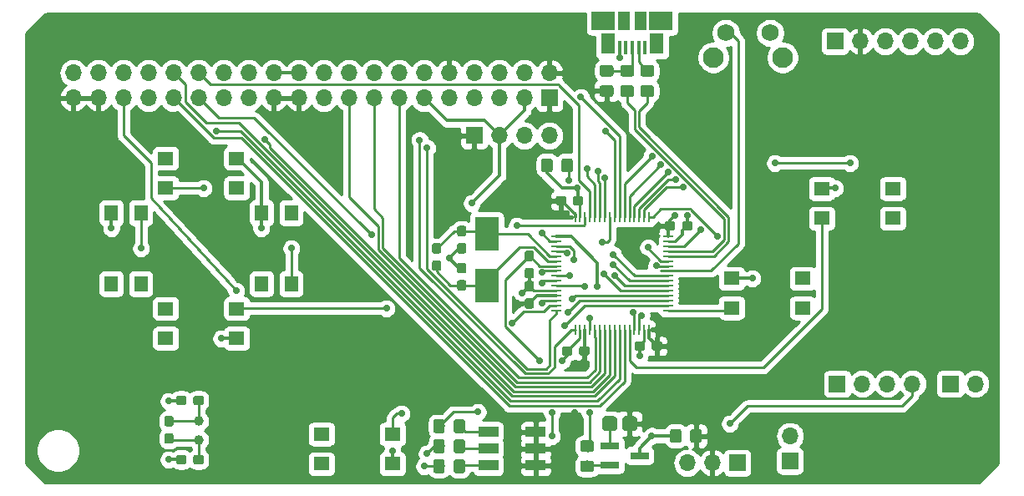
<source format=gtl>
G04 #@! TF.GenerationSoftware,KiCad,Pcbnew,5.0.0*
G04 #@! TF.CreationDate,2018-08-01T03:46:19+02:00*
G04 #@! TF.ProjectId,mokki-dev-board,6D6F6B6B692D6465762D626F6172642E,rev?*
G04 #@! TF.SameCoordinates,Original*
G04 #@! TF.FileFunction,Copper,L1,Top,Signal*
G04 #@! TF.FilePolarity,Positive*
%FSLAX46Y46*%
G04 Gerber Fmt 4.6, Leading zero omitted, Abs format (unit mm)*
G04 Created by KiCad (PCBNEW 5.0.0) date Wed Aug  1 03:46:19 2018*
%MOMM*%
%LPD*%
G01*
G04 APERTURE LIST*
G04 #@! TA.AperFunction,ComponentPad*
%ADD10O,1.700000X1.700000*%
G04 #@! TD*
G04 #@! TA.AperFunction,ComponentPad*
%ADD11R,1.700000X1.700000*%
G04 #@! TD*
G04 #@! TA.AperFunction,ComponentPad*
%ADD12C,1.000000*%
G04 #@! TD*
G04 #@! TA.AperFunction,SMDPad,CuDef*
%ADD13R,0.250000X1.000000*%
G04 #@! TD*
G04 #@! TA.AperFunction,SMDPad,CuDef*
%ADD14R,1.000000X0.250000*%
G04 #@! TD*
G04 #@! TA.AperFunction,Conductor*
%ADD15C,0.100000*%
G04 #@! TD*
G04 #@! TA.AperFunction,SMDPad,CuDef*
%ADD16C,0.950000*%
G04 #@! TD*
G04 #@! TA.AperFunction,SMDPad,CuDef*
%ADD17C,1.150000*%
G04 #@! TD*
G04 #@! TA.AperFunction,SMDPad,CuDef*
%ADD18R,2.000000X1.100000*%
G04 #@! TD*
G04 #@! TA.AperFunction,SMDPad,CuDef*
%ADD19R,1.175000X1.900000*%
G04 #@! TD*
G04 #@! TA.AperFunction,SMDPad,CuDef*
%ADD20R,2.375000X1.900000*%
G04 #@! TD*
G04 #@! TA.AperFunction,SMDPad,CuDef*
%ADD21R,1.475000X2.100000*%
G04 #@! TD*
G04 #@! TA.AperFunction,SMDPad,CuDef*
%ADD22R,0.450000X1.380000*%
G04 #@! TD*
G04 #@! TA.AperFunction,SMDPad,CuDef*
%ADD23R,1.900000X0.800000*%
G04 #@! TD*
G04 #@! TA.AperFunction,SMDPad,CuDef*
%ADD24R,1.600000X1.400000*%
G04 #@! TD*
G04 #@! TA.AperFunction,SMDPad,CuDef*
%ADD25R,1.400000X1.600000*%
G04 #@! TD*
G04 #@! TA.AperFunction,ComponentPad*
%ADD26C,2.100000*%
G04 #@! TD*
G04 #@! TA.AperFunction,ComponentPad*
%ADD27C,1.750000*%
G04 #@! TD*
G04 #@! TA.AperFunction,SMDPad,CuDef*
%ADD28R,2.400000X3.500000*%
G04 #@! TD*
G04 #@! TA.AperFunction,SMDPad,CuDef*
%ADD29C,1.524000*%
G04 #@! TD*
G04 #@! TA.AperFunction,ViaPad*
%ADD30C,0.700000*%
G04 #@! TD*
G04 #@! TA.AperFunction,Conductor*
%ADD31C,0.350000*%
G04 #@! TD*
G04 #@! TA.AperFunction,Conductor*
%ADD32C,0.250000*%
G04 #@! TD*
G04 #@! TA.AperFunction,Conductor*
%ADD33C,0.254000*%
G04 #@! TD*
G04 APERTURE END LIST*
D10*
G04 #@! TO.P,SW1,3*
G04 #@! TO.N,N/C*
X166280000Y-126749000D03*
G04 #@! TO.P,SW1,2*
G04 #@! TO.N,VCC*
X168820000Y-126749000D03*
D11*
G04 #@! TO.P,SW1,1*
G04 #@! TO.N,+BATT*
X171360000Y-126749000D03*
G04 #@! TD*
D10*
G04 #@! TO.P,J6,40*
G04 #@! TO.N,GND*
X104050000Y-87220000D03*
G04 #@! TO.P,J6,39*
G04 #@! TO.N,VCC*
X104050000Y-89760000D03*
G04 #@! TO.P,J6,38*
G04 #@! TO.N,GND*
X106590000Y-87220000D03*
G04 #@! TO.P,J6,37*
G04 #@! TO.N,VCC*
X106590000Y-89760000D03*
G04 #@! TO.P,J6,36*
G04 #@! TO.N,/GPIO_PC3_A*
X109130000Y-87220000D03*
G04 #@! TO.P,J6,35*
G04 #@! TO.N,/GPIO_PA1_AT*
X109130000Y-89760000D03*
G04 #@! TO.P,J6,34*
G04 #@! TO.N,/GPIO_PC4_A*
X111670000Y-87220000D03*
G04 #@! TO.P,J6,33*
G04 #@! TO.N,/GPIO_PB0_AT*
X111670000Y-89760000D03*
G04 #@! TO.P,J6,32*
G04 #@! TO.N,/GPIO_PC5_A*
X114210000Y-87220000D03*
G04 #@! TO.P,J6,31*
G04 #@! TO.N,/GPIO_PB1_AT*
X114210000Y-89760000D03*
G04 #@! TO.P,J6,30*
G04 #@! TO.N,/GPIO_PB8_T*
X116750000Y-87220000D03*
G04 #@! TO.P,J6,29*
G04 #@! TO.N,/GPIO_PB9_T*
X116750000Y-89760000D03*
G04 #@! TO.P,J6,28*
G04 #@! TO.N,/GPIO_PC7_T*
X119290000Y-87220000D03*
G04 #@! TO.P,J6,27*
G04 #@! TO.N,/GPIO_PC6_T*
X119290000Y-89760000D03*
G04 #@! TO.P,J6,26*
G04 #@! TO.N,/GPIO_PC9_T*
X121830000Y-87220000D03*
G04 #@! TO.P,J6,25*
G04 #@! TO.N,/GPIO_PC8_T*
X121830000Y-89760000D03*
G04 #@! TO.P,J6,24*
G04 #@! TO.N,GND*
X124370000Y-87220000D03*
G04 #@! TO.P,J6,23*
G04 #@! TO.N,VCC*
X124370000Y-89760000D03*
G04 #@! TO.P,J6,22*
G04 #@! TO.N,GND*
X126910000Y-87220000D03*
G04 #@! TO.P,J6,21*
G04 #@! TO.N,VCC*
X126910000Y-89760000D03*
G04 #@! TO.P,J6,20*
G04 #@! TO.N,/USART2_RX*
X129450000Y-87220000D03*
G04 #@! TO.P,J6,19*
G04 #@! TO.N,/USART2_TX*
X129450000Y-89760000D03*
G04 #@! TO.P,J6,18*
G04 #@! TO.N,/SPI3_MOSI*
X131990000Y-87220000D03*
G04 #@! TO.P,J6,17*
G04 #@! TO.N,/SPI1_MOSI*
X131990000Y-89760000D03*
G04 #@! TO.P,J6,16*
G04 #@! TO.N,/SPI3_MISO*
X134530000Y-87220000D03*
G04 #@! TO.P,J6,15*
G04 #@! TO.N,/SPI1_MISO*
X134530000Y-89760000D03*
G04 #@! TO.P,J6,14*
G04 #@! TO.N,/SPI3_SCK*
X137070000Y-87220000D03*
G04 #@! TO.P,J6,13*
G04 #@! TO.N,/SPI1_SCK*
X137070000Y-89760000D03*
G04 #@! TO.P,J6,12*
G04 #@! TO.N,GND*
X139610000Y-87220000D03*
G04 #@! TO.P,J6,11*
X139610000Y-89760000D03*
G04 #@! TO.P,J6,10*
G04 #@! TO.N,VCC*
X142150000Y-87220000D03*
G04 #@! TO.P,J6,9*
X142150000Y-89760000D03*
G04 #@! TO.P,J6,8*
G04 #@! TO.N,/USART1_TX*
X144690000Y-87220000D03*
G04 #@! TO.P,J6,7*
G04 #@! TO.N,/I2C2_SDA*
X144690000Y-89760000D03*
G04 #@! TO.P,J6,6*
G04 #@! TO.N,/USART1_RX*
X147230000Y-87220000D03*
G04 #@! TO.P,J6,5*
G04 #@! TO.N,/I2C2_SCL*
X147230000Y-89760000D03*
G04 #@! TO.P,J6,4*
G04 #@! TO.N,GND*
X149770000Y-87220000D03*
G04 #@! TO.P,J6,3*
X149770000Y-89760000D03*
G04 #@! TO.P,J6,2*
G04 #@! TO.N,VCC*
X152310000Y-87220000D03*
D11*
G04 #@! TO.P,J6,1*
X152310000Y-89760000D03*
G04 #@! TD*
G04 #@! TO.P,J5,1*
G04 #@! TO.N,/USART5_TX*
X192950000Y-118749000D03*
D10*
G04 #@! TO.P,J5,2*
G04 #@! TO.N,GND*
X195490000Y-118749000D03*
G04 #@! TD*
D11*
G04 #@! TO.P,J2,1*
G04 #@! TO.N,/SWD_CLK*
X181484000Y-118749000D03*
D10*
G04 #@! TO.P,J2,2*
G04 #@! TO.N,GND*
X184024000Y-118749000D03*
G04 #@! TO.P,J2,3*
G04 #@! TO.N,/SWD_IO*
X186564000Y-118749000D03*
G04 #@! TO.P,J2,4*
G04 #@! TO.N,/NRST*
X189104000Y-118749000D03*
G04 #@! TD*
D12*
G04 #@! TO.P,Y2,2*
G04 #@! TO.N,Net-(C4-Pad1)*
X116732433Y-122527231D03*
G04 #@! TO.P,Y2,1*
G04 #@! TO.N,Net-(C2-Pad1)*
X116732433Y-124427231D03*
G04 #@! TD*
D13*
G04 #@! TO.P,U1,64*
G04 #@! TO.N,VCC*
X154910000Y-101840000D03*
G04 #@! TO.P,U1,63*
G04 #@! TO.N,GND*
X155410000Y-101840000D03*
G04 #@! TO.P,U1,62*
G04 #@! TO.N,/GPIO_PB9_T*
X155910000Y-101840000D03*
G04 #@! TO.P,U1,61*
G04 #@! TO.N,/GPIO_PB8_T*
X156410000Y-101840000D03*
G04 #@! TO.P,U1,60*
G04 #@! TO.N,Net-(R10-Pad1)*
X156910000Y-101840000D03*
G04 #@! TO.P,U1,59*
G04 #@! TO.N,/I2C1_SDA*
X157410000Y-101840000D03*
G04 #@! TO.P,U1,58*
G04 #@! TO.N,/I2C1_SCL*
X157910000Y-101840000D03*
G04 #@! TO.P,U1,57*
G04 #@! TO.N,/SPI3_MOSI*
X158410000Y-101840000D03*
G04 #@! TO.P,U1,56*
G04 #@! TO.N,/SPI3_MISO*
X158910000Y-101840000D03*
G04 #@! TO.P,U1,55*
G04 #@! TO.N,/SPI3_SCK*
X159410000Y-101840000D03*
G04 #@! TO.P,U1,54*
G04 #@! TO.N,/GPIO_PD2*
X159910000Y-101840000D03*
G04 #@! TO.P,U1,53*
G04 #@! TO.N,/USART5_TX*
X160410000Y-101840000D03*
G04 #@! TO.P,U1,52*
G04 #@! TO.N,/UART4_RX*
X160910000Y-101840000D03*
G04 #@! TO.P,U1,51*
G04 #@! TO.N,/UART4_TX*
X161410000Y-101840000D03*
G04 #@! TO.P,U1,50*
G04 #@! TO.N,/GPIO_PA15*
X161910000Y-101840000D03*
G04 #@! TO.P,U1,49*
G04 #@! TO.N,/SWD_CLK*
X162410000Y-101840000D03*
D14*
G04 #@! TO.P,U1,48*
G04 #@! TO.N,VCC*
X164360000Y-103790000D03*
G04 #@! TO.P,U1,47*
G04 #@! TO.N,GND*
X164360000Y-104290000D03*
G04 #@! TO.P,U1,46*
G04 #@! TO.N,/SWD_IO*
X164360000Y-104790000D03*
G04 #@! TO.P,U1,45*
G04 #@! TO.N,/USB_DP*
X164360000Y-105290000D03*
G04 #@! TO.P,U1,44*
G04 #@! TO.N,/USB_DM*
X164360000Y-105790000D03*
G04 #@! TO.P,U1,43*
G04 #@! TO.N,/USART1_RX*
X164360000Y-106290000D03*
G04 #@! TO.P,U1,42*
G04 #@! TO.N,/USART1_TX*
X164360000Y-106790000D03*
G04 #@! TO.P,U1,41*
G04 #@! TO.N,/GPIO_PA8*
X164360000Y-107290000D03*
G04 #@! TO.P,U1,40*
G04 #@! TO.N,/GPIO_PC9_T*
X164360000Y-107790000D03*
G04 #@! TO.P,U1,39*
G04 #@! TO.N,/GPIO_PC8_T*
X164360000Y-108290000D03*
G04 #@! TO.P,U1,38*
G04 #@! TO.N,/GPIO_PC7_T*
X164360000Y-108790000D03*
G04 #@! TO.P,U1,37*
G04 #@! TO.N,/GPIO_PC6_T*
X164360000Y-109290000D03*
G04 #@! TO.P,U1,36*
G04 #@! TO.N,/GPIO_PB15*
X164360000Y-109790000D03*
G04 #@! TO.P,U1,35*
G04 #@! TO.N,/GPIO_PB14*
X164360000Y-110290000D03*
G04 #@! TO.P,U1,34*
G04 #@! TO.N,/GPIO_PB13*
X164360000Y-110790000D03*
G04 #@! TO.P,U1,33*
G04 #@! TO.N,/GPIO_PB12*
X164360000Y-111290000D03*
D13*
G04 #@! TO.P,U1,32*
G04 #@! TO.N,VCC*
X162410000Y-113240000D03*
G04 #@! TO.P,U1,31*
G04 #@! TO.N,GND*
X161910000Y-113240000D03*
G04 #@! TO.P,U1,30*
G04 #@! TO.N,/I2C2_SDA*
X161410000Y-113240000D03*
G04 #@! TO.P,U1,29*
G04 #@! TO.N,/I2C2_SCL*
X160910000Y-113240000D03*
G04 #@! TO.P,U1,28*
G04 #@! TO.N,/GPIO_PB2*
X160410000Y-113240000D03*
G04 #@! TO.P,U1,27*
G04 #@! TO.N,/GPIO_PB1_AT*
X159910000Y-113240000D03*
G04 #@! TO.P,U1,26*
G04 #@! TO.N,/GPIO_PB0_AT*
X159410000Y-113240000D03*
G04 #@! TO.P,U1,25*
G04 #@! TO.N,/GPIO_PC5_A*
X158910000Y-113240000D03*
G04 #@! TO.P,U1,24*
G04 #@! TO.N,/GPIO_PC4_A*
X158410000Y-113240000D03*
G04 #@! TO.P,U1,23*
G04 #@! TO.N,/SPI1_MOSI*
X157910000Y-113240000D03*
G04 #@! TO.P,U1,22*
G04 #@! TO.N,/SPI1_MISO*
X157410000Y-113240000D03*
G04 #@! TO.P,U1,21*
G04 #@! TO.N,/SPI1_SCK*
X156910000Y-113240000D03*
G04 #@! TO.P,U1,20*
G04 #@! TO.N,/DAC*
X156410000Y-113240000D03*
G04 #@! TO.P,U1,19*
G04 #@! TO.N,VCC*
X155910000Y-113240000D03*
G04 #@! TO.P,U1,18*
G04 #@! TO.N,GND*
X155410000Y-113240000D03*
G04 #@! TO.P,U1,17*
G04 #@! TO.N,/USART2_RX*
X154910000Y-113240000D03*
D14*
G04 #@! TO.P,U1,16*
G04 #@! TO.N,/USART2_TX*
X152960000Y-111290000D03*
G04 #@! TO.P,U1,15*
G04 #@! TO.N,/GPIO_PA1_AT*
X152960000Y-110790000D03*
G04 #@! TO.P,U1,14*
G04 #@! TO.N,/GPIO_PA0*
X152960000Y-110290000D03*
G04 #@! TO.P,U1,13*
G04 #@! TO.N,VCC*
X152960000Y-109790000D03*
G04 #@! TO.P,U1,12*
G04 #@! TO.N,GND*
X152960000Y-109290000D03*
G04 #@! TO.P,U1,11*
G04 #@! TO.N,/GPIO_PC3_A*
X152960000Y-108790000D03*
G04 #@! TO.P,U1,10*
G04 #@! TO.N,/GPIO_PC2*
X152960000Y-108290000D03*
G04 #@! TO.P,U1,9*
G04 #@! TO.N,/GPIO_PC1*
X152960000Y-107790000D03*
G04 #@! TO.P,U1,8*
G04 #@! TO.N,/GPIO_PC0*
X152960000Y-107290000D03*
G04 #@! TO.P,U1,7*
G04 #@! TO.N,/NRST*
X152960000Y-106790000D03*
G04 #@! TO.P,U1,6*
G04 #@! TO.N,Net-(C3-Pad1)*
X152960000Y-106290000D03*
G04 #@! TO.P,U1,5*
G04 #@! TO.N,Net-(C1-Pad1)*
X152960000Y-105790000D03*
G04 #@! TO.P,U1,4*
G04 #@! TO.N,Net-(C4-Pad1)*
X152960000Y-105290000D03*
G04 #@! TO.P,U1,3*
G04 #@! TO.N,Net-(C2-Pad1)*
X152960000Y-104790000D03*
G04 #@! TO.P,U1,2*
G04 #@! TO.N,/GPIO_PC13*
X152960000Y-104290000D03*
G04 #@! TO.P,U1,1*
G04 #@! TO.N,+BATT*
X152960000Y-103790000D03*
G04 #@! TD*
D15*
G04 #@! TO.N,Net-(C1-Pad1)*
G04 #@! TO.C,C1*
G36*
X143680779Y-102726144D02*
X143703834Y-102729563D01*
X143726443Y-102735227D01*
X143748387Y-102743079D01*
X143769457Y-102753044D01*
X143789448Y-102765026D01*
X143808168Y-102778910D01*
X143825438Y-102794562D01*
X143841090Y-102811832D01*
X143854974Y-102830552D01*
X143866956Y-102850543D01*
X143876921Y-102871613D01*
X143884773Y-102893557D01*
X143890437Y-102916166D01*
X143893856Y-102939221D01*
X143895000Y-102962500D01*
X143895000Y-103537500D01*
X143893856Y-103560779D01*
X143890437Y-103583834D01*
X143884773Y-103606443D01*
X143876921Y-103628387D01*
X143866956Y-103649457D01*
X143854974Y-103669448D01*
X143841090Y-103688168D01*
X143825438Y-103705438D01*
X143808168Y-103721090D01*
X143789448Y-103734974D01*
X143769457Y-103746956D01*
X143748387Y-103756921D01*
X143726443Y-103764773D01*
X143703834Y-103770437D01*
X143680779Y-103773856D01*
X143657500Y-103775000D01*
X143182500Y-103775000D01*
X143159221Y-103773856D01*
X143136166Y-103770437D01*
X143113557Y-103764773D01*
X143091613Y-103756921D01*
X143070543Y-103746956D01*
X143050552Y-103734974D01*
X143031832Y-103721090D01*
X143014562Y-103705438D01*
X142998910Y-103688168D01*
X142985026Y-103669448D01*
X142973044Y-103649457D01*
X142963079Y-103628387D01*
X142955227Y-103606443D01*
X142949563Y-103583834D01*
X142946144Y-103560779D01*
X142945000Y-103537500D01*
X142945000Y-102962500D01*
X142946144Y-102939221D01*
X142949563Y-102916166D01*
X142955227Y-102893557D01*
X142963079Y-102871613D01*
X142973044Y-102850543D01*
X142985026Y-102830552D01*
X142998910Y-102811832D01*
X143014562Y-102794562D01*
X143031832Y-102778910D01*
X143050552Y-102765026D01*
X143070543Y-102753044D01*
X143091613Y-102743079D01*
X143113557Y-102735227D01*
X143136166Y-102729563D01*
X143159221Y-102726144D01*
X143182500Y-102725000D01*
X143657500Y-102725000D01*
X143680779Y-102726144D01*
X143680779Y-102726144D01*
G37*
D16*
G04 #@! TD*
G04 #@! TO.P,C1,1*
G04 #@! TO.N,Net-(C1-Pad1)*
X143420000Y-103250000D03*
D15*
G04 #@! TO.N,GND*
G04 #@! TO.C,C1*
G36*
X143680779Y-104476144D02*
X143703834Y-104479563D01*
X143726443Y-104485227D01*
X143748387Y-104493079D01*
X143769457Y-104503044D01*
X143789448Y-104515026D01*
X143808168Y-104528910D01*
X143825438Y-104544562D01*
X143841090Y-104561832D01*
X143854974Y-104580552D01*
X143866956Y-104600543D01*
X143876921Y-104621613D01*
X143884773Y-104643557D01*
X143890437Y-104666166D01*
X143893856Y-104689221D01*
X143895000Y-104712500D01*
X143895000Y-105287500D01*
X143893856Y-105310779D01*
X143890437Y-105333834D01*
X143884773Y-105356443D01*
X143876921Y-105378387D01*
X143866956Y-105399457D01*
X143854974Y-105419448D01*
X143841090Y-105438168D01*
X143825438Y-105455438D01*
X143808168Y-105471090D01*
X143789448Y-105484974D01*
X143769457Y-105496956D01*
X143748387Y-105506921D01*
X143726443Y-105514773D01*
X143703834Y-105520437D01*
X143680779Y-105523856D01*
X143657500Y-105525000D01*
X143182500Y-105525000D01*
X143159221Y-105523856D01*
X143136166Y-105520437D01*
X143113557Y-105514773D01*
X143091613Y-105506921D01*
X143070543Y-105496956D01*
X143050552Y-105484974D01*
X143031832Y-105471090D01*
X143014562Y-105455438D01*
X142998910Y-105438168D01*
X142985026Y-105419448D01*
X142973044Y-105399457D01*
X142963079Y-105378387D01*
X142955227Y-105356443D01*
X142949563Y-105333834D01*
X142946144Y-105310779D01*
X142945000Y-105287500D01*
X142945000Y-104712500D01*
X142946144Y-104689221D01*
X142949563Y-104666166D01*
X142955227Y-104643557D01*
X142963079Y-104621613D01*
X142973044Y-104600543D01*
X142985026Y-104580552D01*
X142998910Y-104561832D01*
X143014562Y-104544562D01*
X143031832Y-104528910D01*
X143050552Y-104515026D01*
X143070543Y-104503044D01*
X143091613Y-104493079D01*
X143113557Y-104485227D01*
X143136166Y-104479563D01*
X143159221Y-104476144D01*
X143182500Y-104475000D01*
X143657500Y-104475000D01*
X143680779Y-104476144D01*
X143680779Y-104476144D01*
G37*
D16*
G04 #@! TD*
G04 #@! TO.P,C1,2*
G04 #@! TO.N,GND*
X143420000Y-105000000D03*
D15*
G04 #@! TO.N,GND*
G04 #@! TO.C,C2*
G36*
X115293212Y-125953375D02*
X115316267Y-125956794D01*
X115338876Y-125962458D01*
X115360820Y-125970310D01*
X115381890Y-125980275D01*
X115401881Y-125992257D01*
X115420601Y-126006141D01*
X115437871Y-126021793D01*
X115453523Y-126039063D01*
X115467407Y-126057783D01*
X115479389Y-126077774D01*
X115489354Y-126098844D01*
X115497206Y-126120788D01*
X115502870Y-126143397D01*
X115506289Y-126166452D01*
X115507433Y-126189731D01*
X115507433Y-126664731D01*
X115506289Y-126688010D01*
X115502870Y-126711065D01*
X115497206Y-126733674D01*
X115489354Y-126755618D01*
X115479389Y-126776688D01*
X115467407Y-126796679D01*
X115453523Y-126815399D01*
X115437871Y-126832669D01*
X115420601Y-126848321D01*
X115401881Y-126862205D01*
X115381890Y-126874187D01*
X115360820Y-126884152D01*
X115338876Y-126892004D01*
X115316267Y-126897668D01*
X115293212Y-126901087D01*
X115269933Y-126902231D01*
X114694933Y-126902231D01*
X114671654Y-126901087D01*
X114648599Y-126897668D01*
X114625990Y-126892004D01*
X114604046Y-126884152D01*
X114582976Y-126874187D01*
X114562985Y-126862205D01*
X114544265Y-126848321D01*
X114526995Y-126832669D01*
X114511343Y-126815399D01*
X114497459Y-126796679D01*
X114485477Y-126776688D01*
X114475512Y-126755618D01*
X114467660Y-126733674D01*
X114461996Y-126711065D01*
X114458577Y-126688010D01*
X114457433Y-126664731D01*
X114457433Y-126189731D01*
X114458577Y-126166452D01*
X114461996Y-126143397D01*
X114467660Y-126120788D01*
X114475512Y-126098844D01*
X114485477Y-126077774D01*
X114497459Y-126057783D01*
X114511343Y-126039063D01*
X114526995Y-126021793D01*
X114544265Y-126006141D01*
X114562985Y-125992257D01*
X114582976Y-125980275D01*
X114604046Y-125970310D01*
X114625990Y-125962458D01*
X114648599Y-125956794D01*
X114671654Y-125953375D01*
X114694933Y-125952231D01*
X115269933Y-125952231D01*
X115293212Y-125953375D01*
X115293212Y-125953375D01*
G37*
D16*
G04 #@! TD*
G04 #@! TO.P,C2,2*
G04 #@! TO.N,GND*
X114982433Y-126427231D03*
D15*
G04 #@! TO.N,Net-(C2-Pad1)*
G04 #@! TO.C,C2*
G36*
X117043212Y-125953375D02*
X117066267Y-125956794D01*
X117088876Y-125962458D01*
X117110820Y-125970310D01*
X117131890Y-125980275D01*
X117151881Y-125992257D01*
X117170601Y-126006141D01*
X117187871Y-126021793D01*
X117203523Y-126039063D01*
X117217407Y-126057783D01*
X117229389Y-126077774D01*
X117239354Y-126098844D01*
X117247206Y-126120788D01*
X117252870Y-126143397D01*
X117256289Y-126166452D01*
X117257433Y-126189731D01*
X117257433Y-126664731D01*
X117256289Y-126688010D01*
X117252870Y-126711065D01*
X117247206Y-126733674D01*
X117239354Y-126755618D01*
X117229389Y-126776688D01*
X117217407Y-126796679D01*
X117203523Y-126815399D01*
X117187871Y-126832669D01*
X117170601Y-126848321D01*
X117151881Y-126862205D01*
X117131890Y-126874187D01*
X117110820Y-126884152D01*
X117088876Y-126892004D01*
X117066267Y-126897668D01*
X117043212Y-126901087D01*
X117019933Y-126902231D01*
X116444933Y-126902231D01*
X116421654Y-126901087D01*
X116398599Y-126897668D01*
X116375990Y-126892004D01*
X116354046Y-126884152D01*
X116332976Y-126874187D01*
X116312985Y-126862205D01*
X116294265Y-126848321D01*
X116276995Y-126832669D01*
X116261343Y-126815399D01*
X116247459Y-126796679D01*
X116235477Y-126776688D01*
X116225512Y-126755618D01*
X116217660Y-126733674D01*
X116211996Y-126711065D01*
X116208577Y-126688010D01*
X116207433Y-126664731D01*
X116207433Y-126189731D01*
X116208577Y-126166452D01*
X116211996Y-126143397D01*
X116217660Y-126120788D01*
X116225512Y-126098844D01*
X116235477Y-126077774D01*
X116247459Y-126057783D01*
X116261343Y-126039063D01*
X116276995Y-126021793D01*
X116294265Y-126006141D01*
X116312985Y-125992257D01*
X116332976Y-125980275D01*
X116354046Y-125970310D01*
X116375990Y-125962458D01*
X116398599Y-125956794D01*
X116421654Y-125953375D01*
X116444933Y-125952231D01*
X117019933Y-125952231D01*
X117043212Y-125953375D01*
X117043212Y-125953375D01*
G37*
D16*
G04 #@! TD*
G04 #@! TO.P,C2,1*
G04 #@! TO.N,Net-(C2-Pad1)*
X116732433Y-126427231D03*
D15*
G04 #@! TO.N,GND*
G04 #@! TO.C,C3*
G36*
X143680779Y-106475144D02*
X143703834Y-106478563D01*
X143726443Y-106484227D01*
X143748387Y-106492079D01*
X143769457Y-106502044D01*
X143789448Y-106514026D01*
X143808168Y-106527910D01*
X143825438Y-106543562D01*
X143841090Y-106560832D01*
X143854974Y-106579552D01*
X143866956Y-106599543D01*
X143876921Y-106620613D01*
X143884773Y-106642557D01*
X143890437Y-106665166D01*
X143893856Y-106688221D01*
X143895000Y-106711500D01*
X143895000Y-107286500D01*
X143893856Y-107309779D01*
X143890437Y-107332834D01*
X143884773Y-107355443D01*
X143876921Y-107377387D01*
X143866956Y-107398457D01*
X143854974Y-107418448D01*
X143841090Y-107437168D01*
X143825438Y-107454438D01*
X143808168Y-107470090D01*
X143789448Y-107483974D01*
X143769457Y-107495956D01*
X143748387Y-107505921D01*
X143726443Y-107513773D01*
X143703834Y-107519437D01*
X143680779Y-107522856D01*
X143657500Y-107524000D01*
X143182500Y-107524000D01*
X143159221Y-107522856D01*
X143136166Y-107519437D01*
X143113557Y-107513773D01*
X143091613Y-107505921D01*
X143070543Y-107495956D01*
X143050552Y-107483974D01*
X143031832Y-107470090D01*
X143014562Y-107454438D01*
X142998910Y-107437168D01*
X142985026Y-107418448D01*
X142973044Y-107398457D01*
X142963079Y-107377387D01*
X142955227Y-107355443D01*
X142949563Y-107332834D01*
X142946144Y-107309779D01*
X142945000Y-107286500D01*
X142945000Y-106711500D01*
X142946144Y-106688221D01*
X142949563Y-106665166D01*
X142955227Y-106642557D01*
X142963079Y-106620613D01*
X142973044Y-106599543D01*
X142985026Y-106579552D01*
X142998910Y-106560832D01*
X143014562Y-106543562D01*
X143031832Y-106527910D01*
X143050552Y-106514026D01*
X143070543Y-106502044D01*
X143091613Y-106492079D01*
X143113557Y-106484227D01*
X143136166Y-106478563D01*
X143159221Y-106475144D01*
X143182500Y-106474000D01*
X143657500Y-106474000D01*
X143680779Y-106475144D01*
X143680779Y-106475144D01*
G37*
D16*
G04 #@! TD*
G04 #@! TO.P,C3,2*
G04 #@! TO.N,GND*
X143420000Y-106999000D03*
D15*
G04 #@! TO.N,Net-(C3-Pad1)*
G04 #@! TO.C,C3*
G36*
X143680779Y-108225144D02*
X143703834Y-108228563D01*
X143726443Y-108234227D01*
X143748387Y-108242079D01*
X143769457Y-108252044D01*
X143789448Y-108264026D01*
X143808168Y-108277910D01*
X143825438Y-108293562D01*
X143841090Y-108310832D01*
X143854974Y-108329552D01*
X143866956Y-108349543D01*
X143876921Y-108370613D01*
X143884773Y-108392557D01*
X143890437Y-108415166D01*
X143893856Y-108438221D01*
X143895000Y-108461500D01*
X143895000Y-109036500D01*
X143893856Y-109059779D01*
X143890437Y-109082834D01*
X143884773Y-109105443D01*
X143876921Y-109127387D01*
X143866956Y-109148457D01*
X143854974Y-109168448D01*
X143841090Y-109187168D01*
X143825438Y-109204438D01*
X143808168Y-109220090D01*
X143789448Y-109233974D01*
X143769457Y-109245956D01*
X143748387Y-109255921D01*
X143726443Y-109263773D01*
X143703834Y-109269437D01*
X143680779Y-109272856D01*
X143657500Y-109274000D01*
X143182500Y-109274000D01*
X143159221Y-109272856D01*
X143136166Y-109269437D01*
X143113557Y-109263773D01*
X143091613Y-109255921D01*
X143070543Y-109245956D01*
X143050552Y-109233974D01*
X143031832Y-109220090D01*
X143014562Y-109204438D01*
X142998910Y-109187168D01*
X142985026Y-109168448D01*
X142973044Y-109148457D01*
X142963079Y-109127387D01*
X142955227Y-109105443D01*
X142949563Y-109082834D01*
X142946144Y-109059779D01*
X142945000Y-109036500D01*
X142945000Y-108461500D01*
X142946144Y-108438221D01*
X142949563Y-108415166D01*
X142955227Y-108392557D01*
X142963079Y-108370613D01*
X142973044Y-108349543D01*
X142985026Y-108329552D01*
X142998910Y-108310832D01*
X143014562Y-108293562D01*
X143031832Y-108277910D01*
X143050552Y-108264026D01*
X143070543Y-108252044D01*
X143091613Y-108242079D01*
X143113557Y-108234227D01*
X143136166Y-108228563D01*
X143159221Y-108225144D01*
X143182500Y-108224000D01*
X143657500Y-108224000D01*
X143680779Y-108225144D01*
X143680779Y-108225144D01*
G37*
D16*
G04 #@! TD*
G04 #@! TO.P,C3,1*
G04 #@! TO.N,Net-(C3-Pad1)*
X143420000Y-108749000D03*
D15*
G04 #@! TO.N,Net-(C4-Pad1)*
G04 #@! TO.C,C4*
G36*
X117043212Y-119953375D02*
X117066267Y-119956794D01*
X117088876Y-119962458D01*
X117110820Y-119970310D01*
X117131890Y-119980275D01*
X117151881Y-119992257D01*
X117170601Y-120006141D01*
X117187871Y-120021793D01*
X117203523Y-120039063D01*
X117217407Y-120057783D01*
X117229389Y-120077774D01*
X117239354Y-120098844D01*
X117247206Y-120120788D01*
X117252870Y-120143397D01*
X117256289Y-120166452D01*
X117257433Y-120189731D01*
X117257433Y-120664731D01*
X117256289Y-120688010D01*
X117252870Y-120711065D01*
X117247206Y-120733674D01*
X117239354Y-120755618D01*
X117229389Y-120776688D01*
X117217407Y-120796679D01*
X117203523Y-120815399D01*
X117187871Y-120832669D01*
X117170601Y-120848321D01*
X117151881Y-120862205D01*
X117131890Y-120874187D01*
X117110820Y-120884152D01*
X117088876Y-120892004D01*
X117066267Y-120897668D01*
X117043212Y-120901087D01*
X117019933Y-120902231D01*
X116444933Y-120902231D01*
X116421654Y-120901087D01*
X116398599Y-120897668D01*
X116375990Y-120892004D01*
X116354046Y-120884152D01*
X116332976Y-120874187D01*
X116312985Y-120862205D01*
X116294265Y-120848321D01*
X116276995Y-120832669D01*
X116261343Y-120815399D01*
X116247459Y-120796679D01*
X116235477Y-120776688D01*
X116225512Y-120755618D01*
X116217660Y-120733674D01*
X116211996Y-120711065D01*
X116208577Y-120688010D01*
X116207433Y-120664731D01*
X116207433Y-120189731D01*
X116208577Y-120166452D01*
X116211996Y-120143397D01*
X116217660Y-120120788D01*
X116225512Y-120098844D01*
X116235477Y-120077774D01*
X116247459Y-120057783D01*
X116261343Y-120039063D01*
X116276995Y-120021793D01*
X116294265Y-120006141D01*
X116312985Y-119992257D01*
X116332976Y-119980275D01*
X116354046Y-119970310D01*
X116375990Y-119962458D01*
X116398599Y-119956794D01*
X116421654Y-119953375D01*
X116444933Y-119952231D01*
X117019933Y-119952231D01*
X117043212Y-119953375D01*
X117043212Y-119953375D01*
G37*
D16*
G04 #@! TD*
G04 #@! TO.P,C4,1*
G04 #@! TO.N,Net-(C4-Pad1)*
X116732433Y-120427231D03*
D15*
G04 #@! TO.N,GND*
G04 #@! TO.C,C4*
G36*
X115293212Y-119953375D02*
X115316267Y-119956794D01*
X115338876Y-119962458D01*
X115360820Y-119970310D01*
X115381890Y-119980275D01*
X115401881Y-119992257D01*
X115420601Y-120006141D01*
X115437871Y-120021793D01*
X115453523Y-120039063D01*
X115467407Y-120057783D01*
X115479389Y-120077774D01*
X115489354Y-120098844D01*
X115497206Y-120120788D01*
X115502870Y-120143397D01*
X115506289Y-120166452D01*
X115507433Y-120189731D01*
X115507433Y-120664731D01*
X115506289Y-120688010D01*
X115502870Y-120711065D01*
X115497206Y-120733674D01*
X115489354Y-120755618D01*
X115479389Y-120776688D01*
X115467407Y-120796679D01*
X115453523Y-120815399D01*
X115437871Y-120832669D01*
X115420601Y-120848321D01*
X115401881Y-120862205D01*
X115381890Y-120874187D01*
X115360820Y-120884152D01*
X115338876Y-120892004D01*
X115316267Y-120897668D01*
X115293212Y-120901087D01*
X115269933Y-120902231D01*
X114694933Y-120902231D01*
X114671654Y-120901087D01*
X114648599Y-120897668D01*
X114625990Y-120892004D01*
X114604046Y-120884152D01*
X114582976Y-120874187D01*
X114562985Y-120862205D01*
X114544265Y-120848321D01*
X114526995Y-120832669D01*
X114511343Y-120815399D01*
X114497459Y-120796679D01*
X114485477Y-120776688D01*
X114475512Y-120755618D01*
X114467660Y-120733674D01*
X114461996Y-120711065D01*
X114458577Y-120688010D01*
X114457433Y-120664731D01*
X114457433Y-120189731D01*
X114458577Y-120166452D01*
X114461996Y-120143397D01*
X114467660Y-120120788D01*
X114475512Y-120098844D01*
X114485477Y-120077774D01*
X114497459Y-120057783D01*
X114511343Y-120039063D01*
X114526995Y-120021793D01*
X114544265Y-120006141D01*
X114562985Y-119992257D01*
X114582976Y-119980275D01*
X114604046Y-119970310D01*
X114625990Y-119962458D01*
X114648599Y-119956794D01*
X114671654Y-119953375D01*
X114694933Y-119952231D01*
X115269933Y-119952231D01*
X115293212Y-119953375D01*
X115293212Y-119953375D01*
G37*
D16*
G04 #@! TD*
G04 #@! TO.P,C4,2*
G04 #@! TO.N,GND*
X114982433Y-120427231D03*
D15*
G04 #@! TO.N,GND*
G04 #@! TO.C,C9*
G36*
X165461105Y-123325804D02*
X165485373Y-123329404D01*
X165509172Y-123335365D01*
X165532271Y-123343630D01*
X165554450Y-123354120D01*
X165575493Y-123366732D01*
X165595199Y-123381347D01*
X165613377Y-123397823D01*
X165629853Y-123416001D01*
X165644468Y-123435707D01*
X165657080Y-123456750D01*
X165667570Y-123478929D01*
X165675835Y-123502028D01*
X165681796Y-123525827D01*
X165685396Y-123550095D01*
X165686600Y-123574599D01*
X165686600Y-124474601D01*
X165685396Y-124499105D01*
X165681796Y-124523373D01*
X165675835Y-124547172D01*
X165667570Y-124570271D01*
X165657080Y-124592450D01*
X165644468Y-124613493D01*
X165629853Y-124633199D01*
X165613377Y-124651377D01*
X165595199Y-124667853D01*
X165575493Y-124682468D01*
X165554450Y-124695080D01*
X165532271Y-124705570D01*
X165509172Y-124713835D01*
X165485373Y-124719796D01*
X165461105Y-124723396D01*
X165436601Y-124724600D01*
X164786599Y-124724600D01*
X164762095Y-124723396D01*
X164737827Y-124719796D01*
X164714028Y-124713835D01*
X164690929Y-124705570D01*
X164668750Y-124695080D01*
X164647707Y-124682468D01*
X164628001Y-124667853D01*
X164609823Y-124651377D01*
X164593347Y-124633199D01*
X164578732Y-124613493D01*
X164566120Y-124592450D01*
X164555630Y-124570271D01*
X164547365Y-124547172D01*
X164541404Y-124523373D01*
X164537804Y-124499105D01*
X164536600Y-124474601D01*
X164536600Y-123574599D01*
X164537804Y-123550095D01*
X164541404Y-123525827D01*
X164547365Y-123502028D01*
X164555630Y-123478929D01*
X164566120Y-123456750D01*
X164578732Y-123435707D01*
X164593347Y-123416001D01*
X164609823Y-123397823D01*
X164628001Y-123381347D01*
X164647707Y-123366732D01*
X164668750Y-123354120D01*
X164690929Y-123343630D01*
X164714028Y-123335365D01*
X164737827Y-123329404D01*
X164762095Y-123325804D01*
X164786599Y-123324600D01*
X165436601Y-123324600D01*
X165461105Y-123325804D01*
X165461105Y-123325804D01*
G37*
D17*
G04 #@! TD*
G04 #@! TO.P,C9,2*
G04 #@! TO.N,GND*
X165111600Y-124024600D03*
D15*
G04 #@! TO.N,VCC*
G04 #@! TO.C,C9*
G36*
X167511105Y-123325804D02*
X167535373Y-123329404D01*
X167559172Y-123335365D01*
X167582271Y-123343630D01*
X167604450Y-123354120D01*
X167625493Y-123366732D01*
X167645199Y-123381347D01*
X167663377Y-123397823D01*
X167679853Y-123416001D01*
X167694468Y-123435707D01*
X167707080Y-123456750D01*
X167717570Y-123478929D01*
X167725835Y-123502028D01*
X167731796Y-123525827D01*
X167735396Y-123550095D01*
X167736600Y-123574599D01*
X167736600Y-124474601D01*
X167735396Y-124499105D01*
X167731796Y-124523373D01*
X167725835Y-124547172D01*
X167717570Y-124570271D01*
X167707080Y-124592450D01*
X167694468Y-124613493D01*
X167679853Y-124633199D01*
X167663377Y-124651377D01*
X167645199Y-124667853D01*
X167625493Y-124682468D01*
X167604450Y-124695080D01*
X167582271Y-124705570D01*
X167559172Y-124713835D01*
X167535373Y-124719796D01*
X167511105Y-124723396D01*
X167486601Y-124724600D01*
X166836599Y-124724600D01*
X166812095Y-124723396D01*
X166787827Y-124719796D01*
X166764028Y-124713835D01*
X166740929Y-124705570D01*
X166718750Y-124695080D01*
X166697707Y-124682468D01*
X166678001Y-124667853D01*
X166659823Y-124651377D01*
X166643347Y-124633199D01*
X166628732Y-124613493D01*
X166616120Y-124592450D01*
X166605630Y-124570271D01*
X166597365Y-124547172D01*
X166591404Y-124523373D01*
X166587804Y-124499105D01*
X166586600Y-124474601D01*
X166586600Y-123574599D01*
X166587804Y-123550095D01*
X166591404Y-123525827D01*
X166597365Y-123502028D01*
X166605630Y-123478929D01*
X166616120Y-123456750D01*
X166628732Y-123435707D01*
X166643347Y-123416001D01*
X166659823Y-123397823D01*
X166678001Y-123381347D01*
X166697707Y-123366732D01*
X166718750Y-123354120D01*
X166740929Y-123343630D01*
X166764028Y-123335365D01*
X166787827Y-123329404D01*
X166812095Y-123325804D01*
X166836599Y-123324600D01*
X167486601Y-123324600D01*
X167511105Y-123325804D01*
X167511105Y-123325804D01*
G37*
D17*
G04 #@! TD*
G04 #@! TO.P,C9,1*
G04 #@! TO.N,VCC*
X167161600Y-124024600D03*
D18*
G04 #@! TO.P,D1,6*
G04 #@! TO.N,VCC*
X150900000Y-123620000D03*
G04 #@! TO.P,D1,5*
X150900000Y-125320000D03*
G04 #@! TO.P,D1,4*
X150900000Y-127020000D03*
G04 #@! TO.P,D1,3*
G04 #@! TO.N,Net-(D1-Pad3)*
X146100000Y-127020000D03*
G04 #@! TO.P,D1,2*
G04 #@! TO.N,Net-(D1-Pad2)*
X146100000Y-125320000D03*
G04 #@! TO.P,D1,1*
G04 #@! TO.N,Net-(D1-Pad1)*
X146100000Y-123620000D03*
G04 #@! TD*
D19*
G04 #@! TO.P,J1,6*
G04 #@! TO.N,Net-(J1-Pad6)*
X159852000Y-81956000D03*
X161532000Y-81956000D03*
D20*
X157782000Y-81956000D03*
X163602000Y-81956000D03*
D21*
X158229500Y-84256000D03*
X163154500Y-84256000D03*
D22*
G04 #@! TO.P,J1,5*
G04 #@! TO.N,GND*
X159392000Y-84616000D03*
G04 #@! TO.P,J1,4*
G04 #@! TO.N,N/C*
X160042000Y-84616000D03*
G04 #@! TO.P,J1,3*
G04 #@! TO.N,Net-(J1-Pad3)*
X160692000Y-84616000D03*
G04 #@! TO.P,J1,2*
G04 #@! TO.N,Net-(J1-Pad2)*
X161342000Y-84616000D03*
G04 #@! TO.P,J1,1*
G04 #@! TO.N,N/C*
X161992000Y-84616000D03*
G04 #@! TD*
D10*
G04 #@! TO.P,J3,4*
G04 #@! TO.N,/I2C1_SDA*
X152310000Y-93570000D03*
G04 #@! TO.P,J3,3*
G04 #@! TO.N,/I2C1_SCL*
X149770000Y-93570000D03*
G04 #@! TO.P,J3,2*
G04 #@! TO.N,GND*
X147230000Y-93570000D03*
D11*
G04 #@! TO.P,J3,1*
G04 #@! TO.N,VCC*
X144690000Y-93570000D03*
G04 #@! TD*
D23*
G04 #@! TO.P,Q1,3*
G04 #@! TO.N,GND*
X161430000Y-126016000D03*
G04 #@! TO.P,Q1,2*
G04 #@! TO.N,Net-(Q1-Pad2)*
X158430000Y-126966000D03*
G04 #@! TO.P,Q1,1*
G04 #@! TO.N,Net-(LS1-Pad2)*
X158430000Y-125066000D03*
G04 #@! TD*
D15*
G04 #@! TO.N,Net-(Q1-Pad2)*
G04 #@! TO.C,R3*
G36*
X156594505Y-126524204D02*
X156618773Y-126527804D01*
X156642572Y-126533765D01*
X156665671Y-126542030D01*
X156687850Y-126552520D01*
X156708893Y-126565132D01*
X156728599Y-126579747D01*
X156746777Y-126596223D01*
X156763253Y-126614401D01*
X156777868Y-126634107D01*
X156790480Y-126655150D01*
X156800970Y-126677329D01*
X156809235Y-126700428D01*
X156815196Y-126724227D01*
X156818796Y-126748495D01*
X156820000Y-126772999D01*
X156820000Y-127423001D01*
X156818796Y-127447505D01*
X156815196Y-127471773D01*
X156809235Y-127495572D01*
X156800970Y-127518671D01*
X156790480Y-127540850D01*
X156777868Y-127561893D01*
X156763253Y-127581599D01*
X156746777Y-127599777D01*
X156728599Y-127616253D01*
X156708893Y-127630868D01*
X156687850Y-127643480D01*
X156665671Y-127653970D01*
X156642572Y-127662235D01*
X156618773Y-127668196D01*
X156594505Y-127671796D01*
X156570001Y-127673000D01*
X155669999Y-127673000D01*
X155645495Y-127671796D01*
X155621227Y-127668196D01*
X155597428Y-127662235D01*
X155574329Y-127653970D01*
X155552150Y-127643480D01*
X155531107Y-127630868D01*
X155511401Y-127616253D01*
X155493223Y-127599777D01*
X155476747Y-127581599D01*
X155462132Y-127561893D01*
X155449520Y-127540850D01*
X155439030Y-127518671D01*
X155430765Y-127495572D01*
X155424804Y-127471773D01*
X155421204Y-127447505D01*
X155420000Y-127423001D01*
X155420000Y-126772999D01*
X155421204Y-126748495D01*
X155424804Y-126724227D01*
X155430765Y-126700428D01*
X155439030Y-126677329D01*
X155449520Y-126655150D01*
X155462132Y-126634107D01*
X155476747Y-126614401D01*
X155493223Y-126596223D01*
X155511401Y-126579747D01*
X155531107Y-126565132D01*
X155552150Y-126552520D01*
X155574329Y-126542030D01*
X155597428Y-126533765D01*
X155621227Y-126527804D01*
X155645495Y-126524204D01*
X155669999Y-126523000D01*
X156570001Y-126523000D01*
X156594505Y-126524204D01*
X156594505Y-126524204D01*
G37*
D17*
G04 #@! TD*
G04 #@! TO.P,R3,1*
G04 #@! TO.N,Net-(Q1-Pad2)*
X156120000Y-127098000D03*
D15*
G04 #@! TO.N,/DAC*
G04 #@! TO.C,R3*
G36*
X156594505Y-124474204D02*
X156618773Y-124477804D01*
X156642572Y-124483765D01*
X156665671Y-124492030D01*
X156687850Y-124502520D01*
X156708893Y-124515132D01*
X156728599Y-124529747D01*
X156746777Y-124546223D01*
X156763253Y-124564401D01*
X156777868Y-124584107D01*
X156790480Y-124605150D01*
X156800970Y-124627329D01*
X156809235Y-124650428D01*
X156815196Y-124674227D01*
X156818796Y-124698495D01*
X156820000Y-124722999D01*
X156820000Y-125373001D01*
X156818796Y-125397505D01*
X156815196Y-125421773D01*
X156809235Y-125445572D01*
X156800970Y-125468671D01*
X156790480Y-125490850D01*
X156777868Y-125511893D01*
X156763253Y-125531599D01*
X156746777Y-125549777D01*
X156728599Y-125566253D01*
X156708893Y-125580868D01*
X156687850Y-125593480D01*
X156665671Y-125603970D01*
X156642572Y-125612235D01*
X156618773Y-125618196D01*
X156594505Y-125621796D01*
X156570001Y-125623000D01*
X155669999Y-125623000D01*
X155645495Y-125621796D01*
X155621227Y-125618196D01*
X155597428Y-125612235D01*
X155574329Y-125603970D01*
X155552150Y-125593480D01*
X155531107Y-125580868D01*
X155511401Y-125566253D01*
X155493223Y-125549777D01*
X155476747Y-125531599D01*
X155462132Y-125511893D01*
X155449520Y-125490850D01*
X155439030Y-125468671D01*
X155430765Y-125445572D01*
X155424804Y-125421773D01*
X155421204Y-125397505D01*
X155420000Y-125373001D01*
X155420000Y-124722999D01*
X155421204Y-124698495D01*
X155424804Y-124674227D01*
X155430765Y-124650428D01*
X155439030Y-124627329D01*
X155449520Y-124605150D01*
X155462132Y-124584107D01*
X155476747Y-124564401D01*
X155493223Y-124546223D01*
X155511401Y-124529747D01*
X155531107Y-124515132D01*
X155552150Y-124502520D01*
X155574329Y-124492030D01*
X155597428Y-124483765D01*
X155621227Y-124477804D01*
X155645495Y-124474204D01*
X155669999Y-124473000D01*
X156570001Y-124473000D01*
X156594505Y-124474204D01*
X156594505Y-124474204D01*
G37*
D17*
G04 #@! TD*
G04 #@! TO.P,R3,2*
G04 #@! TO.N,/DAC*
X156120000Y-125048000D03*
D15*
G04 #@! TO.N,/GPIO_PB13*
G04 #@! TO.C,R4*
G36*
X141465505Y-122335204D02*
X141489773Y-122338804D01*
X141513572Y-122344765D01*
X141536671Y-122353030D01*
X141558850Y-122363520D01*
X141579893Y-122376132D01*
X141599599Y-122390747D01*
X141617777Y-122407223D01*
X141634253Y-122425401D01*
X141648868Y-122445107D01*
X141661480Y-122466150D01*
X141671970Y-122488329D01*
X141680235Y-122511428D01*
X141686196Y-122535227D01*
X141689796Y-122559495D01*
X141691000Y-122583999D01*
X141691000Y-123484001D01*
X141689796Y-123508505D01*
X141686196Y-123532773D01*
X141680235Y-123556572D01*
X141671970Y-123579671D01*
X141661480Y-123601850D01*
X141648868Y-123622893D01*
X141634253Y-123642599D01*
X141617777Y-123660777D01*
X141599599Y-123677253D01*
X141579893Y-123691868D01*
X141558850Y-123704480D01*
X141536671Y-123714970D01*
X141513572Y-123723235D01*
X141489773Y-123729196D01*
X141465505Y-123732796D01*
X141441001Y-123734000D01*
X140790999Y-123734000D01*
X140766495Y-123732796D01*
X140742227Y-123729196D01*
X140718428Y-123723235D01*
X140695329Y-123714970D01*
X140673150Y-123704480D01*
X140652107Y-123691868D01*
X140632401Y-123677253D01*
X140614223Y-123660777D01*
X140597747Y-123642599D01*
X140583132Y-123622893D01*
X140570520Y-123601850D01*
X140560030Y-123579671D01*
X140551765Y-123556572D01*
X140545804Y-123532773D01*
X140542204Y-123508505D01*
X140541000Y-123484001D01*
X140541000Y-122583999D01*
X140542204Y-122559495D01*
X140545804Y-122535227D01*
X140551765Y-122511428D01*
X140560030Y-122488329D01*
X140570520Y-122466150D01*
X140583132Y-122445107D01*
X140597747Y-122425401D01*
X140614223Y-122407223D01*
X140632401Y-122390747D01*
X140652107Y-122376132D01*
X140673150Y-122363520D01*
X140695329Y-122353030D01*
X140718428Y-122344765D01*
X140742227Y-122338804D01*
X140766495Y-122335204D01*
X140790999Y-122334000D01*
X141441001Y-122334000D01*
X141465505Y-122335204D01*
X141465505Y-122335204D01*
G37*
D17*
G04 #@! TD*
G04 #@! TO.P,R4,2*
G04 #@! TO.N,/GPIO_PB13*
X141116000Y-123034000D03*
D15*
G04 #@! TO.N,Net-(D1-Pad1)*
G04 #@! TO.C,R4*
G36*
X143515505Y-122335204D02*
X143539773Y-122338804D01*
X143563572Y-122344765D01*
X143586671Y-122353030D01*
X143608850Y-122363520D01*
X143629893Y-122376132D01*
X143649599Y-122390747D01*
X143667777Y-122407223D01*
X143684253Y-122425401D01*
X143698868Y-122445107D01*
X143711480Y-122466150D01*
X143721970Y-122488329D01*
X143730235Y-122511428D01*
X143736196Y-122535227D01*
X143739796Y-122559495D01*
X143741000Y-122583999D01*
X143741000Y-123484001D01*
X143739796Y-123508505D01*
X143736196Y-123532773D01*
X143730235Y-123556572D01*
X143721970Y-123579671D01*
X143711480Y-123601850D01*
X143698868Y-123622893D01*
X143684253Y-123642599D01*
X143667777Y-123660777D01*
X143649599Y-123677253D01*
X143629893Y-123691868D01*
X143608850Y-123704480D01*
X143586671Y-123714970D01*
X143563572Y-123723235D01*
X143539773Y-123729196D01*
X143515505Y-123732796D01*
X143491001Y-123734000D01*
X142840999Y-123734000D01*
X142816495Y-123732796D01*
X142792227Y-123729196D01*
X142768428Y-123723235D01*
X142745329Y-123714970D01*
X142723150Y-123704480D01*
X142702107Y-123691868D01*
X142682401Y-123677253D01*
X142664223Y-123660777D01*
X142647747Y-123642599D01*
X142633132Y-123622893D01*
X142620520Y-123601850D01*
X142610030Y-123579671D01*
X142601765Y-123556572D01*
X142595804Y-123532773D01*
X142592204Y-123508505D01*
X142591000Y-123484001D01*
X142591000Y-122583999D01*
X142592204Y-122559495D01*
X142595804Y-122535227D01*
X142601765Y-122511428D01*
X142610030Y-122488329D01*
X142620520Y-122466150D01*
X142633132Y-122445107D01*
X142647747Y-122425401D01*
X142664223Y-122407223D01*
X142682401Y-122390747D01*
X142702107Y-122376132D01*
X142723150Y-122363520D01*
X142745329Y-122353030D01*
X142768428Y-122344765D01*
X142792227Y-122338804D01*
X142816495Y-122335204D01*
X142840999Y-122334000D01*
X143491001Y-122334000D01*
X143515505Y-122335204D01*
X143515505Y-122335204D01*
G37*
D17*
G04 #@! TD*
G04 #@! TO.P,R4,1*
G04 #@! TO.N,Net-(D1-Pad1)*
X143166000Y-123034000D03*
D15*
G04 #@! TO.N,Net-(D1-Pad2)*
G04 #@! TO.C,R5*
G36*
X143515505Y-124367204D02*
X143539773Y-124370804D01*
X143563572Y-124376765D01*
X143586671Y-124385030D01*
X143608850Y-124395520D01*
X143629893Y-124408132D01*
X143649599Y-124422747D01*
X143667777Y-124439223D01*
X143684253Y-124457401D01*
X143698868Y-124477107D01*
X143711480Y-124498150D01*
X143721970Y-124520329D01*
X143730235Y-124543428D01*
X143736196Y-124567227D01*
X143739796Y-124591495D01*
X143741000Y-124615999D01*
X143741000Y-125516001D01*
X143739796Y-125540505D01*
X143736196Y-125564773D01*
X143730235Y-125588572D01*
X143721970Y-125611671D01*
X143711480Y-125633850D01*
X143698868Y-125654893D01*
X143684253Y-125674599D01*
X143667777Y-125692777D01*
X143649599Y-125709253D01*
X143629893Y-125723868D01*
X143608850Y-125736480D01*
X143586671Y-125746970D01*
X143563572Y-125755235D01*
X143539773Y-125761196D01*
X143515505Y-125764796D01*
X143491001Y-125766000D01*
X142840999Y-125766000D01*
X142816495Y-125764796D01*
X142792227Y-125761196D01*
X142768428Y-125755235D01*
X142745329Y-125746970D01*
X142723150Y-125736480D01*
X142702107Y-125723868D01*
X142682401Y-125709253D01*
X142664223Y-125692777D01*
X142647747Y-125674599D01*
X142633132Y-125654893D01*
X142620520Y-125633850D01*
X142610030Y-125611671D01*
X142601765Y-125588572D01*
X142595804Y-125564773D01*
X142592204Y-125540505D01*
X142591000Y-125516001D01*
X142591000Y-124615999D01*
X142592204Y-124591495D01*
X142595804Y-124567227D01*
X142601765Y-124543428D01*
X142610030Y-124520329D01*
X142620520Y-124498150D01*
X142633132Y-124477107D01*
X142647747Y-124457401D01*
X142664223Y-124439223D01*
X142682401Y-124422747D01*
X142702107Y-124408132D01*
X142723150Y-124395520D01*
X142745329Y-124385030D01*
X142768428Y-124376765D01*
X142792227Y-124370804D01*
X142816495Y-124367204D01*
X142840999Y-124366000D01*
X143491001Y-124366000D01*
X143515505Y-124367204D01*
X143515505Y-124367204D01*
G37*
D17*
G04 #@! TD*
G04 #@! TO.P,R5,1*
G04 #@! TO.N,Net-(D1-Pad2)*
X143166000Y-125066000D03*
D15*
G04 #@! TO.N,/GPIO_PB14*
G04 #@! TO.C,R5*
G36*
X141465505Y-124367204D02*
X141489773Y-124370804D01*
X141513572Y-124376765D01*
X141536671Y-124385030D01*
X141558850Y-124395520D01*
X141579893Y-124408132D01*
X141599599Y-124422747D01*
X141617777Y-124439223D01*
X141634253Y-124457401D01*
X141648868Y-124477107D01*
X141661480Y-124498150D01*
X141671970Y-124520329D01*
X141680235Y-124543428D01*
X141686196Y-124567227D01*
X141689796Y-124591495D01*
X141691000Y-124615999D01*
X141691000Y-125516001D01*
X141689796Y-125540505D01*
X141686196Y-125564773D01*
X141680235Y-125588572D01*
X141671970Y-125611671D01*
X141661480Y-125633850D01*
X141648868Y-125654893D01*
X141634253Y-125674599D01*
X141617777Y-125692777D01*
X141599599Y-125709253D01*
X141579893Y-125723868D01*
X141558850Y-125736480D01*
X141536671Y-125746970D01*
X141513572Y-125755235D01*
X141489773Y-125761196D01*
X141465505Y-125764796D01*
X141441001Y-125766000D01*
X140790999Y-125766000D01*
X140766495Y-125764796D01*
X140742227Y-125761196D01*
X140718428Y-125755235D01*
X140695329Y-125746970D01*
X140673150Y-125736480D01*
X140652107Y-125723868D01*
X140632401Y-125709253D01*
X140614223Y-125692777D01*
X140597747Y-125674599D01*
X140583132Y-125654893D01*
X140570520Y-125633850D01*
X140560030Y-125611671D01*
X140551765Y-125588572D01*
X140545804Y-125564773D01*
X140542204Y-125540505D01*
X140541000Y-125516001D01*
X140541000Y-124615999D01*
X140542204Y-124591495D01*
X140545804Y-124567227D01*
X140551765Y-124543428D01*
X140560030Y-124520329D01*
X140570520Y-124498150D01*
X140583132Y-124477107D01*
X140597747Y-124457401D01*
X140614223Y-124439223D01*
X140632401Y-124422747D01*
X140652107Y-124408132D01*
X140673150Y-124395520D01*
X140695329Y-124385030D01*
X140718428Y-124376765D01*
X140742227Y-124370804D01*
X140766495Y-124367204D01*
X140790999Y-124366000D01*
X141441001Y-124366000D01*
X141465505Y-124367204D01*
X141465505Y-124367204D01*
G37*
D17*
G04 #@! TD*
G04 #@! TO.P,R5,2*
G04 #@! TO.N,/GPIO_PB14*
X141116000Y-125066000D03*
D15*
G04 #@! TO.N,/GPIO_PB15*
G04 #@! TO.C,R6*
G36*
X141465505Y-126399204D02*
X141489773Y-126402804D01*
X141513572Y-126408765D01*
X141536671Y-126417030D01*
X141558850Y-126427520D01*
X141579893Y-126440132D01*
X141599599Y-126454747D01*
X141617777Y-126471223D01*
X141634253Y-126489401D01*
X141648868Y-126509107D01*
X141661480Y-126530150D01*
X141671970Y-126552329D01*
X141680235Y-126575428D01*
X141686196Y-126599227D01*
X141689796Y-126623495D01*
X141691000Y-126647999D01*
X141691000Y-127548001D01*
X141689796Y-127572505D01*
X141686196Y-127596773D01*
X141680235Y-127620572D01*
X141671970Y-127643671D01*
X141661480Y-127665850D01*
X141648868Y-127686893D01*
X141634253Y-127706599D01*
X141617777Y-127724777D01*
X141599599Y-127741253D01*
X141579893Y-127755868D01*
X141558850Y-127768480D01*
X141536671Y-127778970D01*
X141513572Y-127787235D01*
X141489773Y-127793196D01*
X141465505Y-127796796D01*
X141441001Y-127798000D01*
X140790999Y-127798000D01*
X140766495Y-127796796D01*
X140742227Y-127793196D01*
X140718428Y-127787235D01*
X140695329Y-127778970D01*
X140673150Y-127768480D01*
X140652107Y-127755868D01*
X140632401Y-127741253D01*
X140614223Y-127724777D01*
X140597747Y-127706599D01*
X140583132Y-127686893D01*
X140570520Y-127665850D01*
X140560030Y-127643671D01*
X140551765Y-127620572D01*
X140545804Y-127596773D01*
X140542204Y-127572505D01*
X140541000Y-127548001D01*
X140541000Y-126647999D01*
X140542204Y-126623495D01*
X140545804Y-126599227D01*
X140551765Y-126575428D01*
X140560030Y-126552329D01*
X140570520Y-126530150D01*
X140583132Y-126509107D01*
X140597747Y-126489401D01*
X140614223Y-126471223D01*
X140632401Y-126454747D01*
X140652107Y-126440132D01*
X140673150Y-126427520D01*
X140695329Y-126417030D01*
X140718428Y-126408765D01*
X140742227Y-126402804D01*
X140766495Y-126399204D01*
X140790999Y-126398000D01*
X141441001Y-126398000D01*
X141465505Y-126399204D01*
X141465505Y-126399204D01*
G37*
D17*
G04 #@! TD*
G04 #@! TO.P,R6,2*
G04 #@! TO.N,/GPIO_PB15*
X141116000Y-127098000D03*
D15*
G04 #@! TO.N,Net-(D1-Pad3)*
G04 #@! TO.C,R6*
G36*
X143515505Y-126399204D02*
X143539773Y-126402804D01*
X143563572Y-126408765D01*
X143586671Y-126417030D01*
X143608850Y-126427520D01*
X143629893Y-126440132D01*
X143649599Y-126454747D01*
X143667777Y-126471223D01*
X143684253Y-126489401D01*
X143698868Y-126509107D01*
X143711480Y-126530150D01*
X143721970Y-126552329D01*
X143730235Y-126575428D01*
X143736196Y-126599227D01*
X143739796Y-126623495D01*
X143741000Y-126647999D01*
X143741000Y-127548001D01*
X143739796Y-127572505D01*
X143736196Y-127596773D01*
X143730235Y-127620572D01*
X143721970Y-127643671D01*
X143711480Y-127665850D01*
X143698868Y-127686893D01*
X143684253Y-127706599D01*
X143667777Y-127724777D01*
X143649599Y-127741253D01*
X143629893Y-127755868D01*
X143608850Y-127768480D01*
X143586671Y-127778970D01*
X143563572Y-127787235D01*
X143539773Y-127793196D01*
X143515505Y-127796796D01*
X143491001Y-127798000D01*
X142840999Y-127798000D01*
X142816495Y-127796796D01*
X142792227Y-127793196D01*
X142768428Y-127787235D01*
X142745329Y-127778970D01*
X142723150Y-127768480D01*
X142702107Y-127755868D01*
X142682401Y-127741253D01*
X142664223Y-127724777D01*
X142647747Y-127706599D01*
X142633132Y-127686893D01*
X142620520Y-127665850D01*
X142610030Y-127643671D01*
X142601765Y-127620572D01*
X142595804Y-127596773D01*
X142592204Y-127572505D01*
X142591000Y-127548001D01*
X142591000Y-126647999D01*
X142592204Y-126623495D01*
X142595804Y-126599227D01*
X142601765Y-126575428D01*
X142610030Y-126552329D01*
X142620520Y-126530150D01*
X142633132Y-126509107D01*
X142647747Y-126489401D01*
X142664223Y-126471223D01*
X142682401Y-126454747D01*
X142702107Y-126440132D01*
X142723150Y-126427520D01*
X142745329Y-126417030D01*
X142768428Y-126408765D01*
X142792227Y-126402804D01*
X142816495Y-126399204D01*
X142840999Y-126398000D01*
X143491001Y-126398000D01*
X143515505Y-126399204D01*
X143515505Y-126399204D01*
G37*
D17*
G04 #@! TD*
G04 #@! TO.P,R6,1*
G04 #@! TO.N,Net-(D1-Pad3)*
X143166000Y-127098000D03*
D15*
G04 #@! TO.N,VCC*
G04 #@! TO.C,R7*
G36*
X158575705Y-88475004D02*
X158599973Y-88478604D01*
X158623772Y-88484565D01*
X158646871Y-88492830D01*
X158669050Y-88503320D01*
X158690093Y-88515932D01*
X158709799Y-88530547D01*
X158727977Y-88547023D01*
X158744453Y-88565201D01*
X158759068Y-88584907D01*
X158771680Y-88605950D01*
X158782170Y-88628129D01*
X158790435Y-88651228D01*
X158796396Y-88675027D01*
X158799996Y-88699295D01*
X158801200Y-88723799D01*
X158801200Y-89373801D01*
X158799996Y-89398305D01*
X158796396Y-89422573D01*
X158790435Y-89446372D01*
X158782170Y-89469471D01*
X158771680Y-89491650D01*
X158759068Y-89512693D01*
X158744453Y-89532399D01*
X158727977Y-89550577D01*
X158709799Y-89567053D01*
X158690093Y-89581668D01*
X158669050Y-89594280D01*
X158646871Y-89604770D01*
X158623772Y-89613035D01*
X158599973Y-89618996D01*
X158575705Y-89622596D01*
X158551201Y-89623800D01*
X157651199Y-89623800D01*
X157626695Y-89622596D01*
X157602427Y-89618996D01*
X157578628Y-89613035D01*
X157555529Y-89604770D01*
X157533350Y-89594280D01*
X157512307Y-89581668D01*
X157492601Y-89567053D01*
X157474423Y-89550577D01*
X157457947Y-89532399D01*
X157443332Y-89512693D01*
X157430720Y-89491650D01*
X157420230Y-89469471D01*
X157411965Y-89446372D01*
X157406004Y-89422573D01*
X157402404Y-89398305D01*
X157401200Y-89373801D01*
X157401200Y-88723799D01*
X157402404Y-88699295D01*
X157406004Y-88675027D01*
X157411965Y-88651228D01*
X157420230Y-88628129D01*
X157430720Y-88605950D01*
X157443332Y-88584907D01*
X157457947Y-88565201D01*
X157474423Y-88547023D01*
X157492601Y-88530547D01*
X157512307Y-88515932D01*
X157533350Y-88503320D01*
X157555529Y-88492830D01*
X157578628Y-88484565D01*
X157602427Y-88478604D01*
X157626695Y-88475004D01*
X157651199Y-88473800D01*
X158551201Y-88473800D01*
X158575705Y-88475004D01*
X158575705Y-88475004D01*
G37*
D17*
G04 #@! TD*
G04 #@! TO.P,R7,1*
G04 #@! TO.N,VCC*
X158101200Y-89048800D03*
D15*
G04 #@! TO.N,Net-(J1-Pad3)*
G04 #@! TO.C,R7*
G36*
X158575705Y-86425004D02*
X158599973Y-86428604D01*
X158623772Y-86434565D01*
X158646871Y-86442830D01*
X158669050Y-86453320D01*
X158690093Y-86465932D01*
X158709799Y-86480547D01*
X158727977Y-86497023D01*
X158744453Y-86515201D01*
X158759068Y-86534907D01*
X158771680Y-86555950D01*
X158782170Y-86578129D01*
X158790435Y-86601228D01*
X158796396Y-86625027D01*
X158799996Y-86649295D01*
X158801200Y-86673799D01*
X158801200Y-87323801D01*
X158799996Y-87348305D01*
X158796396Y-87372573D01*
X158790435Y-87396372D01*
X158782170Y-87419471D01*
X158771680Y-87441650D01*
X158759068Y-87462693D01*
X158744453Y-87482399D01*
X158727977Y-87500577D01*
X158709799Y-87517053D01*
X158690093Y-87531668D01*
X158669050Y-87544280D01*
X158646871Y-87554770D01*
X158623772Y-87563035D01*
X158599973Y-87568996D01*
X158575705Y-87572596D01*
X158551201Y-87573800D01*
X157651199Y-87573800D01*
X157626695Y-87572596D01*
X157602427Y-87568996D01*
X157578628Y-87563035D01*
X157555529Y-87554770D01*
X157533350Y-87544280D01*
X157512307Y-87531668D01*
X157492601Y-87517053D01*
X157474423Y-87500577D01*
X157457947Y-87482399D01*
X157443332Y-87462693D01*
X157430720Y-87441650D01*
X157420230Y-87419471D01*
X157411965Y-87396372D01*
X157406004Y-87372573D01*
X157402404Y-87348305D01*
X157401200Y-87323801D01*
X157401200Y-86673799D01*
X157402404Y-86649295D01*
X157406004Y-86625027D01*
X157411965Y-86601228D01*
X157420230Y-86578129D01*
X157430720Y-86555950D01*
X157443332Y-86534907D01*
X157457947Y-86515201D01*
X157474423Y-86497023D01*
X157492601Y-86480547D01*
X157512307Y-86465932D01*
X157533350Y-86453320D01*
X157555529Y-86442830D01*
X157578628Y-86434565D01*
X157602427Y-86428604D01*
X157626695Y-86425004D01*
X157651199Y-86423800D01*
X158551201Y-86423800D01*
X158575705Y-86425004D01*
X158575705Y-86425004D01*
G37*
D17*
G04 #@! TD*
G04 #@! TO.P,R7,2*
G04 #@! TO.N,Net-(J1-Pad3)*
X158101200Y-86998800D03*
D15*
G04 #@! TO.N,Net-(J1-Pad2)*
G04 #@! TO.C,R8*
G36*
X162690505Y-86429204D02*
X162714773Y-86432804D01*
X162738572Y-86438765D01*
X162761671Y-86447030D01*
X162783850Y-86457520D01*
X162804893Y-86470132D01*
X162824599Y-86484747D01*
X162842777Y-86501223D01*
X162859253Y-86519401D01*
X162873868Y-86539107D01*
X162886480Y-86560150D01*
X162896970Y-86582329D01*
X162905235Y-86605428D01*
X162911196Y-86629227D01*
X162914796Y-86653495D01*
X162916000Y-86677999D01*
X162916000Y-87328001D01*
X162914796Y-87352505D01*
X162911196Y-87376773D01*
X162905235Y-87400572D01*
X162896970Y-87423671D01*
X162886480Y-87445850D01*
X162873868Y-87466893D01*
X162859253Y-87486599D01*
X162842777Y-87504777D01*
X162824599Y-87521253D01*
X162804893Y-87535868D01*
X162783850Y-87548480D01*
X162761671Y-87558970D01*
X162738572Y-87567235D01*
X162714773Y-87573196D01*
X162690505Y-87576796D01*
X162666001Y-87578000D01*
X161765999Y-87578000D01*
X161741495Y-87576796D01*
X161717227Y-87573196D01*
X161693428Y-87567235D01*
X161670329Y-87558970D01*
X161648150Y-87548480D01*
X161627107Y-87535868D01*
X161607401Y-87521253D01*
X161589223Y-87504777D01*
X161572747Y-87486599D01*
X161558132Y-87466893D01*
X161545520Y-87445850D01*
X161535030Y-87423671D01*
X161526765Y-87400572D01*
X161520804Y-87376773D01*
X161517204Y-87352505D01*
X161516000Y-87328001D01*
X161516000Y-86677999D01*
X161517204Y-86653495D01*
X161520804Y-86629227D01*
X161526765Y-86605428D01*
X161535030Y-86582329D01*
X161545520Y-86560150D01*
X161558132Y-86539107D01*
X161572747Y-86519401D01*
X161589223Y-86501223D01*
X161607401Y-86484747D01*
X161627107Y-86470132D01*
X161648150Y-86457520D01*
X161670329Y-86447030D01*
X161693428Y-86438765D01*
X161717227Y-86432804D01*
X161741495Y-86429204D01*
X161765999Y-86428000D01*
X162666001Y-86428000D01*
X162690505Y-86429204D01*
X162690505Y-86429204D01*
G37*
D17*
G04 #@! TD*
G04 #@! TO.P,R8,2*
G04 #@! TO.N,Net-(J1-Pad2)*
X162216000Y-87003000D03*
D15*
G04 #@! TO.N,/USB_DM*
G04 #@! TO.C,R8*
G36*
X162690505Y-88479204D02*
X162714773Y-88482804D01*
X162738572Y-88488765D01*
X162761671Y-88497030D01*
X162783850Y-88507520D01*
X162804893Y-88520132D01*
X162824599Y-88534747D01*
X162842777Y-88551223D01*
X162859253Y-88569401D01*
X162873868Y-88589107D01*
X162886480Y-88610150D01*
X162896970Y-88632329D01*
X162905235Y-88655428D01*
X162911196Y-88679227D01*
X162914796Y-88703495D01*
X162916000Y-88727999D01*
X162916000Y-89378001D01*
X162914796Y-89402505D01*
X162911196Y-89426773D01*
X162905235Y-89450572D01*
X162896970Y-89473671D01*
X162886480Y-89495850D01*
X162873868Y-89516893D01*
X162859253Y-89536599D01*
X162842777Y-89554777D01*
X162824599Y-89571253D01*
X162804893Y-89585868D01*
X162783850Y-89598480D01*
X162761671Y-89608970D01*
X162738572Y-89617235D01*
X162714773Y-89623196D01*
X162690505Y-89626796D01*
X162666001Y-89628000D01*
X161765999Y-89628000D01*
X161741495Y-89626796D01*
X161717227Y-89623196D01*
X161693428Y-89617235D01*
X161670329Y-89608970D01*
X161648150Y-89598480D01*
X161627107Y-89585868D01*
X161607401Y-89571253D01*
X161589223Y-89554777D01*
X161572747Y-89536599D01*
X161558132Y-89516893D01*
X161545520Y-89495850D01*
X161535030Y-89473671D01*
X161526765Y-89450572D01*
X161520804Y-89426773D01*
X161517204Y-89402505D01*
X161516000Y-89378001D01*
X161516000Y-88727999D01*
X161517204Y-88703495D01*
X161520804Y-88679227D01*
X161526765Y-88655428D01*
X161535030Y-88632329D01*
X161545520Y-88610150D01*
X161558132Y-88589107D01*
X161572747Y-88569401D01*
X161589223Y-88551223D01*
X161607401Y-88534747D01*
X161627107Y-88520132D01*
X161648150Y-88507520D01*
X161670329Y-88497030D01*
X161693428Y-88488765D01*
X161717227Y-88482804D01*
X161741495Y-88479204D01*
X161765999Y-88478000D01*
X162666001Y-88478000D01*
X162690505Y-88479204D01*
X162690505Y-88479204D01*
G37*
D17*
G04 #@! TD*
G04 #@! TO.P,R8,1*
G04 #@! TO.N,/USB_DM*
X162216000Y-89053000D03*
D15*
G04 #@! TO.N,/USB_DP*
G04 #@! TO.C,R9*
G36*
X160658505Y-88479204D02*
X160682773Y-88482804D01*
X160706572Y-88488765D01*
X160729671Y-88497030D01*
X160751850Y-88507520D01*
X160772893Y-88520132D01*
X160792599Y-88534747D01*
X160810777Y-88551223D01*
X160827253Y-88569401D01*
X160841868Y-88589107D01*
X160854480Y-88610150D01*
X160864970Y-88632329D01*
X160873235Y-88655428D01*
X160879196Y-88679227D01*
X160882796Y-88703495D01*
X160884000Y-88727999D01*
X160884000Y-89378001D01*
X160882796Y-89402505D01*
X160879196Y-89426773D01*
X160873235Y-89450572D01*
X160864970Y-89473671D01*
X160854480Y-89495850D01*
X160841868Y-89516893D01*
X160827253Y-89536599D01*
X160810777Y-89554777D01*
X160792599Y-89571253D01*
X160772893Y-89585868D01*
X160751850Y-89598480D01*
X160729671Y-89608970D01*
X160706572Y-89617235D01*
X160682773Y-89623196D01*
X160658505Y-89626796D01*
X160634001Y-89628000D01*
X159733999Y-89628000D01*
X159709495Y-89626796D01*
X159685227Y-89623196D01*
X159661428Y-89617235D01*
X159638329Y-89608970D01*
X159616150Y-89598480D01*
X159595107Y-89585868D01*
X159575401Y-89571253D01*
X159557223Y-89554777D01*
X159540747Y-89536599D01*
X159526132Y-89516893D01*
X159513520Y-89495850D01*
X159503030Y-89473671D01*
X159494765Y-89450572D01*
X159488804Y-89426773D01*
X159485204Y-89402505D01*
X159484000Y-89378001D01*
X159484000Y-88727999D01*
X159485204Y-88703495D01*
X159488804Y-88679227D01*
X159494765Y-88655428D01*
X159503030Y-88632329D01*
X159513520Y-88610150D01*
X159526132Y-88589107D01*
X159540747Y-88569401D01*
X159557223Y-88551223D01*
X159575401Y-88534747D01*
X159595107Y-88520132D01*
X159616150Y-88507520D01*
X159638329Y-88497030D01*
X159661428Y-88488765D01*
X159685227Y-88482804D01*
X159709495Y-88479204D01*
X159733999Y-88478000D01*
X160634001Y-88478000D01*
X160658505Y-88479204D01*
X160658505Y-88479204D01*
G37*
D17*
G04 #@! TD*
G04 #@! TO.P,R9,1*
G04 #@! TO.N,/USB_DP*
X160184000Y-89053000D03*
D15*
G04 #@! TO.N,Net-(J1-Pad3)*
G04 #@! TO.C,R9*
G36*
X160658505Y-86429204D02*
X160682773Y-86432804D01*
X160706572Y-86438765D01*
X160729671Y-86447030D01*
X160751850Y-86457520D01*
X160772893Y-86470132D01*
X160792599Y-86484747D01*
X160810777Y-86501223D01*
X160827253Y-86519401D01*
X160841868Y-86539107D01*
X160854480Y-86560150D01*
X160864970Y-86582329D01*
X160873235Y-86605428D01*
X160879196Y-86629227D01*
X160882796Y-86653495D01*
X160884000Y-86677999D01*
X160884000Y-87328001D01*
X160882796Y-87352505D01*
X160879196Y-87376773D01*
X160873235Y-87400572D01*
X160864970Y-87423671D01*
X160854480Y-87445850D01*
X160841868Y-87466893D01*
X160827253Y-87486599D01*
X160810777Y-87504777D01*
X160792599Y-87521253D01*
X160772893Y-87535868D01*
X160751850Y-87548480D01*
X160729671Y-87558970D01*
X160706572Y-87567235D01*
X160682773Y-87573196D01*
X160658505Y-87576796D01*
X160634001Y-87578000D01*
X159733999Y-87578000D01*
X159709495Y-87576796D01*
X159685227Y-87573196D01*
X159661428Y-87567235D01*
X159638329Y-87558970D01*
X159616150Y-87548480D01*
X159595107Y-87535868D01*
X159575401Y-87521253D01*
X159557223Y-87504777D01*
X159540747Y-87486599D01*
X159526132Y-87466893D01*
X159513520Y-87445850D01*
X159503030Y-87423671D01*
X159494765Y-87400572D01*
X159488804Y-87376773D01*
X159485204Y-87352505D01*
X159484000Y-87328001D01*
X159484000Y-86677999D01*
X159485204Y-86653495D01*
X159488804Y-86629227D01*
X159494765Y-86605428D01*
X159503030Y-86582329D01*
X159513520Y-86560150D01*
X159526132Y-86539107D01*
X159540747Y-86519401D01*
X159557223Y-86501223D01*
X159575401Y-86484747D01*
X159595107Y-86470132D01*
X159616150Y-86457520D01*
X159638329Y-86447030D01*
X159661428Y-86438765D01*
X159685227Y-86432804D01*
X159709495Y-86429204D01*
X159733999Y-86428000D01*
X160634001Y-86428000D01*
X160658505Y-86429204D01*
X160658505Y-86429204D01*
G37*
D17*
G04 #@! TD*
G04 #@! TO.P,R9,2*
G04 #@! TO.N,Net-(J1-Pad3)*
X160184000Y-87003000D03*
D24*
G04 #@! TO.P,SW3,2*
G04 #@! TO.N,GND*
X120604000Y-95880000D03*
X113404000Y-95880000D03*
G04 #@! TO.P,SW3,1*
G04 #@! TO.N,/GPIO_PC13*
X120604000Y-98880000D03*
X113404000Y-98880000D03*
G04 #@! TD*
G04 #@! TO.P,SW4,2*
G04 #@! TO.N,GND*
X129196000Y-126844000D03*
X136396000Y-126844000D03*
G04 #@! TO.P,SW4,1*
G04 #@! TO.N,/GPIO_PA0*
X129196000Y-123844000D03*
X136396000Y-123844000D03*
G04 #@! TD*
D25*
G04 #@! TO.P,SW5,1*
G04 #@! TO.N,/GPIO_PC0*
X110884000Y-108600000D03*
X110884000Y-101400000D03*
G04 #@! TO.P,SW5,2*
G04 #@! TO.N,GND*
X107884000Y-108600000D03*
X107884000Y-101400000D03*
G04 #@! TD*
D26*
G04 #@! TO.P,SW6,*
G04 #@! TO.N,*
X168922000Y-85646000D03*
D27*
G04 #@! TO.P,SW6,1*
G04 #@! TO.N,/GPIO_PA8*
X170172000Y-83156000D03*
G04 #@! TO.P,SW6,2*
G04 #@! TO.N,GND*
X174672000Y-83156000D03*
D26*
G04 #@! TO.P,SW6,*
G04 #@! TO.N,*
X175932000Y-85646000D03*
G04 #@! TD*
D25*
G04 #@! TO.P,SW7,2*
G04 #@! TO.N,GND*
X123124000Y-101400000D03*
X123124000Y-108600000D03*
G04 #@! TO.P,SW7,1*
G04 #@! TO.N,/GPIO_PC1*
X126124000Y-101400000D03*
X126124000Y-108600000D03*
G04 #@! TD*
D24*
G04 #@! TO.P,SW8,1*
G04 #@! TO.N,/GPIO_PB12*
X170764000Y-111048000D03*
X177964000Y-111048000D03*
G04 #@! TO.P,SW8,2*
G04 #@! TO.N,GND*
X170764000Y-108048000D03*
X177964000Y-108048000D03*
G04 #@! TD*
G04 #@! TO.P,SW9,1*
G04 #@! TO.N,/GPIO_PC2*
X120604000Y-111120000D03*
X113404000Y-111120000D03*
G04 #@! TO.P,SW9,2*
G04 #@! TO.N,GND*
X120604000Y-114120000D03*
X113404000Y-114120000D03*
G04 #@! TD*
G04 #@! TO.P,SW10,2*
G04 #@! TO.N,GND*
X187108000Y-98952000D03*
X179908000Y-98952000D03*
G04 #@! TO.P,SW10,1*
G04 #@! TO.N,/GPIO_PB2*
X187108000Y-101952000D03*
X179908000Y-101952000D03*
G04 #@! TD*
D28*
G04 #@! TO.P,Y1,2*
G04 #@! TO.N,Net-(C3-Pad1)*
X145960000Y-108749000D03*
G04 #@! TO.P,Y1,1*
G04 #@! TO.N,Net-(C1-Pad1)*
X145960000Y-103549000D03*
G04 #@! TD*
D15*
G04 #@! TO.N,Net-(LS1-Pad2)*
G04 #@! TO.C,LS1*
G36*
X158824345Y-122019835D02*
X158861329Y-122025321D01*
X158897598Y-122034406D01*
X158932802Y-122047002D01*
X158966602Y-122062988D01*
X158998672Y-122082210D01*
X159028704Y-122104483D01*
X159056408Y-122129592D01*
X159081517Y-122157296D01*
X159103790Y-122187328D01*
X159123012Y-122219398D01*
X159138998Y-122253198D01*
X159151594Y-122288402D01*
X159160679Y-122324671D01*
X159166165Y-122361655D01*
X159168000Y-122399000D01*
X159168000Y-123161000D01*
X159166165Y-123198345D01*
X159160679Y-123235329D01*
X159151594Y-123271598D01*
X159138998Y-123306802D01*
X159123012Y-123340602D01*
X159103790Y-123372672D01*
X159081517Y-123402704D01*
X159056408Y-123430408D01*
X159028704Y-123455517D01*
X158998672Y-123477790D01*
X158966602Y-123497012D01*
X158932802Y-123512998D01*
X158897598Y-123525594D01*
X158861329Y-123534679D01*
X158824345Y-123540165D01*
X158787000Y-123542000D01*
X158025000Y-123542000D01*
X157987655Y-123540165D01*
X157950671Y-123534679D01*
X157914402Y-123525594D01*
X157879198Y-123512998D01*
X157845398Y-123497012D01*
X157813328Y-123477790D01*
X157783296Y-123455517D01*
X157755592Y-123430408D01*
X157730483Y-123402704D01*
X157708210Y-123372672D01*
X157688988Y-123340602D01*
X157673002Y-123306802D01*
X157660406Y-123271598D01*
X157651321Y-123235329D01*
X157645835Y-123198345D01*
X157644000Y-123161000D01*
X157644000Y-122399000D01*
X157645835Y-122361655D01*
X157651321Y-122324671D01*
X157660406Y-122288402D01*
X157673002Y-122253198D01*
X157688988Y-122219398D01*
X157708210Y-122187328D01*
X157730483Y-122157296D01*
X157755592Y-122129592D01*
X157783296Y-122104483D01*
X157813328Y-122082210D01*
X157845398Y-122062988D01*
X157879198Y-122047002D01*
X157914402Y-122034406D01*
X157950671Y-122025321D01*
X157987655Y-122019835D01*
X158025000Y-122018000D01*
X158787000Y-122018000D01*
X158824345Y-122019835D01*
X158824345Y-122019835D01*
G37*
D29*
G04 #@! TD*
G04 #@! TO.P,LS1,2*
G04 #@! TO.N,Net-(LS1-Pad2)*
X158406000Y-122780000D03*
D15*
G04 #@! TO.N,VCC*
G04 #@! TO.C,LS1*
G36*
X160856345Y-122019835D02*
X160893329Y-122025321D01*
X160929598Y-122034406D01*
X160964802Y-122047002D01*
X160998602Y-122062988D01*
X161030672Y-122082210D01*
X161060704Y-122104483D01*
X161088408Y-122129592D01*
X161113517Y-122157296D01*
X161135790Y-122187328D01*
X161155012Y-122219398D01*
X161170998Y-122253198D01*
X161183594Y-122288402D01*
X161192679Y-122324671D01*
X161198165Y-122361655D01*
X161200000Y-122399000D01*
X161200000Y-123161000D01*
X161198165Y-123198345D01*
X161192679Y-123235329D01*
X161183594Y-123271598D01*
X161170998Y-123306802D01*
X161155012Y-123340602D01*
X161135790Y-123372672D01*
X161113517Y-123402704D01*
X161088408Y-123430408D01*
X161060704Y-123455517D01*
X161030672Y-123477790D01*
X160998602Y-123497012D01*
X160964802Y-123512998D01*
X160929598Y-123525594D01*
X160893329Y-123534679D01*
X160856345Y-123540165D01*
X160819000Y-123542000D01*
X160057000Y-123542000D01*
X160019655Y-123540165D01*
X159982671Y-123534679D01*
X159946402Y-123525594D01*
X159911198Y-123512998D01*
X159877398Y-123497012D01*
X159845328Y-123477790D01*
X159815296Y-123455517D01*
X159787592Y-123430408D01*
X159762483Y-123402704D01*
X159740210Y-123372672D01*
X159720988Y-123340602D01*
X159705002Y-123306802D01*
X159692406Y-123271598D01*
X159683321Y-123235329D01*
X159677835Y-123198345D01*
X159676000Y-123161000D01*
X159676000Y-122399000D01*
X159677835Y-122361655D01*
X159683321Y-122324671D01*
X159692406Y-122288402D01*
X159705002Y-122253198D01*
X159720988Y-122219398D01*
X159740210Y-122187328D01*
X159762483Y-122157296D01*
X159787592Y-122129592D01*
X159815296Y-122104483D01*
X159845328Y-122082210D01*
X159877398Y-122062988D01*
X159911198Y-122047002D01*
X159946402Y-122034406D01*
X159982671Y-122025321D01*
X160019655Y-122019835D01*
X160057000Y-122018000D01*
X160819000Y-122018000D01*
X160856345Y-122019835D01*
X160856345Y-122019835D01*
G37*
D29*
G04 #@! TD*
G04 #@! TO.P,LS1,1*
G04 #@! TO.N,VCC*
X160438000Y-122780000D03*
D15*
G04 #@! TO.N,VCC*
G04 #@! TO.C,C5*
G36*
X164840779Y-102240144D02*
X164863834Y-102243563D01*
X164886443Y-102249227D01*
X164908387Y-102257079D01*
X164929457Y-102267044D01*
X164949448Y-102279026D01*
X164968168Y-102292910D01*
X164985438Y-102308562D01*
X165001090Y-102325832D01*
X165014974Y-102344552D01*
X165026956Y-102364543D01*
X165036921Y-102385613D01*
X165044773Y-102407557D01*
X165050437Y-102430166D01*
X165053856Y-102453221D01*
X165055000Y-102476500D01*
X165055000Y-102951500D01*
X165053856Y-102974779D01*
X165050437Y-102997834D01*
X165044773Y-103020443D01*
X165036921Y-103042387D01*
X165026956Y-103063457D01*
X165014974Y-103083448D01*
X165001090Y-103102168D01*
X164985438Y-103119438D01*
X164968168Y-103135090D01*
X164949448Y-103148974D01*
X164929457Y-103160956D01*
X164908387Y-103170921D01*
X164886443Y-103178773D01*
X164863834Y-103184437D01*
X164840779Y-103187856D01*
X164817500Y-103189000D01*
X164242500Y-103189000D01*
X164219221Y-103187856D01*
X164196166Y-103184437D01*
X164173557Y-103178773D01*
X164151613Y-103170921D01*
X164130543Y-103160956D01*
X164110552Y-103148974D01*
X164091832Y-103135090D01*
X164074562Y-103119438D01*
X164058910Y-103102168D01*
X164045026Y-103083448D01*
X164033044Y-103063457D01*
X164023079Y-103042387D01*
X164015227Y-103020443D01*
X164009563Y-102997834D01*
X164006144Y-102974779D01*
X164005000Y-102951500D01*
X164005000Y-102476500D01*
X164006144Y-102453221D01*
X164009563Y-102430166D01*
X164015227Y-102407557D01*
X164023079Y-102385613D01*
X164033044Y-102364543D01*
X164045026Y-102344552D01*
X164058910Y-102325832D01*
X164074562Y-102308562D01*
X164091832Y-102292910D01*
X164110552Y-102279026D01*
X164130543Y-102267044D01*
X164151613Y-102257079D01*
X164173557Y-102249227D01*
X164196166Y-102243563D01*
X164219221Y-102240144D01*
X164242500Y-102239000D01*
X164817500Y-102239000D01*
X164840779Y-102240144D01*
X164840779Y-102240144D01*
G37*
D16*
G04 #@! TD*
G04 #@! TO.P,C5,1*
G04 #@! TO.N,VCC*
X164530000Y-102714000D03*
D15*
G04 #@! TO.N,GND*
G04 #@! TO.C,C5*
G36*
X166590779Y-102240144D02*
X166613834Y-102243563D01*
X166636443Y-102249227D01*
X166658387Y-102257079D01*
X166679457Y-102267044D01*
X166699448Y-102279026D01*
X166718168Y-102292910D01*
X166735438Y-102308562D01*
X166751090Y-102325832D01*
X166764974Y-102344552D01*
X166776956Y-102364543D01*
X166786921Y-102385613D01*
X166794773Y-102407557D01*
X166800437Y-102430166D01*
X166803856Y-102453221D01*
X166805000Y-102476500D01*
X166805000Y-102951500D01*
X166803856Y-102974779D01*
X166800437Y-102997834D01*
X166794773Y-103020443D01*
X166786921Y-103042387D01*
X166776956Y-103063457D01*
X166764974Y-103083448D01*
X166751090Y-103102168D01*
X166735438Y-103119438D01*
X166718168Y-103135090D01*
X166699448Y-103148974D01*
X166679457Y-103160956D01*
X166658387Y-103170921D01*
X166636443Y-103178773D01*
X166613834Y-103184437D01*
X166590779Y-103187856D01*
X166567500Y-103189000D01*
X165992500Y-103189000D01*
X165969221Y-103187856D01*
X165946166Y-103184437D01*
X165923557Y-103178773D01*
X165901613Y-103170921D01*
X165880543Y-103160956D01*
X165860552Y-103148974D01*
X165841832Y-103135090D01*
X165824562Y-103119438D01*
X165808910Y-103102168D01*
X165795026Y-103083448D01*
X165783044Y-103063457D01*
X165773079Y-103042387D01*
X165765227Y-103020443D01*
X165759563Y-102997834D01*
X165756144Y-102974779D01*
X165755000Y-102951500D01*
X165755000Y-102476500D01*
X165756144Y-102453221D01*
X165759563Y-102430166D01*
X165765227Y-102407557D01*
X165773079Y-102385613D01*
X165783044Y-102364543D01*
X165795026Y-102344552D01*
X165808910Y-102325832D01*
X165824562Y-102308562D01*
X165841832Y-102292910D01*
X165860552Y-102279026D01*
X165880543Y-102267044D01*
X165901613Y-102257079D01*
X165923557Y-102249227D01*
X165946166Y-102243563D01*
X165969221Y-102240144D01*
X165992500Y-102239000D01*
X166567500Y-102239000D01*
X166590779Y-102240144D01*
X166590779Y-102240144D01*
G37*
D16*
G04 #@! TD*
G04 #@! TO.P,C5,2*
G04 #@! TO.N,GND*
X166280000Y-102714000D03*
D15*
G04 #@! TO.N,GND*
G04 #@! TO.C,C6*
G36*
X154398779Y-114940144D02*
X154421834Y-114943563D01*
X154444443Y-114949227D01*
X154466387Y-114957079D01*
X154487457Y-114967044D01*
X154507448Y-114979026D01*
X154526168Y-114992910D01*
X154543438Y-115008562D01*
X154559090Y-115025832D01*
X154572974Y-115044552D01*
X154584956Y-115064543D01*
X154594921Y-115085613D01*
X154602773Y-115107557D01*
X154608437Y-115130166D01*
X154611856Y-115153221D01*
X154613000Y-115176500D01*
X154613000Y-115651500D01*
X154611856Y-115674779D01*
X154608437Y-115697834D01*
X154602773Y-115720443D01*
X154594921Y-115742387D01*
X154584956Y-115763457D01*
X154572974Y-115783448D01*
X154559090Y-115802168D01*
X154543438Y-115819438D01*
X154526168Y-115835090D01*
X154507448Y-115848974D01*
X154487457Y-115860956D01*
X154466387Y-115870921D01*
X154444443Y-115878773D01*
X154421834Y-115884437D01*
X154398779Y-115887856D01*
X154375500Y-115889000D01*
X153800500Y-115889000D01*
X153777221Y-115887856D01*
X153754166Y-115884437D01*
X153731557Y-115878773D01*
X153709613Y-115870921D01*
X153688543Y-115860956D01*
X153668552Y-115848974D01*
X153649832Y-115835090D01*
X153632562Y-115819438D01*
X153616910Y-115802168D01*
X153603026Y-115783448D01*
X153591044Y-115763457D01*
X153581079Y-115742387D01*
X153573227Y-115720443D01*
X153567563Y-115697834D01*
X153564144Y-115674779D01*
X153563000Y-115651500D01*
X153563000Y-115176500D01*
X153564144Y-115153221D01*
X153567563Y-115130166D01*
X153573227Y-115107557D01*
X153581079Y-115085613D01*
X153591044Y-115064543D01*
X153603026Y-115044552D01*
X153616910Y-115025832D01*
X153632562Y-115008562D01*
X153649832Y-114992910D01*
X153668552Y-114979026D01*
X153688543Y-114967044D01*
X153709613Y-114957079D01*
X153731557Y-114949227D01*
X153754166Y-114943563D01*
X153777221Y-114940144D01*
X153800500Y-114939000D01*
X154375500Y-114939000D01*
X154398779Y-114940144D01*
X154398779Y-114940144D01*
G37*
D16*
G04 #@! TD*
G04 #@! TO.P,C6,2*
G04 #@! TO.N,GND*
X154088000Y-115414000D03*
D15*
G04 #@! TO.N,VCC*
G04 #@! TO.C,C6*
G36*
X156148779Y-114940144D02*
X156171834Y-114943563D01*
X156194443Y-114949227D01*
X156216387Y-114957079D01*
X156237457Y-114967044D01*
X156257448Y-114979026D01*
X156276168Y-114992910D01*
X156293438Y-115008562D01*
X156309090Y-115025832D01*
X156322974Y-115044552D01*
X156334956Y-115064543D01*
X156344921Y-115085613D01*
X156352773Y-115107557D01*
X156358437Y-115130166D01*
X156361856Y-115153221D01*
X156363000Y-115176500D01*
X156363000Y-115651500D01*
X156361856Y-115674779D01*
X156358437Y-115697834D01*
X156352773Y-115720443D01*
X156344921Y-115742387D01*
X156334956Y-115763457D01*
X156322974Y-115783448D01*
X156309090Y-115802168D01*
X156293438Y-115819438D01*
X156276168Y-115835090D01*
X156257448Y-115848974D01*
X156237457Y-115860956D01*
X156216387Y-115870921D01*
X156194443Y-115878773D01*
X156171834Y-115884437D01*
X156148779Y-115887856D01*
X156125500Y-115889000D01*
X155550500Y-115889000D01*
X155527221Y-115887856D01*
X155504166Y-115884437D01*
X155481557Y-115878773D01*
X155459613Y-115870921D01*
X155438543Y-115860956D01*
X155418552Y-115848974D01*
X155399832Y-115835090D01*
X155382562Y-115819438D01*
X155366910Y-115802168D01*
X155353026Y-115783448D01*
X155341044Y-115763457D01*
X155331079Y-115742387D01*
X155323227Y-115720443D01*
X155317563Y-115697834D01*
X155314144Y-115674779D01*
X155313000Y-115651500D01*
X155313000Y-115176500D01*
X155314144Y-115153221D01*
X155317563Y-115130166D01*
X155323227Y-115107557D01*
X155331079Y-115085613D01*
X155341044Y-115064543D01*
X155353026Y-115044552D01*
X155366910Y-115025832D01*
X155382562Y-115008562D01*
X155399832Y-114992910D01*
X155418552Y-114979026D01*
X155438543Y-114967044D01*
X155459613Y-114957079D01*
X155481557Y-114949227D01*
X155504166Y-114943563D01*
X155527221Y-114940144D01*
X155550500Y-114939000D01*
X156125500Y-114939000D01*
X156148779Y-114940144D01*
X156148779Y-114940144D01*
G37*
D16*
G04 #@! TD*
G04 #@! TO.P,C6,1*
G04 #@! TO.N,VCC*
X155838000Y-115414000D03*
D15*
G04 #@! TO.N,GND*
G04 #@! TO.C,C7*
G36*
X161764779Y-114432144D02*
X161787834Y-114435563D01*
X161810443Y-114441227D01*
X161832387Y-114449079D01*
X161853457Y-114459044D01*
X161873448Y-114471026D01*
X161892168Y-114484910D01*
X161909438Y-114500562D01*
X161925090Y-114517832D01*
X161938974Y-114536552D01*
X161950956Y-114556543D01*
X161960921Y-114577613D01*
X161968773Y-114599557D01*
X161974437Y-114622166D01*
X161977856Y-114645221D01*
X161979000Y-114668500D01*
X161979000Y-115143500D01*
X161977856Y-115166779D01*
X161974437Y-115189834D01*
X161968773Y-115212443D01*
X161960921Y-115234387D01*
X161950956Y-115255457D01*
X161938974Y-115275448D01*
X161925090Y-115294168D01*
X161909438Y-115311438D01*
X161892168Y-115327090D01*
X161873448Y-115340974D01*
X161853457Y-115352956D01*
X161832387Y-115362921D01*
X161810443Y-115370773D01*
X161787834Y-115376437D01*
X161764779Y-115379856D01*
X161741500Y-115381000D01*
X161166500Y-115381000D01*
X161143221Y-115379856D01*
X161120166Y-115376437D01*
X161097557Y-115370773D01*
X161075613Y-115362921D01*
X161054543Y-115352956D01*
X161034552Y-115340974D01*
X161015832Y-115327090D01*
X160998562Y-115311438D01*
X160982910Y-115294168D01*
X160969026Y-115275448D01*
X160957044Y-115255457D01*
X160947079Y-115234387D01*
X160939227Y-115212443D01*
X160933563Y-115189834D01*
X160930144Y-115166779D01*
X160929000Y-115143500D01*
X160929000Y-114668500D01*
X160930144Y-114645221D01*
X160933563Y-114622166D01*
X160939227Y-114599557D01*
X160947079Y-114577613D01*
X160957044Y-114556543D01*
X160969026Y-114536552D01*
X160982910Y-114517832D01*
X160998562Y-114500562D01*
X161015832Y-114484910D01*
X161034552Y-114471026D01*
X161054543Y-114459044D01*
X161075613Y-114449079D01*
X161097557Y-114441227D01*
X161120166Y-114435563D01*
X161143221Y-114432144D01*
X161166500Y-114431000D01*
X161741500Y-114431000D01*
X161764779Y-114432144D01*
X161764779Y-114432144D01*
G37*
D16*
G04 #@! TD*
G04 #@! TO.P,C7,2*
G04 #@! TO.N,GND*
X161454000Y-114906000D03*
D15*
G04 #@! TO.N,VCC*
G04 #@! TO.C,C7*
G36*
X163514779Y-114432144D02*
X163537834Y-114435563D01*
X163560443Y-114441227D01*
X163582387Y-114449079D01*
X163603457Y-114459044D01*
X163623448Y-114471026D01*
X163642168Y-114484910D01*
X163659438Y-114500562D01*
X163675090Y-114517832D01*
X163688974Y-114536552D01*
X163700956Y-114556543D01*
X163710921Y-114577613D01*
X163718773Y-114599557D01*
X163724437Y-114622166D01*
X163727856Y-114645221D01*
X163729000Y-114668500D01*
X163729000Y-115143500D01*
X163727856Y-115166779D01*
X163724437Y-115189834D01*
X163718773Y-115212443D01*
X163710921Y-115234387D01*
X163700956Y-115255457D01*
X163688974Y-115275448D01*
X163675090Y-115294168D01*
X163659438Y-115311438D01*
X163642168Y-115327090D01*
X163623448Y-115340974D01*
X163603457Y-115352956D01*
X163582387Y-115362921D01*
X163560443Y-115370773D01*
X163537834Y-115376437D01*
X163514779Y-115379856D01*
X163491500Y-115381000D01*
X162916500Y-115381000D01*
X162893221Y-115379856D01*
X162870166Y-115376437D01*
X162847557Y-115370773D01*
X162825613Y-115362921D01*
X162804543Y-115352956D01*
X162784552Y-115340974D01*
X162765832Y-115327090D01*
X162748562Y-115311438D01*
X162732910Y-115294168D01*
X162719026Y-115275448D01*
X162707044Y-115255457D01*
X162697079Y-115234387D01*
X162689227Y-115212443D01*
X162683563Y-115189834D01*
X162680144Y-115166779D01*
X162679000Y-115143500D01*
X162679000Y-114668500D01*
X162680144Y-114645221D01*
X162683563Y-114622166D01*
X162689227Y-114599557D01*
X162697079Y-114577613D01*
X162707044Y-114556543D01*
X162719026Y-114536552D01*
X162732910Y-114517832D01*
X162748562Y-114500562D01*
X162765832Y-114484910D01*
X162784552Y-114471026D01*
X162804543Y-114459044D01*
X162825613Y-114449079D01*
X162847557Y-114441227D01*
X162870166Y-114435563D01*
X162893221Y-114432144D01*
X162916500Y-114431000D01*
X163491500Y-114431000D01*
X163514779Y-114432144D01*
X163514779Y-114432144D01*
G37*
D16*
G04 #@! TD*
G04 #@! TO.P,C7,1*
G04 #@! TO.N,VCC*
X163204000Y-114906000D03*
D15*
G04 #@! TO.N,VCC*
G04 #@! TO.C,C8*
G36*
X153777779Y-99700144D02*
X153800834Y-99703563D01*
X153823443Y-99709227D01*
X153845387Y-99717079D01*
X153866457Y-99727044D01*
X153886448Y-99739026D01*
X153905168Y-99752910D01*
X153922438Y-99768562D01*
X153938090Y-99785832D01*
X153951974Y-99804552D01*
X153963956Y-99824543D01*
X153973921Y-99845613D01*
X153981773Y-99867557D01*
X153987437Y-99890166D01*
X153990856Y-99913221D01*
X153992000Y-99936500D01*
X153992000Y-100411500D01*
X153990856Y-100434779D01*
X153987437Y-100457834D01*
X153981773Y-100480443D01*
X153973921Y-100502387D01*
X153963956Y-100523457D01*
X153951974Y-100543448D01*
X153938090Y-100562168D01*
X153922438Y-100579438D01*
X153905168Y-100595090D01*
X153886448Y-100608974D01*
X153866457Y-100620956D01*
X153845387Y-100630921D01*
X153823443Y-100638773D01*
X153800834Y-100644437D01*
X153777779Y-100647856D01*
X153754500Y-100649000D01*
X153179500Y-100649000D01*
X153156221Y-100647856D01*
X153133166Y-100644437D01*
X153110557Y-100638773D01*
X153088613Y-100630921D01*
X153067543Y-100620956D01*
X153047552Y-100608974D01*
X153028832Y-100595090D01*
X153011562Y-100579438D01*
X152995910Y-100562168D01*
X152982026Y-100543448D01*
X152970044Y-100523457D01*
X152960079Y-100502387D01*
X152952227Y-100480443D01*
X152946563Y-100457834D01*
X152943144Y-100434779D01*
X152942000Y-100411500D01*
X152942000Y-99936500D01*
X152943144Y-99913221D01*
X152946563Y-99890166D01*
X152952227Y-99867557D01*
X152960079Y-99845613D01*
X152970044Y-99824543D01*
X152982026Y-99804552D01*
X152995910Y-99785832D01*
X153011562Y-99768562D01*
X153028832Y-99752910D01*
X153047552Y-99739026D01*
X153067543Y-99727044D01*
X153088613Y-99717079D01*
X153110557Y-99709227D01*
X153133166Y-99703563D01*
X153156221Y-99700144D01*
X153179500Y-99699000D01*
X153754500Y-99699000D01*
X153777779Y-99700144D01*
X153777779Y-99700144D01*
G37*
D16*
G04 #@! TD*
G04 #@! TO.P,C8,1*
G04 #@! TO.N,VCC*
X153467000Y-100174000D03*
D15*
G04 #@! TO.N,GND*
G04 #@! TO.C,C8*
G36*
X155527779Y-99700144D02*
X155550834Y-99703563D01*
X155573443Y-99709227D01*
X155595387Y-99717079D01*
X155616457Y-99727044D01*
X155636448Y-99739026D01*
X155655168Y-99752910D01*
X155672438Y-99768562D01*
X155688090Y-99785832D01*
X155701974Y-99804552D01*
X155713956Y-99824543D01*
X155723921Y-99845613D01*
X155731773Y-99867557D01*
X155737437Y-99890166D01*
X155740856Y-99913221D01*
X155742000Y-99936500D01*
X155742000Y-100411500D01*
X155740856Y-100434779D01*
X155737437Y-100457834D01*
X155731773Y-100480443D01*
X155723921Y-100502387D01*
X155713956Y-100523457D01*
X155701974Y-100543448D01*
X155688090Y-100562168D01*
X155672438Y-100579438D01*
X155655168Y-100595090D01*
X155636448Y-100608974D01*
X155616457Y-100620956D01*
X155595387Y-100630921D01*
X155573443Y-100638773D01*
X155550834Y-100644437D01*
X155527779Y-100647856D01*
X155504500Y-100649000D01*
X154929500Y-100649000D01*
X154906221Y-100647856D01*
X154883166Y-100644437D01*
X154860557Y-100638773D01*
X154838613Y-100630921D01*
X154817543Y-100620956D01*
X154797552Y-100608974D01*
X154778832Y-100595090D01*
X154761562Y-100579438D01*
X154745910Y-100562168D01*
X154732026Y-100543448D01*
X154720044Y-100523457D01*
X154710079Y-100502387D01*
X154702227Y-100480443D01*
X154696563Y-100457834D01*
X154693144Y-100434779D01*
X154692000Y-100411500D01*
X154692000Y-99936500D01*
X154693144Y-99913221D01*
X154696563Y-99890166D01*
X154702227Y-99867557D01*
X154710079Y-99845613D01*
X154720044Y-99824543D01*
X154732026Y-99804552D01*
X154745910Y-99785832D01*
X154761562Y-99768562D01*
X154778832Y-99752910D01*
X154797552Y-99739026D01*
X154817543Y-99727044D01*
X154838613Y-99717079D01*
X154860557Y-99709227D01*
X154883166Y-99703563D01*
X154906221Y-99700144D01*
X154929500Y-99699000D01*
X155504500Y-99699000D01*
X155527779Y-99700144D01*
X155527779Y-99700144D01*
G37*
D16*
G04 #@! TD*
G04 #@! TO.P,C8,2*
G04 #@! TO.N,GND*
X155217000Y-100174000D03*
D15*
G04 #@! TO.N,GND*
G04 #@! TO.C,C10*
G36*
X150538779Y-108314144D02*
X150561834Y-108317563D01*
X150584443Y-108323227D01*
X150606387Y-108331079D01*
X150627457Y-108341044D01*
X150647448Y-108353026D01*
X150666168Y-108366910D01*
X150683438Y-108382562D01*
X150699090Y-108399832D01*
X150712974Y-108418552D01*
X150724956Y-108438543D01*
X150734921Y-108459613D01*
X150742773Y-108481557D01*
X150748437Y-108504166D01*
X150751856Y-108527221D01*
X150753000Y-108550500D01*
X150753000Y-109125500D01*
X150751856Y-109148779D01*
X150748437Y-109171834D01*
X150742773Y-109194443D01*
X150734921Y-109216387D01*
X150724956Y-109237457D01*
X150712974Y-109257448D01*
X150699090Y-109276168D01*
X150683438Y-109293438D01*
X150666168Y-109309090D01*
X150647448Y-109322974D01*
X150627457Y-109334956D01*
X150606387Y-109344921D01*
X150584443Y-109352773D01*
X150561834Y-109358437D01*
X150538779Y-109361856D01*
X150515500Y-109363000D01*
X150040500Y-109363000D01*
X150017221Y-109361856D01*
X149994166Y-109358437D01*
X149971557Y-109352773D01*
X149949613Y-109344921D01*
X149928543Y-109334956D01*
X149908552Y-109322974D01*
X149889832Y-109309090D01*
X149872562Y-109293438D01*
X149856910Y-109276168D01*
X149843026Y-109257448D01*
X149831044Y-109237457D01*
X149821079Y-109216387D01*
X149813227Y-109194443D01*
X149807563Y-109171834D01*
X149804144Y-109148779D01*
X149803000Y-109125500D01*
X149803000Y-108550500D01*
X149804144Y-108527221D01*
X149807563Y-108504166D01*
X149813227Y-108481557D01*
X149821079Y-108459613D01*
X149831044Y-108438543D01*
X149843026Y-108418552D01*
X149856910Y-108399832D01*
X149872562Y-108382562D01*
X149889832Y-108366910D01*
X149908552Y-108353026D01*
X149928543Y-108341044D01*
X149949613Y-108331079D01*
X149971557Y-108323227D01*
X149994166Y-108317563D01*
X150017221Y-108314144D01*
X150040500Y-108313000D01*
X150515500Y-108313000D01*
X150538779Y-108314144D01*
X150538779Y-108314144D01*
G37*
D16*
G04 #@! TD*
G04 #@! TO.P,C10,2*
G04 #@! TO.N,GND*
X150278000Y-108838000D03*
D15*
G04 #@! TO.N,VCC*
G04 #@! TO.C,C10*
G36*
X150538779Y-110064144D02*
X150561834Y-110067563D01*
X150584443Y-110073227D01*
X150606387Y-110081079D01*
X150627457Y-110091044D01*
X150647448Y-110103026D01*
X150666168Y-110116910D01*
X150683438Y-110132562D01*
X150699090Y-110149832D01*
X150712974Y-110168552D01*
X150724956Y-110188543D01*
X150734921Y-110209613D01*
X150742773Y-110231557D01*
X150748437Y-110254166D01*
X150751856Y-110277221D01*
X150753000Y-110300500D01*
X150753000Y-110875500D01*
X150751856Y-110898779D01*
X150748437Y-110921834D01*
X150742773Y-110944443D01*
X150734921Y-110966387D01*
X150724956Y-110987457D01*
X150712974Y-111007448D01*
X150699090Y-111026168D01*
X150683438Y-111043438D01*
X150666168Y-111059090D01*
X150647448Y-111072974D01*
X150627457Y-111084956D01*
X150606387Y-111094921D01*
X150584443Y-111102773D01*
X150561834Y-111108437D01*
X150538779Y-111111856D01*
X150515500Y-111113000D01*
X150040500Y-111113000D01*
X150017221Y-111111856D01*
X149994166Y-111108437D01*
X149971557Y-111102773D01*
X149949613Y-111094921D01*
X149928543Y-111084956D01*
X149908552Y-111072974D01*
X149889832Y-111059090D01*
X149872562Y-111043438D01*
X149856910Y-111026168D01*
X149843026Y-111007448D01*
X149831044Y-110987457D01*
X149821079Y-110966387D01*
X149813227Y-110944443D01*
X149807563Y-110921834D01*
X149804144Y-110898779D01*
X149803000Y-110875500D01*
X149803000Y-110300500D01*
X149804144Y-110277221D01*
X149807563Y-110254166D01*
X149813227Y-110231557D01*
X149821079Y-110209613D01*
X149831044Y-110188543D01*
X149843026Y-110168552D01*
X149856910Y-110149832D01*
X149872562Y-110132562D01*
X149889832Y-110116910D01*
X149908552Y-110103026D01*
X149928543Y-110091044D01*
X149949613Y-110081079D01*
X149971557Y-110073227D01*
X149994166Y-110067563D01*
X150017221Y-110064144D01*
X150040500Y-110063000D01*
X150515500Y-110063000D01*
X150538779Y-110064144D01*
X150538779Y-110064144D01*
G37*
D16*
G04 #@! TD*
G04 #@! TO.P,C10,1*
G04 #@! TO.N,VCC*
X150278000Y-110588000D03*
D15*
G04 #@! TO.N,/NRST*
G04 #@! TO.C,C11*
G36*
X150538779Y-105238144D02*
X150561834Y-105241563D01*
X150584443Y-105247227D01*
X150606387Y-105255079D01*
X150627457Y-105265044D01*
X150647448Y-105277026D01*
X150666168Y-105290910D01*
X150683438Y-105306562D01*
X150699090Y-105323832D01*
X150712974Y-105342552D01*
X150724956Y-105362543D01*
X150734921Y-105383613D01*
X150742773Y-105405557D01*
X150748437Y-105428166D01*
X150751856Y-105451221D01*
X150753000Y-105474500D01*
X150753000Y-106049500D01*
X150751856Y-106072779D01*
X150748437Y-106095834D01*
X150742773Y-106118443D01*
X150734921Y-106140387D01*
X150724956Y-106161457D01*
X150712974Y-106181448D01*
X150699090Y-106200168D01*
X150683438Y-106217438D01*
X150666168Y-106233090D01*
X150647448Y-106246974D01*
X150627457Y-106258956D01*
X150606387Y-106268921D01*
X150584443Y-106276773D01*
X150561834Y-106282437D01*
X150538779Y-106285856D01*
X150515500Y-106287000D01*
X150040500Y-106287000D01*
X150017221Y-106285856D01*
X149994166Y-106282437D01*
X149971557Y-106276773D01*
X149949613Y-106268921D01*
X149928543Y-106258956D01*
X149908552Y-106246974D01*
X149889832Y-106233090D01*
X149872562Y-106217438D01*
X149856910Y-106200168D01*
X149843026Y-106181448D01*
X149831044Y-106161457D01*
X149821079Y-106140387D01*
X149813227Y-106118443D01*
X149807563Y-106095834D01*
X149804144Y-106072779D01*
X149803000Y-106049500D01*
X149803000Y-105474500D01*
X149804144Y-105451221D01*
X149807563Y-105428166D01*
X149813227Y-105405557D01*
X149821079Y-105383613D01*
X149831044Y-105362543D01*
X149843026Y-105342552D01*
X149856910Y-105323832D01*
X149872562Y-105306562D01*
X149889832Y-105290910D01*
X149908552Y-105277026D01*
X149928543Y-105265044D01*
X149949613Y-105255079D01*
X149971557Y-105247227D01*
X149994166Y-105241563D01*
X150017221Y-105238144D01*
X150040500Y-105237000D01*
X150515500Y-105237000D01*
X150538779Y-105238144D01*
X150538779Y-105238144D01*
G37*
D16*
G04 #@! TD*
G04 #@! TO.P,C11,1*
G04 #@! TO.N,/NRST*
X150278000Y-105762000D03*
D15*
G04 #@! TO.N,GND*
G04 #@! TO.C,C11*
G36*
X150538779Y-106988144D02*
X150561834Y-106991563D01*
X150584443Y-106997227D01*
X150606387Y-107005079D01*
X150627457Y-107015044D01*
X150647448Y-107027026D01*
X150666168Y-107040910D01*
X150683438Y-107056562D01*
X150699090Y-107073832D01*
X150712974Y-107092552D01*
X150724956Y-107112543D01*
X150734921Y-107133613D01*
X150742773Y-107155557D01*
X150748437Y-107178166D01*
X150751856Y-107201221D01*
X150753000Y-107224500D01*
X150753000Y-107799500D01*
X150751856Y-107822779D01*
X150748437Y-107845834D01*
X150742773Y-107868443D01*
X150734921Y-107890387D01*
X150724956Y-107911457D01*
X150712974Y-107931448D01*
X150699090Y-107950168D01*
X150683438Y-107967438D01*
X150666168Y-107983090D01*
X150647448Y-107996974D01*
X150627457Y-108008956D01*
X150606387Y-108018921D01*
X150584443Y-108026773D01*
X150561834Y-108032437D01*
X150538779Y-108035856D01*
X150515500Y-108037000D01*
X150040500Y-108037000D01*
X150017221Y-108035856D01*
X149994166Y-108032437D01*
X149971557Y-108026773D01*
X149949613Y-108018921D01*
X149928543Y-108008956D01*
X149908552Y-107996974D01*
X149889832Y-107983090D01*
X149872562Y-107967438D01*
X149856910Y-107950168D01*
X149843026Y-107931448D01*
X149831044Y-107911457D01*
X149821079Y-107890387D01*
X149813227Y-107868443D01*
X149807563Y-107845834D01*
X149804144Y-107822779D01*
X149803000Y-107799500D01*
X149803000Y-107224500D01*
X149804144Y-107201221D01*
X149807563Y-107178166D01*
X149813227Y-107155557D01*
X149821079Y-107133613D01*
X149831044Y-107112543D01*
X149843026Y-107092552D01*
X149856910Y-107073832D01*
X149872562Y-107056562D01*
X149889832Y-107040910D01*
X149908552Y-107027026D01*
X149928543Y-107015044D01*
X149949613Y-107005079D01*
X149971557Y-106997227D01*
X149994166Y-106991563D01*
X150017221Y-106988144D01*
X150040500Y-106987000D01*
X150515500Y-106987000D01*
X150538779Y-106988144D01*
X150538779Y-106988144D01*
G37*
D16*
G04 #@! TD*
G04 #@! TO.P,C11,2*
G04 #@! TO.N,GND*
X150278000Y-107512000D03*
D15*
G04 #@! TO.N,Net-(C3-Pad1)*
G04 #@! TO.C,R1*
G36*
X141140779Y-106226144D02*
X141163834Y-106229563D01*
X141186443Y-106235227D01*
X141208387Y-106243079D01*
X141229457Y-106253044D01*
X141249448Y-106265026D01*
X141268168Y-106278910D01*
X141285438Y-106294562D01*
X141301090Y-106311832D01*
X141314974Y-106330552D01*
X141326956Y-106350543D01*
X141336921Y-106371613D01*
X141344773Y-106393557D01*
X141350437Y-106416166D01*
X141353856Y-106439221D01*
X141355000Y-106462500D01*
X141355000Y-107037500D01*
X141353856Y-107060779D01*
X141350437Y-107083834D01*
X141344773Y-107106443D01*
X141336921Y-107128387D01*
X141326956Y-107149457D01*
X141314974Y-107169448D01*
X141301090Y-107188168D01*
X141285438Y-107205438D01*
X141268168Y-107221090D01*
X141249448Y-107234974D01*
X141229457Y-107246956D01*
X141208387Y-107256921D01*
X141186443Y-107264773D01*
X141163834Y-107270437D01*
X141140779Y-107273856D01*
X141117500Y-107275000D01*
X140642500Y-107275000D01*
X140619221Y-107273856D01*
X140596166Y-107270437D01*
X140573557Y-107264773D01*
X140551613Y-107256921D01*
X140530543Y-107246956D01*
X140510552Y-107234974D01*
X140491832Y-107221090D01*
X140474562Y-107205438D01*
X140458910Y-107188168D01*
X140445026Y-107169448D01*
X140433044Y-107149457D01*
X140423079Y-107128387D01*
X140415227Y-107106443D01*
X140409563Y-107083834D01*
X140406144Y-107060779D01*
X140405000Y-107037500D01*
X140405000Y-106462500D01*
X140406144Y-106439221D01*
X140409563Y-106416166D01*
X140415227Y-106393557D01*
X140423079Y-106371613D01*
X140433044Y-106350543D01*
X140445026Y-106330552D01*
X140458910Y-106311832D01*
X140474562Y-106294562D01*
X140491832Y-106278910D01*
X140510552Y-106265026D01*
X140530543Y-106253044D01*
X140551613Y-106243079D01*
X140573557Y-106235227D01*
X140596166Y-106229563D01*
X140619221Y-106226144D01*
X140642500Y-106225000D01*
X141117500Y-106225000D01*
X141140779Y-106226144D01*
X141140779Y-106226144D01*
G37*
D16*
G04 #@! TD*
G04 #@! TO.P,R1,1*
G04 #@! TO.N,Net-(C3-Pad1)*
X140880000Y-106750000D03*
D15*
G04 #@! TO.N,Net-(C1-Pad1)*
G04 #@! TO.C,R1*
G36*
X141140779Y-104476144D02*
X141163834Y-104479563D01*
X141186443Y-104485227D01*
X141208387Y-104493079D01*
X141229457Y-104503044D01*
X141249448Y-104515026D01*
X141268168Y-104528910D01*
X141285438Y-104544562D01*
X141301090Y-104561832D01*
X141314974Y-104580552D01*
X141326956Y-104600543D01*
X141336921Y-104621613D01*
X141344773Y-104643557D01*
X141350437Y-104666166D01*
X141353856Y-104689221D01*
X141355000Y-104712500D01*
X141355000Y-105287500D01*
X141353856Y-105310779D01*
X141350437Y-105333834D01*
X141344773Y-105356443D01*
X141336921Y-105378387D01*
X141326956Y-105399457D01*
X141314974Y-105419448D01*
X141301090Y-105438168D01*
X141285438Y-105455438D01*
X141268168Y-105471090D01*
X141249448Y-105484974D01*
X141229457Y-105496956D01*
X141208387Y-105506921D01*
X141186443Y-105514773D01*
X141163834Y-105520437D01*
X141140779Y-105523856D01*
X141117500Y-105525000D01*
X140642500Y-105525000D01*
X140619221Y-105523856D01*
X140596166Y-105520437D01*
X140573557Y-105514773D01*
X140551613Y-105506921D01*
X140530543Y-105496956D01*
X140510552Y-105484974D01*
X140491832Y-105471090D01*
X140474562Y-105455438D01*
X140458910Y-105438168D01*
X140445026Y-105419448D01*
X140433044Y-105399457D01*
X140423079Y-105378387D01*
X140415227Y-105356443D01*
X140409563Y-105333834D01*
X140406144Y-105310779D01*
X140405000Y-105287500D01*
X140405000Y-104712500D01*
X140406144Y-104689221D01*
X140409563Y-104666166D01*
X140415227Y-104643557D01*
X140423079Y-104621613D01*
X140433044Y-104600543D01*
X140445026Y-104580552D01*
X140458910Y-104561832D01*
X140474562Y-104544562D01*
X140491832Y-104528910D01*
X140510552Y-104515026D01*
X140530543Y-104503044D01*
X140551613Y-104493079D01*
X140573557Y-104485227D01*
X140596166Y-104479563D01*
X140619221Y-104476144D01*
X140642500Y-104475000D01*
X141117500Y-104475000D01*
X141140779Y-104476144D01*
X141140779Y-104476144D01*
G37*
D16*
G04 #@! TD*
G04 #@! TO.P,R1,2*
G04 #@! TO.N,Net-(C1-Pad1)*
X140880000Y-105000000D03*
D15*
G04 #@! TO.N,Net-(C2-Pad1)*
G04 #@! TO.C,R2*
G36*
X113993212Y-123753375D02*
X114016267Y-123756794D01*
X114038876Y-123762458D01*
X114060820Y-123770310D01*
X114081890Y-123780275D01*
X114101881Y-123792257D01*
X114120601Y-123806141D01*
X114137871Y-123821793D01*
X114153523Y-123839063D01*
X114167407Y-123857783D01*
X114179389Y-123877774D01*
X114189354Y-123898844D01*
X114197206Y-123920788D01*
X114202870Y-123943397D01*
X114206289Y-123966452D01*
X114207433Y-123989731D01*
X114207433Y-124564731D01*
X114206289Y-124588010D01*
X114202870Y-124611065D01*
X114197206Y-124633674D01*
X114189354Y-124655618D01*
X114179389Y-124676688D01*
X114167407Y-124696679D01*
X114153523Y-124715399D01*
X114137871Y-124732669D01*
X114120601Y-124748321D01*
X114101881Y-124762205D01*
X114081890Y-124774187D01*
X114060820Y-124784152D01*
X114038876Y-124792004D01*
X114016267Y-124797668D01*
X113993212Y-124801087D01*
X113969933Y-124802231D01*
X113494933Y-124802231D01*
X113471654Y-124801087D01*
X113448599Y-124797668D01*
X113425990Y-124792004D01*
X113404046Y-124784152D01*
X113382976Y-124774187D01*
X113362985Y-124762205D01*
X113344265Y-124748321D01*
X113326995Y-124732669D01*
X113311343Y-124715399D01*
X113297459Y-124696679D01*
X113285477Y-124676688D01*
X113275512Y-124655618D01*
X113267660Y-124633674D01*
X113261996Y-124611065D01*
X113258577Y-124588010D01*
X113257433Y-124564731D01*
X113257433Y-123989731D01*
X113258577Y-123966452D01*
X113261996Y-123943397D01*
X113267660Y-123920788D01*
X113275512Y-123898844D01*
X113285477Y-123877774D01*
X113297459Y-123857783D01*
X113311343Y-123839063D01*
X113326995Y-123821793D01*
X113344265Y-123806141D01*
X113362985Y-123792257D01*
X113382976Y-123780275D01*
X113404046Y-123770310D01*
X113425990Y-123762458D01*
X113448599Y-123756794D01*
X113471654Y-123753375D01*
X113494933Y-123752231D01*
X113969933Y-123752231D01*
X113993212Y-123753375D01*
X113993212Y-123753375D01*
G37*
D16*
G04 #@! TD*
G04 #@! TO.P,R2,2*
G04 #@! TO.N,Net-(C2-Pad1)*
X113732433Y-124277231D03*
D15*
G04 #@! TO.N,Net-(C4-Pad1)*
G04 #@! TO.C,R2*
G36*
X113993212Y-122003375D02*
X114016267Y-122006794D01*
X114038876Y-122012458D01*
X114060820Y-122020310D01*
X114081890Y-122030275D01*
X114101881Y-122042257D01*
X114120601Y-122056141D01*
X114137871Y-122071793D01*
X114153523Y-122089063D01*
X114167407Y-122107783D01*
X114179389Y-122127774D01*
X114189354Y-122148844D01*
X114197206Y-122170788D01*
X114202870Y-122193397D01*
X114206289Y-122216452D01*
X114207433Y-122239731D01*
X114207433Y-122814731D01*
X114206289Y-122838010D01*
X114202870Y-122861065D01*
X114197206Y-122883674D01*
X114189354Y-122905618D01*
X114179389Y-122926688D01*
X114167407Y-122946679D01*
X114153523Y-122965399D01*
X114137871Y-122982669D01*
X114120601Y-122998321D01*
X114101881Y-123012205D01*
X114081890Y-123024187D01*
X114060820Y-123034152D01*
X114038876Y-123042004D01*
X114016267Y-123047668D01*
X113993212Y-123051087D01*
X113969933Y-123052231D01*
X113494933Y-123052231D01*
X113471654Y-123051087D01*
X113448599Y-123047668D01*
X113425990Y-123042004D01*
X113404046Y-123034152D01*
X113382976Y-123024187D01*
X113362985Y-123012205D01*
X113344265Y-122998321D01*
X113326995Y-122982669D01*
X113311343Y-122965399D01*
X113297459Y-122946679D01*
X113285477Y-122926688D01*
X113275512Y-122905618D01*
X113267660Y-122883674D01*
X113261996Y-122861065D01*
X113258577Y-122838010D01*
X113257433Y-122814731D01*
X113257433Y-122239731D01*
X113258577Y-122216452D01*
X113261996Y-122193397D01*
X113267660Y-122170788D01*
X113275512Y-122148844D01*
X113285477Y-122127774D01*
X113297459Y-122107783D01*
X113311343Y-122089063D01*
X113326995Y-122071793D01*
X113344265Y-122056141D01*
X113362985Y-122042257D01*
X113382976Y-122030275D01*
X113404046Y-122020310D01*
X113425990Y-122012458D01*
X113448599Y-122006794D01*
X113471654Y-122003375D01*
X113494933Y-122002231D01*
X113969933Y-122002231D01*
X113993212Y-122003375D01*
X113993212Y-122003375D01*
G37*
D16*
G04 #@! TD*
G04 #@! TO.P,R2,1*
G04 #@! TO.N,Net-(C4-Pad1)*
X113732433Y-122527231D03*
D11*
G04 #@! TO.P,BT1,1*
G04 #@! TO.N,+BATT*
X176694000Y-126564600D03*
D10*
G04 #@! TO.P,BT1,2*
G04 #@! TO.N,GND*
X176694000Y-124024600D03*
G04 #@! TD*
D11*
G04 #@! TO.P,J4,1*
G04 #@! TO.N,/GPIO_PD2*
X181266000Y-84000000D03*
D10*
G04 #@! TO.P,J4,2*
G04 #@! TO.N,VCC*
X183806000Y-84000000D03*
G04 #@! TO.P,J4,3*
G04 #@! TO.N,GND*
X186346000Y-84000000D03*
G04 #@! TO.P,J4,4*
G04 #@! TO.N,/UART4_RX*
X188886000Y-84000000D03*
G04 #@! TO.P,J4,5*
G04 #@! TO.N,/UART4_TX*
X191426000Y-84000000D03*
G04 #@! TO.P,J4,6*
G04 #@! TO.N,/GPIO_PA15*
X193966000Y-84000000D03*
G04 #@! TD*
D15*
G04 #@! TO.N,Net-(R10-Pad1)*
G04 #@! TO.C,R10*
G36*
X154447665Y-95886184D02*
X154471933Y-95889784D01*
X154495732Y-95895745D01*
X154518831Y-95904010D01*
X154541010Y-95914500D01*
X154562053Y-95927112D01*
X154581759Y-95941727D01*
X154599937Y-95958203D01*
X154616413Y-95976381D01*
X154631028Y-95996087D01*
X154643640Y-96017130D01*
X154654130Y-96039309D01*
X154662395Y-96062408D01*
X154668356Y-96086207D01*
X154671956Y-96110475D01*
X154673160Y-96134979D01*
X154673160Y-97034981D01*
X154671956Y-97059485D01*
X154668356Y-97083753D01*
X154662395Y-97107552D01*
X154654130Y-97130651D01*
X154643640Y-97152830D01*
X154631028Y-97173873D01*
X154616413Y-97193579D01*
X154599937Y-97211757D01*
X154581759Y-97228233D01*
X154562053Y-97242848D01*
X154541010Y-97255460D01*
X154518831Y-97265950D01*
X154495732Y-97274215D01*
X154471933Y-97280176D01*
X154447665Y-97283776D01*
X154423161Y-97284980D01*
X153773159Y-97284980D01*
X153748655Y-97283776D01*
X153724387Y-97280176D01*
X153700588Y-97274215D01*
X153677489Y-97265950D01*
X153655310Y-97255460D01*
X153634267Y-97242848D01*
X153614561Y-97228233D01*
X153596383Y-97211757D01*
X153579907Y-97193579D01*
X153565292Y-97173873D01*
X153552680Y-97152830D01*
X153542190Y-97130651D01*
X153533925Y-97107552D01*
X153527964Y-97083753D01*
X153524364Y-97059485D01*
X153523160Y-97034981D01*
X153523160Y-96134979D01*
X153524364Y-96110475D01*
X153527964Y-96086207D01*
X153533925Y-96062408D01*
X153542190Y-96039309D01*
X153552680Y-96017130D01*
X153565292Y-95996087D01*
X153579907Y-95976381D01*
X153596383Y-95958203D01*
X153614561Y-95941727D01*
X153634267Y-95927112D01*
X153655310Y-95914500D01*
X153677489Y-95904010D01*
X153700588Y-95895745D01*
X153724387Y-95889784D01*
X153748655Y-95886184D01*
X153773159Y-95884980D01*
X154423161Y-95884980D01*
X154447665Y-95886184D01*
X154447665Y-95886184D01*
G37*
D17*
G04 #@! TD*
G04 #@! TO.P,R10,1*
G04 #@! TO.N,Net-(R10-Pad1)*
X154098160Y-96584980D03*
D15*
G04 #@! TO.N,GND*
G04 #@! TO.C,R10*
G36*
X152397665Y-95886184D02*
X152421933Y-95889784D01*
X152445732Y-95895745D01*
X152468831Y-95904010D01*
X152491010Y-95914500D01*
X152512053Y-95927112D01*
X152531759Y-95941727D01*
X152549937Y-95958203D01*
X152566413Y-95976381D01*
X152581028Y-95996087D01*
X152593640Y-96017130D01*
X152604130Y-96039309D01*
X152612395Y-96062408D01*
X152618356Y-96086207D01*
X152621956Y-96110475D01*
X152623160Y-96134979D01*
X152623160Y-97034981D01*
X152621956Y-97059485D01*
X152618356Y-97083753D01*
X152612395Y-97107552D01*
X152604130Y-97130651D01*
X152593640Y-97152830D01*
X152581028Y-97173873D01*
X152566413Y-97193579D01*
X152549937Y-97211757D01*
X152531759Y-97228233D01*
X152512053Y-97242848D01*
X152491010Y-97255460D01*
X152468831Y-97265950D01*
X152445732Y-97274215D01*
X152421933Y-97280176D01*
X152397665Y-97283776D01*
X152373161Y-97284980D01*
X151723159Y-97284980D01*
X151698655Y-97283776D01*
X151674387Y-97280176D01*
X151650588Y-97274215D01*
X151627489Y-97265950D01*
X151605310Y-97255460D01*
X151584267Y-97242848D01*
X151564561Y-97228233D01*
X151546383Y-97211757D01*
X151529907Y-97193579D01*
X151515292Y-97173873D01*
X151502680Y-97152830D01*
X151492190Y-97130651D01*
X151483925Y-97107552D01*
X151477964Y-97083753D01*
X151474364Y-97059485D01*
X151473160Y-97034981D01*
X151473160Y-96134979D01*
X151474364Y-96110475D01*
X151477964Y-96086207D01*
X151483925Y-96062408D01*
X151492190Y-96039309D01*
X151502680Y-96017130D01*
X151515292Y-95996087D01*
X151529907Y-95976381D01*
X151546383Y-95958203D01*
X151564561Y-95941727D01*
X151584267Y-95927112D01*
X151605310Y-95914500D01*
X151627489Y-95904010D01*
X151650588Y-95895745D01*
X151674387Y-95889784D01*
X151698655Y-95886184D01*
X151723159Y-95884980D01*
X152373161Y-95884980D01*
X152397665Y-95886184D01*
X152397665Y-95886184D01*
G37*
D17*
G04 #@! TD*
G04 #@! TO.P,R10,2*
G04 #@! TO.N,GND*
X152048160Y-96584980D03*
D30*
G04 #@! TO.N,+BATT*
X157136000Y-108860800D03*
G04 #@! TO.N,GND*
X166280000Y-101698000D03*
X159422000Y-85696000D03*
X113702000Y-120494000D03*
X113702000Y-126428231D03*
X107885400Y-102968000D03*
X142150000Y-106016000D03*
X155104000Y-98904000D03*
X136384200Y-125548600D03*
X153580000Y-116430000D03*
X161454000Y-115922000D03*
X149516000Y-109572000D03*
X144436000Y-100428000D03*
X123100000Y-102968000D03*
X119036000Y-114144000D03*
X172884000Y-108048000D03*
X181266000Y-98904000D03*
X162671400Y-124024600D03*
G04 #@! TO.N,Net-(C2-Pad1)*
X154799200Y-106193800D03*
G04 #@! TO.N,Net-(C4-Pad1)*
X154088000Y-105508000D03*
G04 #@! TO.N,VCC*
X154850000Y-117192000D03*
X115988000Y-84680000D03*
X141388000Y-116938000D03*
X149008000Y-110588000D03*
X173646000Y-101698000D03*
X165010000Y-101698000D03*
X154850000Y-121677000D03*
G04 #@! TO.N,/NRST*
X170598000Y-122780000D03*
X151294000Y-116430000D03*
X152564000Y-124050000D03*
X152564000Y-121677000D03*
G04 #@! TO.N,/SWD_CLK*
X169353400Y-103806200D03*
G04 #@! TO.N,/SWD_IO*
X167677000Y-103095000D03*
G04 #@! TO.N,/I2C1_SCL*
X157910000Y-97888000D03*
G04 #@! TO.N,/I2C1_SDA*
X157235000Y-97170694D03*
G04 #@! TO.N,/GPIO_PD2*
X162703902Y-95622098D03*
G04 #@! TO.N,/UART4_RX*
X164354902Y-97273098D03*
G04 #@! TO.N,/UART4_TX*
X165116902Y-98035098D03*
G04 #@! TO.N,/GPIO_PA15*
X165878902Y-98797098D03*
G04 #@! TO.N,/USART5_TX*
X163592902Y-96511098D03*
X175170000Y-96364000D03*
X182790000Y-96364000D03*
G04 #@! TO.N,/I2C2_SCL*
X160801254Y-111465000D03*
G04 #@! TO.N,/USART1_RX*
X162315934Y-104898400D03*
G04 #@! TO.N,/I2C2_SDA*
X161640934Y-111788944D03*
G04 #@! TO.N,/USART1_TX*
X163136236Y-106770805D03*
G04 #@! TO.N,/SPI3_SCK*
X155485000Y-89683800D03*
G04 #@! TO.N,/SPI3_MISO*
X157992202Y-93145598D03*
G04 #@! TO.N,/SPI3_MOSI*
X157669400Y-104339600D03*
G04 #@! TO.N,/USART2_TX*
X139914800Y-94814600D03*
G04 #@! TO.N,/USART2_RX*
X139152800Y-94027200D03*
G04 #@! TO.N,/GPIO_PC8_T*
X158789095Y-106648905D03*
G04 #@! TO.N,/GPIO_PC9_T*
X158780596Y-105641404D03*
G04 #@! TO.N,/GPIO_PC6_T*
X157847200Y-107616200D03*
G04 #@! TO.N,/GPIO_PC7_T*
X158938472Y-107752877D03*
G04 #@! TO.N,/GPIO_PB9_T*
X134276000Y-103649999D03*
X149008000Y-102714000D03*
G04 #@! TO.N,/GPIO_PB0_AT*
X118540798Y-93136202D03*
G04 #@! TO.N,/GPIO_PC4_A*
X123458298Y-93973702D03*
G04 #@! TO.N,/GPIO_PA1_AT*
X120560000Y-109318000D03*
X148500000Y-112620000D03*
G04 #@! TO.N,/GPIO_PC3_A*
X155888444Y-108837564D03*
G04 #@! TO.N,/DAC*
X156399400Y-112061200D03*
X156374000Y-121677000D03*
G04 #@! TO.N,/GPIO_PB13*
X153822999Y-112812199D03*
X145040298Y-121606298D03*
G04 #@! TO.N,/GPIO_PB14*
X154171201Y-111509401D03*
X139864000Y-125828000D03*
G04 #@! TO.N,/GPIO_PB15*
X154567751Y-110158256D03*
X139610000Y-127098000D03*
G04 #@! TO.N,/GPIO_PC13*
X117258000Y-98904000D03*
X151548000Y-103476000D03*
G04 #@! TO.N,/GPIO_PA0*
X151548000Y-110588000D03*
X137324000Y-121764000D03*
G04 #@! TO.N,/GPIO_PC0*
X151548000Y-107465000D03*
X110908000Y-105000000D03*
G04 #@! TO.N,/GPIO_PC1*
X154342000Y-107794000D03*
X126148000Y-105000000D03*
G04 #@! TO.N,/GPIO_PC2*
X151548000Y-108556000D03*
X135800000Y-111096000D03*
G04 #@! TO.N,Net-(R10-Pad1)*
X156109840Y-96943120D03*
X154258180Y-98111520D03*
G04 #@! TD*
D31*
G04 #@! TO.N,+BATT*
X157136000Y-106524000D02*
X154523005Y-103790000D01*
X154523005Y-103790000D02*
X152960000Y-103790000D01*
X157122199Y-108352025D02*
X157136000Y-108365826D01*
X157122199Y-106537801D02*
X157122199Y-108352025D01*
X157136000Y-108365826D02*
X157136000Y-108860800D01*
X157136000Y-106524000D02*
X157122199Y-106537801D01*
G04 #@! TO.N,GND*
X155410000Y-100367000D02*
X155217000Y-100174000D01*
D32*
X155410000Y-101840000D02*
X155410000Y-100367000D01*
D31*
X155217000Y-99017000D02*
X155104000Y-98904000D01*
X155217000Y-100174000D02*
X155217000Y-99017000D01*
X165780928Y-103213072D02*
X166280000Y-102714000D01*
X165780928Y-103619072D02*
X165780928Y-103213072D01*
X165110000Y-104290000D02*
X165780928Y-103619072D01*
D32*
X164360000Y-104290000D02*
X165110000Y-104290000D01*
D31*
X166280000Y-102714000D02*
X166280000Y-101698000D01*
X150278000Y-108838000D02*
X150278000Y-107512000D01*
X150730000Y-109290000D02*
X150278000Y-108838000D01*
D32*
X155410000Y-114092000D02*
X154088000Y-115414000D01*
X155410000Y-113240000D02*
X155410000Y-114092000D01*
D31*
X154088000Y-115922000D02*
X153580000Y-116430000D01*
X154088000Y-115414000D02*
X154088000Y-115922000D01*
X150250000Y-108838000D02*
X149516000Y-109572000D01*
X150278000Y-108838000D02*
X150250000Y-108838000D01*
X159392000Y-85666000D02*
X159422000Y-85696000D01*
X159392000Y-84108000D02*
X159392000Y-85666000D01*
X123124000Y-100350000D02*
X123124000Y-101400000D01*
X120704000Y-95880000D02*
X123124000Y-98300000D01*
X123124000Y-98300000D02*
X123124000Y-100350000D01*
X120604000Y-95880000D02*
X120704000Y-95880000D01*
X124370000Y-87220000D02*
X126910000Y-87220000D01*
X147230000Y-97634000D02*
X144436000Y-100428000D01*
X147230000Y-93570000D02*
X147230000Y-97634000D01*
X161910000Y-114450000D02*
X161454000Y-114906000D01*
D32*
X161910000Y-113240000D02*
X161910000Y-114450000D01*
D31*
X161454000Y-114906000D02*
X161454000Y-115922000D01*
X170764000Y-108048000D02*
X172884000Y-108048000D01*
X149770000Y-91030000D02*
X149770000Y-89760000D01*
X147230000Y-93570000D02*
X149770000Y-91030000D01*
X146380001Y-92720001D02*
X147230000Y-93570000D01*
X145706000Y-92046000D02*
X146380001Y-92720001D01*
X141896000Y-92046000D02*
X145706000Y-92046000D01*
X139610000Y-89760000D02*
X141896000Y-92046000D01*
X179956000Y-98904000D02*
X179908000Y-98952000D01*
X181266000Y-98904000D02*
X179956000Y-98904000D01*
X114915664Y-120494000D02*
X114982433Y-120427231D01*
X113702000Y-120494000D02*
X114915664Y-120494000D01*
X114981433Y-126428231D02*
X114982433Y-126427231D01*
X113702000Y-126428231D02*
X114981433Y-126428231D01*
X123100000Y-101424000D02*
X123124000Y-101400000D01*
X123100000Y-102968000D02*
X123100000Y-101424000D01*
X107885400Y-101401400D02*
X107884000Y-101400000D01*
X107885400Y-102968000D02*
X107885400Y-101401400D01*
X120580000Y-114144000D02*
X120604000Y-114120000D01*
X119036000Y-114144000D02*
X120580000Y-114144000D01*
X143166000Y-105000000D02*
X142150000Y-106016000D01*
X143420000Y-105000000D02*
X143166000Y-105000000D01*
X143133000Y-106999000D02*
X142150000Y-106016000D01*
X143420000Y-106999000D02*
X143133000Y-106999000D01*
D32*
X152960000Y-109290000D02*
X150730000Y-109290000D01*
D31*
X136396000Y-125560400D02*
X136384200Y-125548600D01*
X136396000Y-126844000D02*
X136396000Y-125560400D01*
X152048160Y-97384980D02*
X152048160Y-96584980D01*
X153567180Y-98904000D02*
X152048160Y-97384980D01*
X155104000Y-98904000D02*
X153567180Y-98904000D01*
X161430000Y-125266000D02*
X161430000Y-126016000D01*
X162671400Y-124024600D02*
X162671400Y-124024600D01*
X165111600Y-124024600D02*
X162671400Y-124024600D01*
X162671400Y-124024600D02*
X161430000Y-125266000D01*
D32*
G04 #@! TO.N,Net-(C1-Pad1)*
X150097000Y-103549000D02*
X147410000Y-103549000D01*
X152338000Y-105790000D02*
X150097000Y-103549000D01*
X147410000Y-103549000D02*
X145960000Y-103549000D01*
X152960000Y-105790000D02*
X152338000Y-105790000D01*
X145661000Y-103250000D02*
X145960000Y-103549000D01*
X143420000Y-103250000D02*
X145661000Y-103250000D01*
X142630000Y-103250000D02*
X143420000Y-103250000D01*
X140880000Y-105000000D02*
X142630000Y-103250000D01*
G04 #@! TO.N,Net-(C2-Pad1)*
X116732433Y-124427231D02*
X116732433Y-126427231D01*
X113882433Y-124427231D02*
X113732433Y-124277231D01*
X116732433Y-124427231D02*
X113882433Y-124427231D01*
X154799200Y-105220198D02*
X154799200Y-106193800D01*
X154369002Y-104790000D02*
X154799200Y-105220198D01*
X152960000Y-104790000D02*
X154369002Y-104790000D01*
G04 #@! TO.N,Net-(C3-Pad1)*
X145960000Y-108199000D02*
X145960000Y-108749000D01*
X149247010Y-104911990D02*
X145960000Y-108199000D01*
X150748500Y-104911990D02*
X149247010Y-104911990D01*
X152126510Y-106290000D02*
X150748500Y-104911990D01*
X152960000Y-106290000D02*
X152126510Y-106290000D01*
X143420000Y-108749000D02*
X145960000Y-108749000D01*
X142845000Y-108749000D02*
X143420000Y-108749000D01*
X142254000Y-108749000D02*
X142845000Y-108749000D01*
X140880000Y-107375000D02*
X142254000Y-108749000D01*
X140880000Y-106750000D02*
X140880000Y-107375000D01*
G04 #@! TO.N,Net-(C4-Pad1)*
X116732433Y-122527231D02*
X116732433Y-120427231D01*
X116732433Y-122527231D02*
X113732433Y-122527231D01*
X154088000Y-105508000D02*
X154124000Y-105290000D01*
X154124000Y-105290000D02*
X152960000Y-105290000D01*
D31*
G04 #@! TO.N,VCC*
X155910000Y-115342000D02*
X155910000Y-113240000D01*
X155838000Y-115414000D02*
X155910000Y-115342000D01*
X154910000Y-101617000D02*
X153467000Y-100174000D01*
X154910000Y-101840000D02*
X154910000Y-101617000D01*
X164360000Y-102884000D02*
X164530000Y-102714000D01*
X164360000Y-103790000D02*
X164360000Y-102884000D01*
X155838000Y-116204000D02*
X154850000Y-117192000D01*
X155838000Y-115414000D02*
X155838000Y-116204000D01*
X150278000Y-110588000D02*
X149008000Y-110588000D01*
X162410000Y-114112000D02*
X163204000Y-114906000D01*
X162410000Y-113240000D02*
X162410000Y-114112000D01*
X164530000Y-102178000D02*
X165010000Y-101698000D01*
X164530000Y-102714000D02*
X164530000Y-102178000D01*
X151076000Y-109790000D02*
X150278000Y-110588000D01*
X152960000Y-109790000D02*
X151076000Y-109790000D01*
D32*
G04 #@! TO.N,/NRST*
X151306000Y-106790000D02*
X152960000Y-106790000D01*
X150278000Y-105762000D02*
X151306000Y-106790000D01*
X189104000Y-119951081D02*
X189104000Y-118749000D01*
X188053081Y-121002000D02*
X189104000Y-119951081D01*
X170598000Y-122780000D02*
X172376000Y-121002000D01*
X172376000Y-121002000D02*
X188053081Y-121002000D01*
X147824999Y-112960999D02*
X151294000Y-116430000D01*
X147824999Y-108215001D02*
X147824999Y-112960999D01*
X150278000Y-105762000D02*
X147824999Y-108215001D01*
X152564000Y-124050000D02*
X152564000Y-121677000D01*
G04 #@! TO.N,Net-(D1-Pad1)*
X143752000Y-123620000D02*
X143166000Y-123034000D01*
X146100000Y-123620000D02*
X143752000Y-123620000D01*
G04 #@! TO.N,Net-(D1-Pad2)*
X143420000Y-125320000D02*
X143166000Y-125066000D01*
X146100000Y-125320000D02*
X143420000Y-125320000D01*
G04 #@! TO.N,Net-(D1-Pad3)*
X143244000Y-127020000D02*
X143166000Y-127098000D01*
X146100000Y-127020000D02*
X143244000Y-127020000D01*
G04 #@! TO.N,Net-(J1-Pad2)*
X161342000Y-86129000D02*
X162216000Y-87003000D01*
X161342000Y-84108000D02*
X161342000Y-86129000D01*
G04 #@! TO.N,Net-(J1-Pad3)*
X160692000Y-86495000D02*
X160184000Y-87003000D01*
X160692000Y-84108000D02*
X160692000Y-86495000D01*
X159967000Y-87220000D02*
X160184000Y-87003000D01*
X160179800Y-86998800D02*
X160184000Y-87003000D01*
X158101200Y-86998800D02*
X160179800Y-86998800D01*
G04 #@! TO.N,/SWD_CLK*
X163602001Y-101022999D02*
X166604001Y-101022999D01*
X162785000Y-101840000D02*
X163602001Y-101022999D01*
X162410000Y-101840000D02*
X162785000Y-101840000D01*
X166604001Y-101056801D02*
X169353400Y-103806200D01*
X166604001Y-101022999D02*
X166604001Y-101056801D01*
G04 #@! TO.N,/SWD_IO*
X164360000Y-104790000D02*
X165728000Y-104790000D01*
X165728000Y-104790000D02*
X165905800Y-104790000D01*
X165982000Y-104790000D02*
X167677000Y-103095000D01*
X165905800Y-104790000D02*
X165982000Y-104790000D01*
G04 #@! TO.N,/I2C1_SCL*
X157910000Y-101840000D02*
X157910000Y-97888000D01*
G04 #@! TO.N,/I2C1_SDA*
X157235000Y-97665668D02*
X157235000Y-97170694D01*
X157235000Y-98212002D02*
X157235000Y-97665668D01*
X157410000Y-98387002D02*
X157235000Y-98212002D01*
X157410000Y-101840000D02*
X157410000Y-98387002D01*
G04 #@! TO.N,/GPIO_PD2*
X159910000Y-98416000D02*
X162703902Y-95622098D01*
X159910000Y-101840000D02*
X159910000Y-98416000D01*
G04 #@! TO.N,/UART4_RX*
X160910000Y-100718000D02*
X164354902Y-97273098D01*
X160910000Y-101840000D02*
X160910000Y-100718000D01*
G04 #@! TO.N,/UART4_TX*
X164328492Y-98035098D02*
X165116902Y-98035098D01*
X161410000Y-100953590D02*
X164328492Y-98035098D01*
X161410000Y-101840000D02*
X161410000Y-100953590D01*
G04 #@! TO.N,/GPIO_PA15*
X164202902Y-98797098D02*
X165878902Y-98797098D01*
X161910000Y-101090000D02*
X164202902Y-98797098D01*
X161910000Y-101840000D02*
X161910000Y-101090000D01*
G04 #@! TO.N,/USART5_TX*
X160410000Y-99694000D02*
X163592902Y-96511098D01*
X160410000Y-101840000D02*
X160410000Y-99694000D01*
X175170000Y-96364000D02*
X182790000Y-96364000D01*
G04 #@! TO.N,/I2C2_SCL*
X160910000Y-111573746D02*
X160801254Y-111465000D01*
X160910000Y-113240000D02*
X160910000Y-111573746D01*
G04 #@! TO.N,/USART1_RX*
X162315934Y-104995934D02*
X162315934Y-104898400D01*
X163610000Y-106290000D02*
X162315934Y-104995934D01*
X164360000Y-106290000D02*
X163610000Y-106290000D01*
G04 #@! TO.N,/I2C2_SDA*
X161410000Y-112019878D02*
X161640934Y-111788944D01*
X161410000Y-113240000D02*
X161410000Y-112019878D01*
G04 #@! TO.N,/USART1_TX*
X163155431Y-106790000D02*
X163136236Y-106770805D01*
X164360000Y-106790000D02*
X163155431Y-106790000D01*
G04 #@! TO.N,/SPI1_SCK*
X137070000Y-105994360D02*
X137070000Y-89760000D01*
X156910000Y-113240000D02*
X156910000Y-113990000D01*
X149207440Y-118131800D02*
X137070000Y-105994360D01*
X156958200Y-117340170D02*
X156166570Y-118131800D01*
X156910000Y-113990000D02*
X156958200Y-114038200D01*
X156166570Y-118131800D02*
X149207440Y-118131800D01*
X156958200Y-114038200D02*
X156958200Y-117340170D01*
G04 #@! TO.N,/SPI3_SCK*
X159410000Y-93608800D02*
X155485000Y-89683800D01*
X159410000Y-101840000D02*
X159410000Y-93608800D01*
G04 #@! TO.N,/SPI1_MISO*
X134530000Y-101012200D02*
X134530000Y-89760000D01*
X135401011Y-101883211D02*
X134530000Y-101012200D01*
X135401011Y-104961781D02*
X135401011Y-101883211D01*
X156345780Y-118589000D02*
X149028230Y-118589000D01*
X149028230Y-118589000D02*
X135401011Y-104961781D01*
X157410000Y-113240000D02*
X157410000Y-117524780D01*
X157410000Y-117524780D02*
X156345780Y-118589000D01*
G04 #@! TO.N,/SPI3_MISO*
X158910000Y-94063396D02*
X157992202Y-93145598D01*
X158910000Y-101840000D02*
X158910000Y-94063396D01*
G04 #@! TO.N,/SPI1_MOSI*
X134951001Y-102779401D02*
X131990000Y-99818400D01*
X134951001Y-105148181D02*
X134951001Y-102779401D01*
X131990000Y-99818400D02*
X131990000Y-89760000D01*
X157910000Y-117661190D02*
X156517800Y-119053390D01*
X157910000Y-113240000D02*
X157910000Y-117661190D01*
X156517800Y-119053390D02*
X148856210Y-119053390D01*
X148856210Y-119053390D02*
X134951001Y-105148181D01*
G04 #@! TO.N,/SPI3_MOSI*
X158410000Y-102590000D02*
X158410000Y-101840000D01*
X158410000Y-104093974D02*
X158410000Y-102590000D01*
X158164374Y-104339600D02*
X158410000Y-104093974D01*
X157669400Y-104339600D02*
X158164374Y-104339600D01*
G04 #@! TO.N,/USART2_TX*
X139914800Y-107105310D02*
X139914800Y-94814600D01*
X150016091Y-117206601D02*
X139914800Y-107105310D01*
X151999001Y-117206601D02*
X150016091Y-117206601D01*
X152960000Y-111290000D02*
X152960000Y-111665000D01*
X152350001Y-116855601D02*
X151999001Y-117206601D01*
X152960000Y-111665000D02*
X152350001Y-112274999D01*
X152350001Y-112274999D02*
X152350001Y-116855601D01*
G04 #@! TO.N,/USART2_RX*
X149829690Y-117656610D02*
X139152800Y-106979720D01*
X139152800Y-106979720D02*
X139152800Y-94027200D01*
X154910000Y-113240000D02*
X154535000Y-113240000D01*
X152800010Y-117042002D02*
X152185401Y-117656611D01*
X154535000Y-113240000D02*
X152800010Y-114974990D01*
X152185401Y-117656611D02*
X149829690Y-117656610D01*
X152800010Y-114974990D02*
X152800010Y-117042002D01*
G04 #@! TO.N,/GPIO_PC8_T*
X160430190Y-108290000D02*
X164360000Y-108290000D01*
X158789095Y-106648905D02*
X160430190Y-108290000D01*
G04 #@! TO.N,/GPIO_PC9_T*
X160929192Y-107790000D02*
X164360000Y-107790000D01*
X158780596Y-105641404D02*
X160929192Y-107790000D01*
G04 #@! TO.N,/GPIO_PC6_T*
X159521000Y-109290000D02*
X164360000Y-109290000D01*
X157847200Y-107616200D02*
X159521000Y-109290000D01*
G04 #@! TO.N,/GPIO_PC7_T*
X159975595Y-108790000D02*
X164360000Y-108790000D01*
X158938472Y-107752877D02*
X159975595Y-108790000D01*
G04 #@! TO.N,/GPIO_PB9_T*
X155910000Y-102590000D02*
X155910000Y-101840000D01*
X155786000Y-102714000D02*
X155910000Y-102590000D01*
X149008000Y-102714000D02*
X155786000Y-102714000D01*
X118782000Y-91792000D02*
X122338000Y-91792000D01*
X122338000Y-91792000D02*
X134276000Y-103649999D01*
X116750000Y-89760000D02*
X118782000Y-91792000D01*
G04 #@! TO.N,/GPIO_PB8_T*
X117599999Y-88069999D02*
X116750000Y-87220000D01*
X117925001Y-88395001D02*
X117599999Y-88069999D01*
X153230003Y-88395001D02*
X117925001Y-88395001D01*
X156410000Y-99210998D02*
X155291960Y-98092958D01*
X156410000Y-101840000D02*
X156410000Y-99210998D01*
X155291960Y-90489762D02*
X153230003Y-88427805D01*
X155291960Y-98092958D02*
X155291960Y-90489762D01*
G04 #@! TO.N,/GPIO_PB1_AT*
X159910000Y-113240000D02*
X159910000Y-118482000D01*
X159910000Y-118482000D02*
X157390000Y-121002000D01*
X157390000Y-121002000D02*
X148246000Y-121002000D01*
X148246000Y-121002000D02*
X121068000Y-93824000D01*
X118274000Y-93824000D02*
X114210000Y-89760000D01*
X121068000Y-93824000D02*
X118274000Y-93824000D01*
G04 #@! TO.N,/GPIO_PC5_A*
X158910000Y-113240000D02*
X158910000Y-117950000D01*
X158910000Y-117950000D02*
X156882000Y-119978000D01*
X156882000Y-119978000D02*
X148508000Y-119978000D01*
X148508000Y-119978000D02*
X120830000Y-92300000D01*
X115059999Y-88069999D02*
X114210000Y-87220000D01*
X115385001Y-88395001D02*
X115059999Y-88069999D01*
X115385001Y-90173001D02*
X115385001Y-88395001D01*
X117512000Y-92300000D02*
X115385001Y-90173001D01*
X120830000Y-92300000D02*
X117512000Y-92300000D01*
G04 #@! TO.N,/GPIO_PB0_AT*
X159410000Y-113240000D02*
X159410000Y-118220000D01*
X157136000Y-120494000D02*
X148374410Y-120494000D01*
X159410000Y-118220000D02*
X157136000Y-120494000D01*
X121016612Y-93136202D02*
X118540798Y-93136202D01*
X148374410Y-120494000D02*
X121016612Y-93136202D01*
G04 #@! TO.N,/GPIO_PC4_A*
X123972305Y-94805895D02*
X123972305Y-94487709D01*
X158410000Y-113240000D02*
X158410000Y-117797600D01*
X123972305Y-94487709D02*
X123458298Y-93973702D01*
X158410000Y-117797600D02*
X156704200Y-119503400D01*
X156704200Y-119503400D02*
X148669810Y-119503400D01*
X148669810Y-119503400D02*
X123972305Y-94805895D01*
G04 #@! TO.N,/GPIO_PA1_AT*
X151696992Y-111438010D02*
X152345002Y-110790000D01*
X149681990Y-111438010D02*
X151696992Y-111438010D01*
X152345002Y-110790000D02*
X152960000Y-110790000D01*
X148500000Y-112620000D02*
X149681990Y-111438010D01*
X111909001Y-96349001D02*
X109130000Y-93570000D01*
X109130000Y-93570000D02*
X109130000Y-89760000D01*
X111924000Y-99920000D02*
X111909001Y-96349001D01*
X120560000Y-109318000D02*
X111924000Y-99920000D01*
G04 #@! TO.N,/GPIO_PC3_A*
X155840880Y-108790000D02*
X155888444Y-108837564D01*
X152960000Y-108790000D02*
X155840880Y-108790000D01*
G04 #@! TO.N,Net-(LS1-Pad2)*
X158430000Y-122804000D02*
X158406000Y-122780000D01*
X158430000Y-125066000D02*
X158430000Y-122804000D01*
G04 #@! TO.N,Net-(Q1-Pad2)*
X156252000Y-126966000D02*
X156120000Y-127098000D01*
X158430000Y-126966000D02*
X156252000Y-126966000D01*
G04 #@! TO.N,/DAC*
X156410000Y-112071800D02*
X156399400Y-112061200D01*
X156410000Y-113240000D02*
X156410000Y-112071800D01*
X156399400Y-125285600D02*
X156120000Y-125565000D01*
X156374000Y-124794000D02*
X156120000Y-125048000D01*
X156374000Y-121677000D02*
X156374000Y-124794000D01*
G04 #@! TO.N,/GPIO_PB13*
X164360000Y-110790000D02*
X157021000Y-110790000D01*
X155845198Y-110790000D02*
X153822999Y-112812199D01*
X157021000Y-110790000D02*
X155845198Y-110790000D01*
X142543702Y-121606298D02*
X141116000Y-123034000D01*
X145040298Y-121606298D02*
X142543702Y-121606298D01*
G04 #@! TO.N,/GPIO_PB14*
X164360000Y-110290000D02*
X156331880Y-110290000D01*
X155390602Y-110290000D02*
X154171201Y-111509401D01*
X156331880Y-110290000D02*
X155390602Y-110290000D01*
X140626000Y-125066000D02*
X139864000Y-125828000D01*
X141116000Y-125066000D02*
X140626000Y-125066000D01*
G04 #@! TO.N,/GPIO_PB15*
X154936007Y-109790000D02*
X154567751Y-110158256D01*
X164360000Y-109790000D02*
X154936007Y-109790000D01*
X139610000Y-127098000D02*
X141116000Y-127098000D01*
G04 #@! TO.N,/USB_DM*
X169005012Y-105790000D02*
X170478411Y-104316601D01*
X164360000Y-105790000D02*
X169005012Y-105790000D01*
X170478411Y-104316601D02*
X170478410Y-101805600D01*
X170478410Y-101805600D02*
X161396010Y-92723200D01*
X161396010Y-92723200D02*
X161396010Y-91087990D01*
X162216000Y-90268000D02*
X162216000Y-89053000D01*
X161396010Y-91087990D02*
X162216000Y-90268000D01*
G04 #@! TO.N,/USB_DP*
X168868602Y-105290000D02*
X170028401Y-104130201D01*
X164360000Y-105290000D02*
X168868602Y-105290000D01*
X170028401Y-101992001D02*
X160946000Y-92909600D01*
X170028401Y-104130201D02*
X170028401Y-101992001D01*
X160946000Y-92909600D02*
X160946000Y-91030000D01*
X160184000Y-90268000D02*
X160184000Y-89053000D01*
X160946000Y-91030000D02*
X160184000Y-90268000D01*
G04 #@! TO.N,/GPIO_PC13*
X113428000Y-98904000D02*
X113404000Y-98880000D01*
X117258000Y-98904000D02*
X113428000Y-98904000D01*
X152362000Y-104290000D02*
X151548000Y-103476000D01*
X152960000Y-104290000D02*
X152362000Y-104290000D01*
G04 #@! TO.N,/GPIO_PA0*
X151846000Y-110290000D02*
X151548000Y-110588000D01*
X152960000Y-110290000D02*
X151846000Y-110290000D01*
X136396000Y-122197026D02*
X136396000Y-122894000D01*
X136396000Y-122894000D02*
X136396000Y-123844000D01*
X136829026Y-121764000D02*
X136396000Y-122197026D01*
X137324000Y-121764000D02*
X136829026Y-121764000D01*
G04 #@! TO.N,/GPIO_PC0*
X151723000Y-107290000D02*
X151548000Y-107465000D01*
X152960000Y-107290000D02*
X151723000Y-107290000D01*
X110884000Y-104976000D02*
X110908000Y-105000000D01*
X110884000Y-101400000D02*
X110884000Y-104976000D01*
G04 #@! TO.N,/GPIO_PA8*
X163623002Y-107290000D02*
X168700000Y-107290000D01*
X171450000Y-83976000D02*
X171046999Y-83572999D01*
X171046999Y-83572999D02*
X170172000Y-82698000D01*
X171450000Y-104540000D02*
X171450000Y-83976000D01*
X168700000Y-107290000D02*
X171450000Y-104540000D01*
G04 #@! TO.N,/GPIO_PC1*
X154338000Y-107790000D02*
X154342000Y-107794000D01*
X152960000Y-107790000D02*
X154338000Y-107790000D01*
X126124000Y-105024000D02*
X126148000Y-105000000D01*
X126124000Y-108600000D02*
X126124000Y-105024000D01*
G04 #@! TO.N,/GPIO_PB12*
X170522000Y-111290000D02*
X170764000Y-111048000D01*
X164360000Y-111290000D02*
X170522000Y-111290000D01*
G04 #@! TO.N,/GPIO_PC2*
X151814000Y-108290000D02*
X151548000Y-108556000D01*
X152960000Y-108290000D02*
X151814000Y-108290000D01*
X135800000Y-111096000D02*
X120628000Y-111096000D01*
G04 #@! TO.N,/GPIO_PB2*
X179908000Y-102902000D02*
X179908000Y-101952000D01*
X179908000Y-111189002D02*
X179908000Y-102902000D01*
X173992001Y-117105001D02*
X179908000Y-111189002D01*
X161129999Y-117105001D02*
X173992001Y-117105001D01*
X160410000Y-116385002D02*
X161129999Y-117105001D01*
X160410000Y-113240000D02*
X160410000Y-116385002D01*
G04 #@! TO.N,Net-(R10-Pad1)*
X156109840Y-97723252D02*
X156109840Y-96943120D01*
X156910000Y-98523412D02*
X156109840Y-97723252D01*
X156910000Y-101840000D02*
X156910000Y-98523412D01*
X154258180Y-96745000D02*
X154098160Y-96584980D01*
X154258180Y-98111520D02*
X154258180Y-96745000D01*
G04 #@! TD*
D33*
G04 #@! TO.N,VCC*
G36*
X155956428Y-82906000D02*
X155968688Y-83030482D01*
X156004998Y-83150180D01*
X156063963Y-83260494D01*
X156143315Y-83357185D01*
X156240006Y-83436537D01*
X156350320Y-83495502D01*
X156470018Y-83531812D01*
X156594500Y-83544072D01*
X156853928Y-83544072D01*
X156853928Y-85306000D01*
X156866188Y-85430482D01*
X156902498Y-85550180D01*
X156961463Y-85660494D01*
X157040815Y-85757185D01*
X157137506Y-85836537D01*
X157240134Y-85891394D01*
X157157813Y-85935395D01*
X157023238Y-86045838D01*
X156912795Y-86180413D01*
X156830728Y-86333949D01*
X156780192Y-86500545D01*
X156763128Y-86673799D01*
X156763128Y-87323801D01*
X156780192Y-87497055D01*
X156830728Y-87663651D01*
X156912795Y-87817187D01*
X157023238Y-87951762D01*
X157030543Y-87957757D01*
X156996411Y-87980563D01*
X156907963Y-88069011D01*
X156838470Y-88173015D01*
X156790603Y-88288577D01*
X156766200Y-88411258D01*
X156766200Y-88763050D01*
X156924950Y-88921800D01*
X157974200Y-88921800D01*
X157974200Y-88901800D01*
X158228200Y-88901800D01*
X158228200Y-88921800D01*
X158248200Y-88921800D01*
X158248200Y-89175800D01*
X158228200Y-89175800D01*
X158228200Y-90100050D01*
X158386950Y-90258800D01*
X158863742Y-90258800D01*
X158986423Y-90234397D01*
X159101985Y-90186530D01*
X159205989Y-90117037D01*
X159221943Y-90101083D01*
X159240613Y-90116405D01*
X159394149Y-90198472D01*
X159424000Y-90207527D01*
X159424000Y-90230677D01*
X159420324Y-90268000D01*
X159424000Y-90305322D01*
X159424000Y-90305332D01*
X159434997Y-90416985D01*
X159474736Y-90547989D01*
X159478454Y-90560246D01*
X159549026Y-90692276D01*
X159566036Y-90713002D01*
X159643999Y-90808001D01*
X159673002Y-90831803D01*
X160186001Y-91344803D01*
X160186000Y-92872277D01*
X160182324Y-92909600D01*
X160186000Y-92946922D01*
X160186000Y-92946932D01*
X160196997Y-93058585D01*
X160226033Y-93154304D01*
X160240454Y-93201846D01*
X160311026Y-93333876D01*
X160330967Y-93358174D01*
X160405999Y-93449601D01*
X160435003Y-93473404D01*
X161947299Y-94985701D01*
X161938803Y-94994197D01*
X161831006Y-95155526D01*
X161756755Y-95334784D01*
X161718902Y-95525084D01*
X161718902Y-95532296D01*
X160170000Y-97081199D01*
X160170000Y-93646122D01*
X160173676Y-93608799D01*
X160170000Y-93571476D01*
X160170000Y-93571467D01*
X160159003Y-93459814D01*
X160115546Y-93316553D01*
X160044974Y-93184524D01*
X159950001Y-93068799D01*
X159921003Y-93045001D01*
X156470000Y-89593999D01*
X156470000Y-89586786D01*
X156432147Y-89396486D01*
X156406493Y-89334550D01*
X156766200Y-89334550D01*
X156766200Y-89686342D01*
X156790603Y-89809023D01*
X156838470Y-89924585D01*
X156907963Y-90028589D01*
X156996411Y-90117037D01*
X157100415Y-90186530D01*
X157215977Y-90234397D01*
X157338658Y-90258800D01*
X157815450Y-90258800D01*
X157974200Y-90100050D01*
X157974200Y-89175800D01*
X156924950Y-89175800D01*
X156766200Y-89334550D01*
X156406493Y-89334550D01*
X156357896Y-89217228D01*
X156250099Y-89055899D01*
X156112901Y-88918701D01*
X155951572Y-88810904D01*
X155772314Y-88736653D01*
X155582014Y-88698800D01*
X155387986Y-88698800D01*
X155197686Y-88736653D01*
X155018428Y-88810904D01*
X154857099Y-88918701D01*
X154826400Y-88949400D01*
X153884789Y-88007790D01*
X153864977Y-87970725D01*
X153770004Y-87855000D01*
X153679248Y-87780519D01*
X153751481Y-87576891D01*
X153630814Y-87347000D01*
X152437000Y-87347000D01*
X152437000Y-87367000D01*
X152183000Y-87367000D01*
X152183000Y-87347000D01*
X152163000Y-87347000D01*
X152163000Y-87093000D01*
X152183000Y-87093000D01*
X152183000Y-85899845D01*
X152437000Y-85899845D01*
X152437000Y-87093000D01*
X153630814Y-87093000D01*
X153751481Y-86863109D01*
X153654157Y-86588748D01*
X153505178Y-86338645D01*
X153310269Y-86122412D01*
X153076920Y-85948359D01*
X152814099Y-85823175D01*
X152666890Y-85778524D01*
X152437000Y-85899845D01*
X152183000Y-85899845D01*
X151953110Y-85778524D01*
X151805901Y-85823175D01*
X151543080Y-85948359D01*
X151309731Y-86122412D01*
X151114822Y-86338645D01*
X151045201Y-86455523D01*
X151010706Y-86390986D01*
X150825134Y-86164866D01*
X150599014Y-85979294D01*
X150341034Y-85841401D01*
X150061111Y-85756487D01*
X149842950Y-85735000D01*
X149697050Y-85735000D01*
X149478889Y-85756487D01*
X149198966Y-85841401D01*
X148940986Y-85979294D01*
X148714866Y-86164866D01*
X148529294Y-86390986D01*
X148500000Y-86445791D01*
X148470706Y-86390986D01*
X148285134Y-86164866D01*
X148059014Y-85979294D01*
X147801034Y-85841401D01*
X147521111Y-85756487D01*
X147302950Y-85735000D01*
X147157050Y-85735000D01*
X146938889Y-85756487D01*
X146658966Y-85841401D01*
X146400986Y-85979294D01*
X146174866Y-86164866D01*
X145989294Y-86390986D01*
X145960000Y-86445791D01*
X145930706Y-86390986D01*
X145745134Y-86164866D01*
X145519014Y-85979294D01*
X145261034Y-85841401D01*
X144981111Y-85756487D01*
X144762950Y-85735000D01*
X144617050Y-85735000D01*
X144398889Y-85756487D01*
X144118966Y-85841401D01*
X143860986Y-85979294D01*
X143634866Y-86164866D01*
X143449294Y-86390986D01*
X143414799Y-86455523D01*
X143345178Y-86338645D01*
X143150269Y-86122412D01*
X142916920Y-85948359D01*
X142654099Y-85823175D01*
X142506890Y-85778524D01*
X142277000Y-85899845D01*
X142277000Y-87093000D01*
X142297000Y-87093000D01*
X142297000Y-87347000D01*
X142277000Y-87347000D01*
X142277000Y-87367000D01*
X142023000Y-87367000D01*
X142023000Y-87347000D01*
X142003000Y-87347000D01*
X142003000Y-87093000D01*
X142023000Y-87093000D01*
X142023000Y-85899845D01*
X141793110Y-85778524D01*
X141645901Y-85823175D01*
X141383080Y-85948359D01*
X141149731Y-86122412D01*
X140954822Y-86338645D01*
X140885201Y-86455523D01*
X140850706Y-86390986D01*
X140665134Y-86164866D01*
X140439014Y-85979294D01*
X140181034Y-85841401D01*
X139901111Y-85756487D01*
X139682950Y-85735000D01*
X139537050Y-85735000D01*
X139318889Y-85756487D01*
X139038966Y-85841401D01*
X138780986Y-85979294D01*
X138554866Y-86164866D01*
X138369294Y-86390986D01*
X138340000Y-86445791D01*
X138310706Y-86390986D01*
X138125134Y-86164866D01*
X137899014Y-85979294D01*
X137641034Y-85841401D01*
X137361111Y-85756487D01*
X137142950Y-85735000D01*
X136997050Y-85735000D01*
X136778889Y-85756487D01*
X136498966Y-85841401D01*
X136240986Y-85979294D01*
X136014866Y-86164866D01*
X135829294Y-86390986D01*
X135800000Y-86445791D01*
X135770706Y-86390986D01*
X135585134Y-86164866D01*
X135359014Y-85979294D01*
X135101034Y-85841401D01*
X134821111Y-85756487D01*
X134602950Y-85735000D01*
X134457050Y-85735000D01*
X134238889Y-85756487D01*
X133958966Y-85841401D01*
X133700986Y-85979294D01*
X133474866Y-86164866D01*
X133289294Y-86390986D01*
X133260000Y-86445791D01*
X133230706Y-86390986D01*
X133045134Y-86164866D01*
X132819014Y-85979294D01*
X132561034Y-85841401D01*
X132281111Y-85756487D01*
X132062950Y-85735000D01*
X131917050Y-85735000D01*
X131698889Y-85756487D01*
X131418966Y-85841401D01*
X131160986Y-85979294D01*
X130934866Y-86164866D01*
X130749294Y-86390986D01*
X130720000Y-86445791D01*
X130690706Y-86390986D01*
X130505134Y-86164866D01*
X130279014Y-85979294D01*
X130021034Y-85841401D01*
X129741111Y-85756487D01*
X129522950Y-85735000D01*
X129377050Y-85735000D01*
X129158889Y-85756487D01*
X128878966Y-85841401D01*
X128620986Y-85979294D01*
X128394866Y-86164866D01*
X128209294Y-86390986D01*
X128180000Y-86445791D01*
X128150706Y-86390986D01*
X127965134Y-86164866D01*
X127739014Y-85979294D01*
X127481034Y-85841401D01*
X127201111Y-85756487D01*
X126982950Y-85735000D01*
X126837050Y-85735000D01*
X126618889Y-85756487D01*
X126338966Y-85841401D01*
X126080986Y-85979294D01*
X125854866Y-86164866D01*
X125669294Y-86390986D01*
X125659131Y-86410000D01*
X125620869Y-86410000D01*
X125610706Y-86390986D01*
X125425134Y-86164866D01*
X125199014Y-85979294D01*
X124941034Y-85841401D01*
X124661111Y-85756487D01*
X124442950Y-85735000D01*
X124297050Y-85735000D01*
X124078889Y-85756487D01*
X123798966Y-85841401D01*
X123540986Y-85979294D01*
X123314866Y-86164866D01*
X123129294Y-86390986D01*
X123100000Y-86445791D01*
X123070706Y-86390986D01*
X122885134Y-86164866D01*
X122659014Y-85979294D01*
X122401034Y-85841401D01*
X122121111Y-85756487D01*
X121902950Y-85735000D01*
X121757050Y-85735000D01*
X121538889Y-85756487D01*
X121258966Y-85841401D01*
X121000986Y-85979294D01*
X120774866Y-86164866D01*
X120589294Y-86390986D01*
X120560000Y-86445791D01*
X120530706Y-86390986D01*
X120345134Y-86164866D01*
X120119014Y-85979294D01*
X119861034Y-85841401D01*
X119581111Y-85756487D01*
X119362950Y-85735000D01*
X119217050Y-85735000D01*
X118998889Y-85756487D01*
X118718966Y-85841401D01*
X118460986Y-85979294D01*
X118234866Y-86164866D01*
X118049294Y-86390986D01*
X118020000Y-86445791D01*
X117990706Y-86390986D01*
X117805134Y-86164866D01*
X117579014Y-85979294D01*
X117321034Y-85841401D01*
X117041111Y-85756487D01*
X116822950Y-85735000D01*
X116677050Y-85735000D01*
X116458889Y-85756487D01*
X116178966Y-85841401D01*
X115920986Y-85979294D01*
X115694866Y-86164866D01*
X115509294Y-86390986D01*
X115480000Y-86445791D01*
X115450706Y-86390986D01*
X115265134Y-86164866D01*
X115039014Y-85979294D01*
X114781034Y-85841401D01*
X114501111Y-85756487D01*
X114282950Y-85735000D01*
X114137050Y-85735000D01*
X113918889Y-85756487D01*
X113638966Y-85841401D01*
X113380986Y-85979294D01*
X113154866Y-86164866D01*
X112969294Y-86390986D01*
X112940000Y-86445791D01*
X112910706Y-86390986D01*
X112725134Y-86164866D01*
X112499014Y-85979294D01*
X112241034Y-85841401D01*
X111961111Y-85756487D01*
X111742950Y-85735000D01*
X111597050Y-85735000D01*
X111378889Y-85756487D01*
X111098966Y-85841401D01*
X110840986Y-85979294D01*
X110614866Y-86164866D01*
X110429294Y-86390986D01*
X110400000Y-86445791D01*
X110370706Y-86390986D01*
X110185134Y-86164866D01*
X109959014Y-85979294D01*
X109701034Y-85841401D01*
X109421111Y-85756487D01*
X109202950Y-85735000D01*
X109057050Y-85735000D01*
X108838889Y-85756487D01*
X108558966Y-85841401D01*
X108300986Y-85979294D01*
X108074866Y-86164866D01*
X107889294Y-86390986D01*
X107860000Y-86445791D01*
X107830706Y-86390986D01*
X107645134Y-86164866D01*
X107419014Y-85979294D01*
X107161034Y-85841401D01*
X106881111Y-85756487D01*
X106662950Y-85735000D01*
X106517050Y-85735000D01*
X106298889Y-85756487D01*
X106018966Y-85841401D01*
X105760986Y-85979294D01*
X105534866Y-86164866D01*
X105349294Y-86390986D01*
X105320000Y-86445791D01*
X105290706Y-86390986D01*
X105105134Y-86164866D01*
X104879014Y-85979294D01*
X104621034Y-85841401D01*
X104341111Y-85756487D01*
X104122950Y-85735000D01*
X103977050Y-85735000D01*
X103758889Y-85756487D01*
X103478966Y-85841401D01*
X103220986Y-85979294D01*
X102994866Y-86164866D01*
X102809294Y-86390986D01*
X102671401Y-86648966D01*
X102586487Y-86928889D01*
X102557815Y-87220000D01*
X102586487Y-87511111D01*
X102671401Y-87791034D01*
X102809294Y-88049014D01*
X102994866Y-88275134D01*
X103220986Y-88460706D01*
X103278756Y-88491584D01*
X103049731Y-88662412D01*
X102854822Y-88878645D01*
X102705843Y-89128748D01*
X102608519Y-89403109D01*
X102729186Y-89633000D01*
X103923000Y-89633000D01*
X103923000Y-89613000D01*
X104177000Y-89613000D01*
X104177000Y-89633000D01*
X106463000Y-89633000D01*
X106463000Y-89613000D01*
X106717000Y-89613000D01*
X106717000Y-89633000D01*
X106737000Y-89633000D01*
X106737000Y-89887000D01*
X106717000Y-89887000D01*
X106717000Y-91080155D01*
X106946890Y-91201476D01*
X107094099Y-91156825D01*
X107356920Y-91031641D01*
X107590269Y-90857588D01*
X107785178Y-90641355D01*
X107854799Y-90524477D01*
X107889294Y-90589014D01*
X108074866Y-90815134D01*
X108300986Y-91000706D01*
X108370001Y-91037595D01*
X108370000Y-93532677D01*
X108366324Y-93570000D01*
X108370000Y-93607322D01*
X108370000Y-93607332D01*
X108380997Y-93718985D01*
X108424110Y-93861111D01*
X108424454Y-93862246D01*
X108495026Y-93994276D01*
X108517934Y-94022189D01*
X108589999Y-94110001D01*
X108619003Y-94133804D01*
X111150322Y-96665124D01*
X111163776Y-99868154D01*
X111161005Y-99887761D01*
X111164090Y-99942842D01*
X111164164Y-99960524D01*
X111164308Y-99961928D01*
X110184000Y-99961928D01*
X110059518Y-99974188D01*
X109939820Y-100010498D01*
X109829506Y-100069463D01*
X109732815Y-100148815D01*
X109653463Y-100245506D01*
X109594498Y-100355820D01*
X109558188Y-100475518D01*
X109545928Y-100600000D01*
X109545928Y-102200000D01*
X109558188Y-102324482D01*
X109594498Y-102444180D01*
X109653463Y-102554494D01*
X109732815Y-102651185D01*
X109829506Y-102730537D01*
X109939820Y-102789502D01*
X110059518Y-102825812D01*
X110124000Y-102832163D01*
X110124001Y-104400385D01*
X110035104Y-104533428D01*
X109960853Y-104712686D01*
X109923000Y-104902986D01*
X109923000Y-105097014D01*
X109960853Y-105287314D01*
X110035104Y-105466572D01*
X110142901Y-105627901D01*
X110280099Y-105765099D01*
X110441428Y-105872896D01*
X110620686Y-105947147D01*
X110810986Y-105985000D01*
X111005014Y-105985000D01*
X111195314Y-105947147D01*
X111374572Y-105872896D01*
X111535901Y-105765099D01*
X111673099Y-105627901D01*
X111780896Y-105466572D01*
X111855147Y-105287314D01*
X111893000Y-105097014D01*
X111893000Y-104902986D01*
X111855147Y-104712686D01*
X111780896Y-104533428D01*
X111673099Y-104372099D01*
X111644000Y-104343000D01*
X111644000Y-102832163D01*
X111708482Y-102825812D01*
X111828180Y-102789502D01*
X111938494Y-102730537D01*
X112035185Y-102651185D01*
X112114537Y-102554494D01*
X112173502Y-102444180D01*
X112209812Y-102324482D01*
X112222072Y-102200000D01*
X112222072Y-101367593D01*
X119575000Y-109369310D01*
X119575000Y-109415014D01*
X119612853Y-109605314D01*
X119687104Y-109784572D01*
X119692664Y-109792893D01*
X119679518Y-109794188D01*
X119559820Y-109830498D01*
X119449506Y-109889463D01*
X119352815Y-109968815D01*
X119273463Y-110065506D01*
X119214498Y-110175820D01*
X119178188Y-110295518D01*
X119165928Y-110420000D01*
X119165928Y-111820000D01*
X119178188Y-111944482D01*
X119214498Y-112064180D01*
X119273463Y-112174494D01*
X119352815Y-112271185D01*
X119449506Y-112350537D01*
X119559820Y-112409502D01*
X119679518Y-112445812D01*
X119804000Y-112458072D01*
X121404000Y-112458072D01*
X121528482Y-112445812D01*
X121648180Y-112409502D01*
X121758494Y-112350537D01*
X121855185Y-112271185D01*
X121934537Y-112174494D01*
X121993502Y-112064180D01*
X122029812Y-111944482D01*
X122038526Y-111856000D01*
X135167000Y-111856000D01*
X135172099Y-111861099D01*
X135333428Y-111968896D01*
X135512686Y-112043147D01*
X135702986Y-112081000D01*
X135897014Y-112081000D01*
X136087314Y-112043147D01*
X136266572Y-111968896D01*
X136427901Y-111861099D01*
X136565099Y-111723901D01*
X136672896Y-111562572D01*
X136747147Y-111383314D01*
X136785000Y-111193014D01*
X136785000Y-110998986D01*
X136747147Y-110808686D01*
X136672896Y-110629428D01*
X136565099Y-110468099D01*
X136427901Y-110330901D01*
X136266572Y-110223104D01*
X136087314Y-110148853D01*
X135897014Y-110111000D01*
X135702986Y-110111000D01*
X135512686Y-110148853D01*
X135333428Y-110223104D01*
X135172099Y-110330901D01*
X135167000Y-110336000D01*
X122033799Y-110336000D01*
X122029812Y-110295518D01*
X121993502Y-110175820D01*
X121934537Y-110065506D01*
X121855185Y-109968815D01*
X121758494Y-109889463D01*
X121648180Y-109830498D01*
X121528482Y-109794188D01*
X121432769Y-109784761D01*
X121432896Y-109784572D01*
X121507147Y-109605314D01*
X121545000Y-109415014D01*
X121545000Y-109220986D01*
X121507147Y-109030686D01*
X121432896Y-108851428D01*
X121325099Y-108690099D01*
X121187901Y-108552901D01*
X121026572Y-108445104D01*
X120847314Y-108370853D01*
X120693724Y-108340302D01*
X120197231Y-107800000D01*
X121785928Y-107800000D01*
X121785928Y-109400000D01*
X121798188Y-109524482D01*
X121834498Y-109644180D01*
X121893463Y-109754494D01*
X121972815Y-109851185D01*
X122069506Y-109930537D01*
X122179820Y-109989502D01*
X122299518Y-110025812D01*
X122424000Y-110038072D01*
X123824000Y-110038072D01*
X123948482Y-110025812D01*
X124068180Y-109989502D01*
X124178494Y-109930537D01*
X124275185Y-109851185D01*
X124354537Y-109754494D01*
X124413502Y-109644180D01*
X124449812Y-109524482D01*
X124462072Y-109400000D01*
X124462072Y-107800000D01*
X124785928Y-107800000D01*
X124785928Y-109400000D01*
X124798188Y-109524482D01*
X124834498Y-109644180D01*
X124893463Y-109754494D01*
X124972815Y-109851185D01*
X125069506Y-109930537D01*
X125179820Y-109989502D01*
X125299518Y-110025812D01*
X125424000Y-110038072D01*
X126824000Y-110038072D01*
X126948482Y-110025812D01*
X127068180Y-109989502D01*
X127178494Y-109930537D01*
X127275185Y-109851185D01*
X127354537Y-109754494D01*
X127413502Y-109644180D01*
X127449812Y-109524482D01*
X127462072Y-109400000D01*
X127462072Y-107800000D01*
X127449812Y-107675518D01*
X127413502Y-107555820D01*
X127354537Y-107445506D01*
X127275185Y-107348815D01*
X127178494Y-107269463D01*
X127068180Y-107210498D01*
X126948482Y-107174188D01*
X126884000Y-107167837D01*
X126884000Y-105657000D01*
X126913099Y-105627901D01*
X127020896Y-105466572D01*
X127095147Y-105287314D01*
X127133000Y-105097014D01*
X127133000Y-104902986D01*
X127095147Y-104712686D01*
X127020896Y-104533428D01*
X126913099Y-104372099D01*
X126775901Y-104234901D01*
X126614572Y-104127104D01*
X126435314Y-104052853D01*
X126245014Y-104015000D01*
X126050986Y-104015000D01*
X125860686Y-104052853D01*
X125681428Y-104127104D01*
X125520099Y-104234901D01*
X125382901Y-104372099D01*
X125275104Y-104533428D01*
X125200853Y-104712686D01*
X125163000Y-104902986D01*
X125163000Y-105097014D01*
X125200853Y-105287314D01*
X125275104Y-105466572D01*
X125364001Y-105599615D01*
X125364000Y-107167837D01*
X125299518Y-107174188D01*
X125179820Y-107210498D01*
X125069506Y-107269463D01*
X124972815Y-107348815D01*
X124893463Y-107445506D01*
X124834498Y-107555820D01*
X124798188Y-107675518D01*
X124785928Y-107800000D01*
X124462072Y-107800000D01*
X124449812Y-107675518D01*
X124413502Y-107555820D01*
X124354537Y-107445506D01*
X124275185Y-107348815D01*
X124178494Y-107269463D01*
X124068180Y-107210498D01*
X123948482Y-107174188D01*
X123824000Y-107161928D01*
X122424000Y-107161928D01*
X122299518Y-107174188D01*
X122179820Y-107210498D01*
X122069506Y-107269463D01*
X121972815Y-107348815D01*
X121893463Y-107445506D01*
X121834498Y-107555820D01*
X121798188Y-107675518D01*
X121785928Y-107800000D01*
X120197231Y-107800000D01*
X113230052Y-100218072D01*
X114204000Y-100218072D01*
X114328482Y-100205812D01*
X114448180Y-100169502D01*
X114558494Y-100110537D01*
X114655185Y-100031185D01*
X114734537Y-99934494D01*
X114793502Y-99824180D01*
X114829812Y-99704482D01*
X114833799Y-99664000D01*
X116625000Y-99664000D01*
X116630099Y-99669099D01*
X116791428Y-99776896D01*
X116970686Y-99851147D01*
X117160986Y-99889000D01*
X117355014Y-99889000D01*
X117545314Y-99851147D01*
X117724572Y-99776896D01*
X117885901Y-99669099D01*
X118023099Y-99531901D01*
X118130896Y-99370572D01*
X118205147Y-99191314D01*
X118243000Y-99001014D01*
X118243000Y-98806986D01*
X118205147Y-98616686D01*
X118130896Y-98437428D01*
X118023099Y-98276099D01*
X117885901Y-98138901D01*
X117724572Y-98031104D01*
X117545314Y-97956853D01*
X117355014Y-97919000D01*
X117160986Y-97919000D01*
X116970686Y-97956853D01*
X116791428Y-98031104D01*
X116630099Y-98138901D01*
X116625000Y-98144000D01*
X114838526Y-98144000D01*
X114829812Y-98055518D01*
X114793502Y-97935820D01*
X114734537Y-97825506D01*
X114655185Y-97728815D01*
X114558494Y-97649463D01*
X114448180Y-97590498D01*
X114328482Y-97554188D01*
X114204000Y-97541928D01*
X112674018Y-97541928D01*
X112672658Y-97218072D01*
X114204000Y-97218072D01*
X114328482Y-97205812D01*
X114448180Y-97169502D01*
X114558494Y-97110537D01*
X114655185Y-97031185D01*
X114734537Y-96934494D01*
X114793502Y-96824180D01*
X114829812Y-96704482D01*
X114842072Y-96580000D01*
X114842072Y-95180000D01*
X114829812Y-95055518D01*
X114793502Y-94935820D01*
X114734537Y-94825506D01*
X114655185Y-94728815D01*
X114558494Y-94649463D01*
X114448180Y-94590498D01*
X114328482Y-94554188D01*
X114204000Y-94541928D01*
X112604000Y-94541928D01*
X112479518Y-94554188D01*
X112359820Y-94590498D01*
X112249506Y-94649463D01*
X112152815Y-94728815D01*
X112073463Y-94825506D01*
X112014498Y-94935820D01*
X111978188Y-95055518D01*
X111965928Y-95180000D01*
X111965928Y-95331126D01*
X109890000Y-93255199D01*
X109890000Y-91037595D01*
X109959014Y-91000706D01*
X110185134Y-90815134D01*
X110370706Y-90589014D01*
X110400000Y-90534209D01*
X110429294Y-90589014D01*
X110614866Y-90815134D01*
X110840986Y-91000706D01*
X111098966Y-91138599D01*
X111378889Y-91223513D01*
X111597050Y-91245000D01*
X111742950Y-91245000D01*
X111961111Y-91223513D01*
X112241034Y-91138599D01*
X112499014Y-91000706D01*
X112725134Y-90815134D01*
X112910706Y-90589014D01*
X112940000Y-90534209D01*
X112969294Y-90589014D01*
X113154866Y-90815134D01*
X113380986Y-91000706D01*
X113638966Y-91138599D01*
X113918889Y-91223513D01*
X114137050Y-91245000D01*
X114282950Y-91245000D01*
X114501111Y-91223513D01*
X114575996Y-91200797D01*
X117710200Y-94335002D01*
X117733999Y-94364001D01*
X117762997Y-94387799D01*
X117849723Y-94458974D01*
X117952012Y-94513649D01*
X117981753Y-94529546D01*
X118125014Y-94573003D01*
X118236667Y-94584000D01*
X118236677Y-94584000D01*
X118274000Y-94587676D01*
X118311323Y-94584000D01*
X119581241Y-94584000D01*
X119559820Y-94590498D01*
X119449506Y-94649463D01*
X119352815Y-94728815D01*
X119273463Y-94825506D01*
X119214498Y-94935820D01*
X119178188Y-95055518D01*
X119165928Y-95180000D01*
X119165928Y-96580000D01*
X119178188Y-96704482D01*
X119214498Y-96824180D01*
X119273463Y-96934494D01*
X119352815Y-97031185D01*
X119449506Y-97110537D01*
X119559820Y-97169502D01*
X119679518Y-97205812D01*
X119804000Y-97218072D01*
X120896560Y-97218072D01*
X121220416Y-97541928D01*
X119804000Y-97541928D01*
X119679518Y-97554188D01*
X119559820Y-97590498D01*
X119449506Y-97649463D01*
X119352815Y-97728815D01*
X119273463Y-97825506D01*
X119214498Y-97935820D01*
X119178188Y-98055518D01*
X119165928Y-98180000D01*
X119165928Y-99580000D01*
X119178188Y-99704482D01*
X119214498Y-99824180D01*
X119273463Y-99934494D01*
X119352815Y-100031185D01*
X119449506Y-100110537D01*
X119559820Y-100169502D01*
X119679518Y-100205812D01*
X119804000Y-100218072D01*
X121404000Y-100218072D01*
X121528482Y-100205812D01*
X121648180Y-100169502D01*
X121758494Y-100110537D01*
X121855185Y-100031185D01*
X121934537Y-99934494D01*
X121993502Y-99824180D01*
X122029812Y-99704482D01*
X122042072Y-99580000D01*
X122042072Y-98363585D01*
X122314000Y-98635513D01*
X122314001Y-99972762D01*
X122299518Y-99974188D01*
X122179820Y-100010498D01*
X122069506Y-100069463D01*
X121972815Y-100148815D01*
X121893463Y-100245506D01*
X121834498Y-100355820D01*
X121798188Y-100475518D01*
X121785928Y-100600000D01*
X121785928Y-102200000D01*
X121798188Y-102324482D01*
X121834498Y-102444180D01*
X121893463Y-102554494D01*
X121972815Y-102651185D01*
X122069506Y-102730537D01*
X122135880Y-102766015D01*
X122115000Y-102870986D01*
X122115000Y-103065014D01*
X122152853Y-103255314D01*
X122227104Y-103434572D01*
X122334901Y-103595901D01*
X122472099Y-103733099D01*
X122633428Y-103840896D01*
X122812686Y-103915147D01*
X123002986Y-103953000D01*
X123197014Y-103953000D01*
X123387314Y-103915147D01*
X123566572Y-103840896D01*
X123727901Y-103733099D01*
X123865099Y-103595901D01*
X123972896Y-103434572D01*
X124047147Y-103255314D01*
X124085000Y-103065014D01*
X124085000Y-102870986D01*
X124068733Y-102789206D01*
X124178494Y-102730537D01*
X124275185Y-102651185D01*
X124354537Y-102554494D01*
X124413502Y-102444180D01*
X124449812Y-102324482D01*
X124462072Y-102200000D01*
X124462072Y-100600000D01*
X124449812Y-100475518D01*
X124413502Y-100355820D01*
X124354537Y-100245506D01*
X124275185Y-100148815D01*
X124178494Y-100069463D01*
X124068180Y-100010498D01*
X123948482Y-99974188D01*
X123934000Y-99972762D01*
X123934000Y-98339788D01*
X123937919Y-98300000D01*
X123932929Y-98249334D01*
X123922280Y-98141212D01*
X123875963Y-97988527D01*
X123831316Y-97904998D01*
X123800749Y-97847810D01*
X123740510Y-97774409D01*
X123699528Y-97724472D01*
X123668619Y-97699106D01*
X122042072Y-96072560D01*
X122042072Y-95872873D01*
X126131127Y-99961928D01*
X125424000Y-99961928D01*
X125299518Y-99974188D01*
X125179820Y-100010498D01*
X125069506Y-100069463D01*
X124972815Y-100148815D01*
X124893463Y-100245506D01*
X124834498Y-100355820D01*
X124798188Y-100475518D01*
X124785928Y-100600000D01*
X124785928Y-102200000D01*
X124798188Y-102324482D01*
X124834498Y-102444180D01*
X124893463Y-102554494D01*
X124972815Y-102651185D01*
X125069506Y-102730537D01*
X125179820Y-102789502D01*
X125299518Y-102825812D01*
X125424000Y-102838072D01*
X126824000Y-102838072D01*
X126948482Y-102825812D01*
X127068180Y-102789502D01*
X127178494Y-102730537D01*
X127275185Y-102651185D01*
X127354537Y-102554494D01*
X127413502Y-102444180D01*
X127449812Y-102324482D01*
X127462072Y-102200000D01*
X127462072Y-101292873D01*
X147682201Y-121513003D01*
X147705999Y-121542001D01*
X147821724Y-121636974D01*
X147953753Y-121707546D01*
X148097014Y-121751003D01*
X148208667Y-121762000D01*
X148208676Y-121762000D01*
X148245999Y-121765676D01*
X148283322Y-121762000D01*
X151579000Y-121762000D01*
X151579000Y-121774014D01*
X151616853Y-121964314D01*
X151691104Y-122143572D01*
X151798901Y-122304901D01*
X151804001Y-122310001D01*
X151804001Y-122435000D01*
X151185750Y-122435000D01*
X151027000Y-122593750D01*
X151027000Y-123493000D01*
X151047000Y-123493000D01*
X151047000Y-123747000D01*
X151027000Y-123747000D01*
X151027000Y-125193000D01*
X152376250Y-125193000D01*
X152534250Y-125035000D01*
X152661014Y-125035000D01*
X152851314Y-124997147D01*
X153030572Y-124922896D01*
X153191901Y-124815099D01*
X153329099Y-124677901D01*
X153436896Y-124516572D01*
X153511147Y-124337314D01*
X153549000Y-124147014D01*
X153549000Y-123952986D01*
X153511147Y-123762686D01*
X153436896Y-123583428D01*
X153329099Y-123422099D01*
X153324000Y-123417000D01*
X153324000Y-122310000D01*
X153329099Y-122304901D01*
X153436896Y-122143572D01*
X153511147Y-121964314D01*
X153549000Y-121774014D01*
X153549000Y-121762000D01*
X155389000Y-121762000D01*
X155389000Y-121774014D01*
X155426853Y-121964314D01*
X155501104Y-122143572D01*
X155608901Y-122304901D01*
X155614000Y-122310000D01*
X155614001Y-123840443D01*
X155496745Y-123851992D01*
X155330149Y-123902528D01*
X155176613Y-123984595D01*
X155042038Y-124095038D01*
X154931595Y-124229613D01*
X154849528Y-124383149D01*
X154798992Y-124549745D01*
X154781928Y-124722999D01*
X154781928Y-125373001D01*
X154798992Y-125546255D01*
X154849528Y-125712851D01*
X154931595Y-125866387D01*
X155042038Y-126000962D01*
X155129816Y-126073000D01*
X155042038Y-126145038D01*
X154931595Y-126279613D01*
X154849528Y-126433149D01*
X154798992Y-126599745D01*
X154781928Y-126772999D01*
X154781928Y-127423001D01*
X154798992Y-127596255D01*
X154849528Y-127762851D01*
X154931595Y-127916387D01*
X155042038Y-128050962D01*
X155176613Y-128161405D01*
X155330149Y-128243472D01*
X155496745Y-128294008D01*
X155669999Y-128311072D01*
X156570001Y-128311072D01*
X156743255Y-128294008D01*
X156909851Y-128243472D01*
X157063387Y-128161405D01*
X157197962Y-128050962D01*
X157268234Y-127965335D01*
X157355518Y-127991812D01*
X157480000Y-128004072D01*
X159380000Y-128004072D01*
X159504482Y-127991812D01*
X159624180Y-127955502D01*
X159734494Y-127896537D01*
X159831185Y-127817185D01*
X159910537Y-127720494D01*
X159969502Y-127610180D01*
X160005812Y-127490482D01*
X160018072Y-127366000D01*
X160018072Y-126854095D01*
X160028815Y-126867185D01*
X160125506Y-126946537D01*
X160235820Y-127005502D01*
X160355518Y-127041812D01*
X160480000Y-127054072D01*
X162380000Y-127054072D01*
X162504482Y-127041812D01*
X162624180Y-127005502D01*
X162734494Y-126946537D01*
X162831185Y-126867185D01*
X162910537Y-126770494D01*
X162969502Y-126660180D01*
X163005812Y-126540482D01*
X163018072Y-126416000D01*
X163018072Y-125616000D01*
X163005812Y-125491518D01*
X162969502Y-125371820D01*
X162910537Y-125261506D01*
X162831185Y-125164815D01*
X162746333Y-125095179D01*
X162847680Y-124993833D01*
X162958714Y-124971747D01*
X163137972Y-124897496D01*
X163232102Y-124834600D01*
X163976898Y-124834600D01*
X164048195Y-124967987D01*
X164158638Y-125102562D01*
X164293213Y-125213005D01*
X164446749Y-125295072D01*
X164613345Y-125345608D01*
X164786599Y-125362672D01*
X165436601Y-125362672D01*
X165609855Y-125345608D01*
X165776451Y-125295072D01*
X165929987Y-125213005D01*
X166064562Y-125102562D01*
X166070557Y-125095257D01*
X166093363Y-125129389D01*
X166181811Y-125217837D01*
X166250899Y-125264000D01*
X166207050Y-125264000D01*
X165988889Y-125285487D01*
X165708966Y-125370401D01*
X165450986Y-125508294D01*
X165224866Y-125693866D01*
X165039294Y-125919986D01*
X164901401Y-126177966D01*
X164816487Y-126457889D01*
X164787815Y-126749000D01*
X164816487Y-127040111D01*
X164901401Y-127320034D01*
X165039294Y-127578014D01*
X165224866Y-127804134D01*
X165450986Y-127989706D01*
X165708966Y-128127599D01*
X165988889Y-128212513D01*
X166207050Y-128234000D01*
X166352950Y-128234000D01*
X166571111Y-128212513D01*
X166851034Y-128127599D01*
X167109014Y-127989706D01*
X167335134Y-127804134D01*
X167520706Y-127578014D01*
X167555201Y-127513477D01*
X167624822Y-127630355D01*
X167819731Y-127846588D01*
X168053080Y-128020641D01*
X168315901Y-128145825D01*
X168463110Y-128190476D01*
X168693000Y-128069155D01*
X168693000Y-126876000D01*
X168673000Y-126876000D01*
X168673000Y-126622000D01*
X168693000Y-126622000D01*
X168693000Y-125428845D01*
X168947000Y-125428845D01*
X168947000Y-126622000D01*
X168967000Y-126622000D01*
X168967000Y-126876000D01*
X168947000Y-126876000D01*
X168947000Y-128069155D01*
X169176890Y-128190476D01*
X169324099Y-128145825D01*
X169586920Y-128020641D01*
X169820269Y-127846588D01*
X169896034Y-127762534D01*
X169920498Y-127843180D01*
X169979463Y-127953494D01*
X170058815Y-128050185D01*
X170155506Y-128129537D01*
X170265820Y-128188502D01*
X170385518Y-128224812D01*
X170510000Y-128237072D01*
X172210000Y-128237072D01*
X172334482Y-128224812D01*
X172454180Y-128188502D01*
X172564494Y-128129537D01*
X172661185Y-128050185D01*
X172740537Y-127953494D01*
X172799502Y-127843180D01*
X172835812Y-127723482D01*
X172848072Y-127599000D01*
X172848072Y-125899000D01*
X172835812Y-125774518D01*
X172799502Y-125654820D01*
X172740537Y-125544506D01*
X172661185Y-125447815D01*
X172564494Y-125368463D01*
X172454180Y-125309498D01*
X172334482Y-125273188D01*
X172210000Y-125260928D01*
X170510000Y-125260928D01*
X170385518Y-125273188D01*
X170265820Y-125309498D01*
X170155506Y-125368463D01*
X170058815Y-125447815D01*
X169979463Y-125544506D01*
X169920498Y-125654820D01*
X169896034Y-125735466D01*
X169820269Y-125651412D01*
X169586920Y-125477359D01*
X169324099Y-125352175D01*
X169176890Y-125307524D01*
X168947000Y-125428845D01*
X168693000Y-125428845D01*
X168463110Y-125307524D01*
X168315901Y-125352175D01*
X168053080Y-125477359D01*
X167819731Y-125651412D01*
X167624822Y-125867645D01*
X167555201Y-125984523D01*
X167520706Y-125919986D01*
X167335134Y-125693866D01*
X167109014Y-125508294D01*
X166851034Y-125370401D01*
X166815428Y-125359600D01*
X166875850Y-125359600D01*
X167034600Y-125200850D01*
X167034600Y-124151600D01*
X167288600Y-124151600D01*
X167288600Y-125200850D01*
X167447350Y-125359600D01*
X167799142Y-125359600D01*
X167921823Y-125335197D01*
X168037385Y-125287330D01*
X168141389Y-125217837D01*
X168229837Y-125129389D01*
X168299330Y-125025385D01*
X168347197Y-124909823D01*
X168371600Y-124787142D01*
X168371600Y-124310350D01*
X168212850Y-124151600D01*
X167288600Y-124151600D01*
X167034600Y-124151600D01*
X167014600Y-124151600D01*
X167014600Y-124024600D01*
X175201815Y-124024600D01*
X175230487Y-124315711D01*
X175315401Y-124595634D01*
X175453294Y-124853614D01*
X175638866Y-125079734D01*
X175668687Y-125104207D01*
X175599820Y-125125098D01*
X175489506Y-125184063D01*
X175392815Y-125263415D01*
X175313463Y-125360106D01*
X175254498Y-125470420D01*
X175218188Y-125590118D01*
X175205928Y-125714600D01*
X175205928Y-127414600D01*
X175218188Y-127539082D01*
X175254498Y-127658780D01*
X175313463Y-127769094D01*
X175392815Y-127865785D01*
X175489506Y-127945137D01*
X175599820Y-128004102D01*
X175719518Y-128040412D01*
X175844000Y-128052672D01*
X177544000Y-128052672D01*
X177668482Y-128040412D01*
X177788180Y-128004102D01*
X177898494Y-127945137D01*
X177995185Y-127865785D01*
X178074537Y-127769094D01*
X178133502Y-127658780D01*
X178169812Y-127539082D01*
X178182072Y-127414600D01*
X178182072Y-125714600D01*
X178169812Y-125590118D01*
X178133502Y-125470420D01*
X178074537Y-125360106D01*
X177995185Y-125263415D01*
X177898494Y-125184063D01*
X177788180Y-125125098D01*
X177719313Y-125104207D01*
X177749134Y-125079734D01*
X177934706Y-124853614D01*
X178072599Y-124595634D01*
X178157513Y-124315711D01*
X178186185Y-124024600D01*
X178157513Y-123733489D01*
X178072599Y-123453566D01*
X177934706Y-123195586D01*
X177749134Y-122969466D01*
X177523014Y-122783894D01*
X177265034Y-122646001D01*
X176985111Y-122561087D01*
X176766950Y-122539600D01*
X176621050Y-122539600D01*
X176402889Y-122561087D01*
X176122966Y-122646001D01*
X175864986Y-122783894D01*
X175638866Y-122969466D01*
X175453294Y-123195586D01*
X175315401Y-123453566D01*
X175230487Y-123733489D01*
X175201815Y-124024600D01*
X167014600Y-124024600D01*
X167014600Y-123897600D01*
X167034600Y-123897600D01*
X167034600Y-122848350D01*
X167288600Y-122848350D01*
X167288600Y-123897600D01*
X168212850Y-123897600D01*
X168371600Y-123738850D01*
X168371600Y-123262058D01*
X168347197Y-123139377D01*
X168299330Y-123023815D01*
X168229837Y-122919811D01*
X168141389Y-122831363D01*
X168037385Y-122761870D01*
X167921823Y-122714003D01*
X167799142Y-122689600D01*
X167447350Y-122689600D01*
X167288600Y-122848350D01*
X167034600Y-122848350D01*
X166875850Y-122689600D01*
X166524058Y-122689600D01*
X166401377Y-122714003D01*
X166285815Y-122761870D01*
X166181811Y-122831363D01*
X166093363Y-122919811D01*
X166070557Y-122953943D01*
X166064562Y-122946638D01*
X165929987Y-122836195D01*
X165776451Y-122754128D01*
X165609855Y-122703592D01*
X165436601Y-122686528D01*
X164786599Y-122686528D01*
X164613345Y-122703592D01*
X164446749Y-122754128D01*
X164293213Y-122836195D01*
X164158638Y-122946638D01*
X164048195Y-123081213D01*
X163976898Y-123214600D01*
X163232102Y-123214600D01*
X163137972Y-123151704D01*
X162958714Y-123077453D01*
X162768414Y-123039600D01*
X162574386Y-123039600D01*
X162384086Y-123077453D01*
X162204828Y-123151704D01*
X162043499Y-123259501D01*
X161906301Y-123396699D01*
X161835000Y-123503408D01*
X161835000Y-123065750D01*
X161676250Y-122907000D01*
X160565000Y-122907000D01*
X160565000Y-124018250D01*
X160723750Y-124177000D01*
X161262542Y-124177000D01*
X161385223Y-124152597D01*
X161406848Y-124143640D01*
X160885387Y-124665101D01*
X160854472Y-124690472D01*
X160795673Y-124762120D01*
X160753251Y-124813811D01*
X160717417Y-124880853D01*
X160678037Y-124954528D01*
X160670939Y-124977928D01*
X160480000Y-124977928D01*
X160355518Y-124990188D01*
X160235820Y-125026498D01*
X160125506Y-125085463D01*
X160028815Y-125164815D01*
X160018072Y-125177905D01*
X160018072Y-124666000D01*
X160005812Y-124541518D01*
X159969502Y-124421820D01*
X159910537Y-124311506D01*
X159831185Y-124214815D01*
X159785107Y-124177000D01*
X160152250Y-124177000D01*
X160311000Y-124018250D01*
X160311000Y-122907000D01*
X160291000Y-122907000D01*
X160291000Y-122682986D01*
X169613000Y-122682986D01*
X169613000Y-122877014D01*
X169650853Y-123067314D01*
X169725104Y-123246572D01*
X169832901Y-123407901D01*
X169970099Y-123545099D01*
X170131428Y-123652896D01*
X170310686Y-123727147D01*
X170500986Y-123765000D01*
X170695014Y-123765000D01*
X170885314Y-123727147D01*
X171064572Y-123652896D01*
X171225901Y-123545099D01*
X171363099Y-123407901D01*
X171470896Y-123246572D01*
X171545147Y-123067314D01*
X171583000Y-122877014D01*
X171583000Y-122869801D01*
X172690802Y-121762000D01*
X188015759Y-121762000D01*
X188053081Y-121765676D01*
X188090403Y-121762000D01*
X188090414Y-121762000D01*
X188202067Y-121751003D01*
X188345328Y-121707546D01*
X188477357Y-121636974D01*
X188593082Y-121542001D01*
X188616885Y-121512998D01*
X189615004Y-120514879D01*
X189644001Y-120491082D01*
X189696402Y-120427231D01*
X189738974Y-120375358D01*
X189809546Y-120243328D01*
X189827989Y-120182527D01*
X189853003Y-120100067D01*
X189860031Y-120028716D01*
X189933014Y-119989706D01*
X190159134Y-119804134D01*
X190344706Y-119578014D01*
X190482599Y-119320034D01*
X190567513Y-119040111D01*
X190596185Y-118749000D01*
X190567513Y-118457889D01*
X190482599Y-118177966D01*
X190344706Y-117919986D01*
X190327484Y-117899000D01*
X191461928Y-117899000D01*
X191461928Y-119599000D01*
X191474188Y-119723482D01*
X191510498Y-119843180D01*
X191569463Y-119953494D01*
X191648815Y-120050185D01*
X191745506Y-120129537D01*
X191855820Y-120188502D01*
X191975518Y-120224812D01*
X192100000Y-120237072D01*
X193800000Y-120237072D01*
X193924482Y-120224812D01*
X194044180Y-120188502D01*
X194154494Y-120129537D01*
X194251185Y-120050185D01*
X194330537Y-119953494D01*
X194389502Y-119843180D01*
X194410393Y-119774313D01*
X194434866Y-119804134D01*
X194660986Y-119989706D01*
X194918966Y-120127599D01*
X195198889Y-120212513D01*
X195417050Y-120234000D01*
X195562950Y-120234000D01*
X195781111Y-120212513D01*
X196061034Y-120127599D01*
X196319014Y-119989706D01*
X196545134Y-119804134D01*
X196730706Y-119578014D01*
X196868599Y-119320034D01*
X196953513Y-119040111D01*
X196982185Y-118749000D01*
X196953513Y-118457889D01*
X196868599Y-118177966D01*
X196730706Y-117919986D01*
X196545134Y-117693866D01*
X196319014Y-117508294D01*
X196061034Y-117370401D01*
X195781111Y-117285487D01*
X195562950Y-117264000D01*
X195417050Y-117264000D01*
X195198889Y-117285487D01*
X194918966Y-117370401D01*
X194660986Y-117508294D01*
X194434866Y-117693866D01*
X194410393Y-117723687D01*
X194389502Y-117654820D01*
X194330537Y-117544506D01*
X194251185Y-117447815D01*
X194154494Y-117368463D01*
X194044180Y-117309498D01*
X193924482Y-117273188D01*
X193800000Y-117260928D01*
X192100000Y-117260928D01*
X191975518Y-117273188D01*
X191855820Y-117309498D01*
X191745506Y-117368463D01*
X191648815Y-117447815D01*
X191569463Y-117544506D01*
X191510498Y-117654820D01*
X191474188Y-117774518D01*
X191461928Y-117899000D01*
X190327484Y-117899000D01*
X190159134Y-117693866D01*
X189933014Y-117508294D01*
X189675034Y-117370401D01*
X189395111Y-117285487D01*
X189176950Y-117264000D01*
X189031050Y-117264000D01*
X188812889Y-117285487D01*
X188532966Y-117370401D01*
X188274986Y-117508294D01*
X188048866Y-117693866D01*
X187863294Y-117919986D01*
X187834000Y-117974791D01*
X187804706Y-117919986D01*
X187619134Y-117693866D01*
X187393014Y-117508294D01*
X187135034Y-117370401D01*
X186855111Y-117285487D01*
X186636950Y-117264000D01*
X186491050Y-117264000D01*
X186272889Y-117285487D01*
X185992966Y-117370401D01*
X185734986Y-117508294D01*
X185508866Y-117693866D01*
X185323294Y-117919986D01*
X185294000Y-117974791D01*
X185264706Y-117919986D01*
X185079134Y-117693866D01*
X184853014Y-117508294D01*
X184595034Y-117370401D01*
X184315111Y-117285487D01*
X184096950Y-117264000D01*
X183951050Y-117264000D01*
X183732889Y-117285487D01*
X183452966Y-117370401D01*
X183194986Y-117508294D01*
X182968866Y-117693866D01*
X182944393Y-117723687D01*
X182923502Y-117654820D01*
X182864537Y-117544506D01*
X182785185Y-117447815D01*
X182688494Y-117368463D01*
X182578180Y-117309498D01*
X182458482Y-117273188D01*
X182334000Y-117260928D01*
X180634000Y-117260928D01*
X180509518Y-117273188D01*
X180389820Y-117309498D01*
X180279506Y-117368463D01*
X180182815Y-117447815D01*
X180103463Y-117544506D01*
X180044498Y-117654820D01*
X180008188Y-117774518D01*
X179995928Y-117899000D01*
X179995928Y-119599000D01*
X180008188Y-119723482D01*
X180044498Y-119843180D01*
X180103463Y-119953494D01*
X180182815Y-120050185D01*
X180279506Y-120129537D01*
X180389820Y-120188502D01*
X180509518Y-120224812D01*
X180634000Y-120237072D01*
X182334000Y-120237072D01*
X182458482Y-120224812D01*
X182578180Y-120188502D01*
X182688494Y-120129537D01*
X182785185Y-120050185D01*
X182864537Y-119953494D01*
X182923502Y-119843180D01*
X182944393Y-119774313D01*
X182968866Y-119804134D01*
X183194986Y-119989706D01*
X183452966Y-120127599D01*
X183732889Y-120212513D01*
X183951050Y-120234000D01*
X184096950Y-120234000D01*
X184315111Y-120212513D01*
X184595034Y-120127599D01*
X184853014Y-119989706D01*
X185079134Y-119804134D01*
X185264706Y-119578014D01*
X185294000Y-119523209D01*
X185323294Y-119578014D01*
X185508866Y-119804134D01*
X185734986Y-119989706D01*
X185992966Y-120127599D01*
X186272889Y-120212513D01*
X186491050Y-120234000D01*
X186636950Y-120234000D01*
X186855111Y-120212513D01*
X187135034Y-120127599D01*
X187393014Y-119989706D01*
X187619134Y-119804134D01*
X187804706Y-119578014D01*
X187834000Y-119523209D01*
X187863294Y-119578014D01*
X188048866Y-119804134D01*
X188118774Y-119861506D01*
X187738280Y-120242000D01*
X172413325Y-120242000D01*
X172376000Y-120238324D01*
X172338675Y-120242000D01*
X172338667Y-120242000D01*
X172227014Y-120252997D01*
X172083753Y-120296454D01*
X171951724Y-120367026D01*
X171835999Y-120461999D01*
X171812201Y-120490997D01*
X170508199Y-121795000D01*
X170500986Y-121795000D01*
X170310686Y-121832853D01*
X170131428Y-121907104D01*
X169970099Y-122014901D01*
X169832901Y-122152099D01*
X169725104Y-122313428D01*
X169650853Y-122492686D01*
X169613000Y-122682986D01*
X160291000Y-122682986D01*
X160291000Y-122653000D01*
X160311000Y-122653000D01*
X160311000Y-121541750D01*
X160565000Y-121541750D01*
X160565000Y-122653000D01*
X161676250Y-122653000D01*
X161835000Y-122494250D01*
X161835000Y-121955458D01*
X161810597Y-121832777D01*
X161762730Y-121717215D01*
X161693237Y-121613211D01*
X161604789Y-121524763D01*
X161500785Y-121455270D01*
X161385223Y-121407403D01*
X161262542Y-121383000D01*
X160723750Y-121383000D01*
X160565000Y-121541750D01*
X160311000Y-121541750D01*
X160152250Y-121383000D01*
X159613458Y-121383000D01*
X159490777Y-121407403D01*
X159375215Y-121455270D01*
X159285260Y-121515376D01*
X159176982Y-121457500D01*
X158985811Y-121399509D01*
X158787000Y-121379928D01*
X158086873Y-121379928D01*
X160421003Y-119045799D01*
X160450001Y-119022001D01*
X160544974Y-118906276D01*
X160615546Y-118774247D01*
X160659003Y-118630986D01*
X160670000Y-118519333D01*
X160670000Y-118519324D01*
X160673676Y-118482001D01*
X160670000Y-118444678D01*
X160670000Y-117710658D01*
X160705723Y-117739975D01*
X160837752Y-117810547D01*
X160981013Y-117854004D01*
X161092666Y-117865001D01*
X161092675Y-117865001D01*
X161129998Y-117868677D01*
X161167321Y-117865001D01*
X173954679Y-117865001D01*
X173992001Y-117868677D01*
X174029323Y-117865001D01*
X174029334Y-117865001D01*
X174140987Y-117854004D01*
X174284248Y-117810547D01*
X174416277Y-117739975D01*
X174532002Y-117645002D01*
X174555805Y-117615998D01*
X180419004Y-111752800D01*
X180448001Y-111729003D01*
X180500527Y-111665000D01*
X180542974Y-111613279D01*
X180613546Y-111481249D01*
X180628091Y-111433299D01*
X180657003Y-111337988D01*
X180668000Y-111226335D01*
X180668000Y-111226325D01*
X180671676Y-111189003D01*
X180668000Y-111151680D01*
X180668000Y-103290072D01*
X180708000Y-103290072D01*
X180832482Y-103277812D01*
X180952180Y-103241502D01*
X181062494Y-103182537D01*
X181159185Y-103103185D01*
X181238537Y-103006494D01*
X181297502Y-102896180D01*
X181333812Y-102776482D01*
X181346072Y-102652000D01*
X181346072Y-101252000D01*
X185669928Y-101252000D01*
X185669928Y-102652000D01*
X185682188Y-102776482D01*
X185718498Y-102896180D01*
X185777463Y-103006494D01*
X185856815Y-103103185D01*
X185953506Y-103182537D01*
X186063820Y-103241502D01*
X186183518Y-103277812D01*
X186308000Y-103290072D01*
X187908000Y-103290072D01*
X188032482Y-103277812D01*
X188152180Y-103241502D01*
X188262494Y-103182537D01*
X188359185Y-103103185D01*
X188438537Y-103006494D01*
X188497502Y-102896180D01*
X188533812Y-102776482D01*
X188546072Y-102652000D01*
X188546072Y-101252000D01*
X188533812Y-101127518D01*
X188497502Y-101007820D01*
X188438537Y-100897506D01*
X188359185Y-100800815D01*
X188262494Y-100721463D01*
X188152180Y-100662498D01*
X188032482Y-100626188D01*
X187908000Y-100613928D01*
X186308000Y-100613928D01*
X186183518Y-100626188D01*
X186063820Y-100662498D01*
X185953506Y-100721463D01*
X185856815Y-100800815D01*
X185777463Y-100897506D01*
X185718498Y-101007820D01*
X185682188Y-101127518D01*
X185669928Y-101252000D01*
X181346072Y-101252000D01*
X181333812Y-101127518D01*
X181297502Y-101007820D01*
X181238537Y-100897506D01*
X181159185Y-100800815D01*
X181062494Y-100721463D01*
X180952180Y-100662498D01*
X180832482Y-100626188D01*
X180708000Y-100613928D01*
X179108000Y-100613928D01*
X178983518Y-100626188D01*
X178863820Y-100662498D01*
X178753506Y-100721463D01*
X178656815Y-100800815D01*
X178577463Y-100897506D01*
X178518498Y-101007820D01*
X178482188Y-101127518D01*
X178469928Y-101252000D01*
X178469928Y-102652000D01*
X178482188Y-102776482D01*
X178518498Y-102896180D01*
X178577463Y-103006494D01*
X178656815Y-103103185D01*
X178753506Y-103182537D01*
X178863820Y-103241502D01*
X178983518Y-103277812D01*
X179108000Y-103290072D01*
X179148001Y-103290072D01*
X179148001Y-106841678D01*
X179118494Y-106817463D01*
X179008180Y-106758498D01*
X178888482Y-106722188D01*
X178764000Y-106709928D01*
X177164000Y-106709928D01*
X177039518Y-106722188D01*
X176919820Y-106758498D01*
X176809506Y-106817463D01*
X176712815Y-106896815D01*
X176633463Y-106993506D01*
X176574498Y-107103820D01*
X176538188Y-107223518D01*
X176525928Y-107348000D01*
X176525928Y-108748000D01*
X176538188Y-108872482D01*
X176574498Y-108992180D01*
X176633463Y-109102494D01*
X176712815Y-109199185D01*
X176809506Y-109278537D01*
X176919820Y-109337502D01*
X177039518Y-109373812D01*
X177164000Y-109386072D01*
X178764000Y-109386072D01*
X178888482Y-109373812D01*
X179008180Y-109337502D01*
X179118494Y-109278537D01*
X179148000Y-109254322D01*
X179148000Y-109841678D01*
X179118494Y-109817463D01*
X179008180Y-109758498D01*
X178888482Y-109722188D01*
X178764000Y-109709928D01*
X177164000Y-109709928D01*
X177039518Y-109722188D01*
X176919820Y-109758498D01*
X176809506Y-109817463D01*
X176712815Y-109896815D01*
X176633463Y-109993506D01*
X176574498Y-110103820D01*
X176538188Y-110223518D01*
X176525928Y-110348000D01*
X176525928Y-111748000D01*
X176538188Y-111872482D01*
X176574498Y-111992180D01*
X176633463Y-112102494D01*
X176712815Y-112199185D01*
X176809506Y-112278537D01*
X176919820Y-112337502D01*
X177039518Y-112373812D01*
X177164000Y-112386072D01*
X177636128Y-112386072D01*
X173677200Y-116345001D01*
X162344944Y-116345001D01*
X162401147Y-116209314D01*
X162439000Y-116019014D01*
X162439000Y-115968908D01*
X162493777Y-115991597D01*
X162616458Y-116016000D01*
X162918250Y-116016000D01*
X163077000Y-115857250D01*
X163077000Y-115033000D01*
X163331000Y-115033000D01*
X163331000Y-115857250D01*
X163489750Y-116016000D01*
X163791542Y-116016000D01*
X163914223Y-115991597D01*
X164029785Y-115943730D01*
X164133789Y-115874237D01*
X164222237Y-115785789D01*
X164291730Y-115681785D01*
X164339597Y-115566223D01*
X164364000Y-115443542D01*
X164364000Y-115191750D01*
X164205250Y-115033000D01*
X163331000Y-115033000D01*
X163077000Y-115033000D01*
X163057000Y-115033000D01*
X163057000Y-114779000D01*
X163077000Y-114779000D01*
X163077000Y-114071810D01*
X163097730Y-114040785D01*
X163133366Y-113954750D01*
X163331000Y-113954750D01*
X163331000Y-114779000D01*
X164205250Y-114779000D01*
X164364000Y-114620250D01*
X164364000Y-114368458D01*
X164339597Y-114245777D01*
X164291730Y-114130215D01*
X164222237Y-114026211D01*
X164133789Y-113937763D01*
X164029785Y-113868270D01*
X163914223Y-113820403D01*
X163791542Y-113796000D01*
X163489750Y-113796000D01*
X163331000Y-113954750D01*
X163133366Y-113954750D01*
X163145597Y-113925223D01*
X163170000Y-113802542D01*
X163170000Y-113525750D01*
X163011250Y-113367000D01*
X162673072Y-113367000D01*
X162673072Y-113113000D01*
X163011250Y-113113000D01*
X163170000Y-112954250D01*
X163170000Y-112677458D01*
X163145597Y-112554777D01*
X163097730Y-112439215D01*
X163028237Y-112335211D01*
X162939789Y-112246763D01*
X162835785Y-112177270D01*
X162720223Y-112129403D01*
X162625657Y-112110593D01*
X162537232Y-112199018D01*
X162576175Y-112105000D01*
X162597542Y-112105000D01*
X162625657Y-112110593D01*
X162631250Y-112105000D01*
X162597542Y-112105000D01*
X162576175Y-112105000D01*
X162588081Y-112076258D01*
X162625934Y-111885958D01*
X162625934Y-111691930D01*
X162597702Y-111550000D01*
X163237379Y-111550000D01*
X163270498Y-111659180D01*
X163329463Y-111769494D01*
X163408815Y-111866185D01*
X163505506Y-111945537D01*
X163615820Y-112004502D01*
X163735518Y-112040812D01*
X163860000Y-112053072D01*
X164860000Y-112053072D01*
X164891192Y-112050000D01*
X169405404Y-112050000D01*
X169433463Y-112102494D01*
X169512815Y-112199185D01*
X169609506Y-112278537D01*
X169719820Y-112337502D01*
X169839518Y-112373812D01*
X169964000Y-112386072D01*
X171564000Y-112386072D01*
X171688482Y-112373812D01*
X171808180Y-112337502D01*
X171918494Y-112278537D01*
X172015185Y-112199185D01*
X172094537Y-112102494D01*
X172153502Y-111992180D01*
X172189812Y-111872482D01*
X172202072Y-111748000D01*
X172202072Y-110348000D01*
X172189812Y-110223518D01*
X172153502Y-110103820D01*
X172094537Y-109993506D01*
X172015185Y-109896815D01*
X171918494Y-109817463D01*
X171808180Y-109758498D01*
X171688482Y-109722188D01*
X171564000Y-109709928D01*
X169964000Y-109709928D01*
X169839518Y-109722188D01*
X169719820Y-109758498D01*
X169609506Y-109817463D01*
X169512815Y-109896815D01*
X169433463Y-109993506D01*
X169374498Y-110103820D01*
X169338188Y-110223518D01*
X169325928Y-110348000D01*
X169325928Y-110530000D01*
X165486746Y-110530000D01*
X165498072Y-110415000D01*
X165498072Y-110165000D01*
X165485812Y-110040518D01*
X165485655Y-110040000D01*
X165485812Y-110039482D01*
X165498072Y-109915000D01*
X165498072Y-109665000D01*
X165485812Y-109540518D01*
X165485655Y-109540000D01*
X165485812Y-109539482D01*
X165498072Y-109415000D01*
X165498072Y-109165000D01*
X165485812Y-109040518D01*
X165485655Y-109040000D01*
X165485812Y-109039482D01*
X165498072Y-108915000D01*
X165498072Y-108665000D01*
X165485812Y-108540518D01*
X165485655Y-108540000D01*
X165485812Y-108539482D01*
X165498072Y-108415000D01*
X165498072Y-108165000D01*
X165486746Y-108050000D01*
X168662678Y-108050000D01*
X168700000Y-108053676D01*
X168737322Y-108050000D01*
X168737333Y-108050000D01*
X168848986Y-108039003D01*
X168992247Y-107995546D01*
X169124276Y-107924974D01*
X169240001Y-107830001D01*
X169263804Y-107800997D01*
X169325928Y-107738873D01*
X169325928Y-108748000D01*
X169338188Y-108872482D01*
X169374498Y-108992180D01*
X169433463Y-109102494D01*
X169512815Y-109199185D01*
X169609506Y-109278537D01*
X169719820Y-109337502D01*
X169839518Y-109373812D01*
X169964000Y-109386072D01*
X171564000Y-109386072D01*
X171688482Y-109373812D01*
X171808180Y-109337502D01*
X171918494Y-109278537D01*
X172015185Y-109199185D01*
X172094537Y-109102494D01*
X172153502Y-108992180D01*
X172189812Y-108872482D01*
X172191238Y-108858000D01*
X172323298Y-108858000D01*
X172417428Y-108920896D01*
X172596686Y-108995147D01*
X172786986Y-109033000D01*
X172981014Y-109033000D01*
X173171314Y-108995147D01*
X173350572Y-108920896D01*
X173511901Y-108813099D01*
X173649099Y-108675901D01*
X173756896Y-108514572D01*
X173831147Y-108335314D01*
X173869000Y-108145014D01*
X173869000Y-107950986D01*
X173831147Y-107760686D01*
X173756896Y-107581428D01*
X173649099Y-107420099D01*
X173511901Y-107282901D01*
X173350572Y-107175104D01*
X173171314Y-107100853D01*
X172981014Y-107063000D01*
X172786986Y-107063000D01*
X172596686Y-107100853D01*
X172417428Y-107175104D01*
X172323298Y-107238000D01*
X172191238Y-107238000D01*
X172189812Y-107223518D01*
X172153502Y-107103820D01*
X172094537Y-106993506D01*
X172015185Y-106896815D01*
X171918494Y-106817463D01*
X171808180Y-106758498D01*
X171688482Y-106722188D01*
X171564000Y-106709928D01*
X170354873Y-106709928D01*
X171961004Y-105103798D01*
X171990001Y-105080001D01*
X172084974Y-104964276D01*
X172155546Y-104832247D01*
X172199003Y-104688986D01*
X172210000Y-104577333D01*
X172210000Y-104577324D01*
X172213676Y-104540001D01*
X172210000Y-104502678D01*
X172210000Y-98252000D01*
X178469928Y-98252000D01*
X178469928Y-99652000D01*
X178482188Y-99776482D01*
X178518498Y-99896180D01*
X178577463Y-100006494D01*
X178656815Y-100103185D01*
X178753506Y-100182537D01*
X178863820Y-100241502D01*
X178983518Y-100277812D01*
X179108000Y-100290072D01*
X180708000Y-100290072D01*
X180832482Y-100277812D01*
X180952180Y-100241502D01*
X181062494Y-100182537D01*
X181159185Y-100103185D01*
X181238537Y-100006494D01*
X181297502Y-99896180D01*
X181299680Y-99889000D01*
X181363014Y-99889000D01*
X181553314Y-99851147D01*
X181732572Y-99776896D01*
X181893901Y-99669099D01*
X182031099Y-99531901D01*
X182138896Y-99370572D01*
X182213147Y-99191314D01*
X182251000Y-99001014D01*
X182251000Y-98806986D01*
X182213147Y-98616686D01*
X182138896Y-98437428D01*
X182031099Y-98276099D01*
X182007000Y-98252000D01*
X185669928Y-98252000D01*
X185669928Y-99652000D01*
X185682188Y-99776482D01*
X185718498Y-99896180D01*
X185777463Y-100006494D01*
X185856815Y-100103185D01*
X185953506Y-100182537D01*
X186063820Y-100241502D01*
X186183518Y-100277812D01*
X186308000Y-100290072D01*
X187908000Y-100290072D01*
X188032482Y-100277812D01*
X188152180Y-100241502D01*
X188262494Y-100182537D01*
X188359185Y-100103185D01*
X188438537Y-100006494D01*
X188497502Y-99896180D01*
X188533812Y-99776482D01*
X188546072Y-99652000D01*
X188546072Y-98252000D01*
X188533812Y-98127518D01*
X188497502Y-98007820D01*
X188438537Y-97897506D01*
X188359185Y-97800815D01*
X188262494Y-97721463D01*
X188152180Y-97662498D01*
X188032482Y-97626188D01*
X187908000Y-97613928D01*
X186308000Y-97613928D01*
X186183518Y-97626188D01*
X186063820Y-97662498D01*
X185953506Y-97721463D01*
X185856815Y-97800815D01*
X185777463Y-97897506D01*
X185718498Y-98007820D01*
X185682188Y-98127518D01*
X185669928Y-98252000D01*
X182007000Y-98252000D01*
X181893901Y-98138901D01*
X181732572Y-98031104D01*
X181553314Y-97956853D01*
X181363014Y-97919000D01*
X181250026Y-97919000D01*
X181238537Y-97897506D01*
X181159185Y-97800815D01*
X181062494Y-97721463D01*
X180952180Y-97662498D01*
X180832482Y-97626188D01*
X180708000Y-97613928D01*
X179108000Y-97613928D01*
X178983518Y-97626188D01*
X178863820Y-97662498D01*
X178753506Y-97721463D01*
X178656815Y-97800815D01*
X178577463Y-97897506D01*
X178518498Y-98007820D01*
X178482188Y-98127518D01*
X178469928Y-98252000D01*
X172210000Y-98252000D01*
X172210000Y-96266986D01*
X174185000Y-96266986D01*
X174185000Y-96461014D01*
X174222853Y-96651314D01*
X174297104Y-96830572D01*
X174404901Y-96991901D01*
X174542099Y-97129099D01*
X174703428Y-97236896D01*
X174882686Y-97311147D01*
X175072986Y-97349000D01*
X175267014Y-97349000D01*
X175457314Y-97311147D01*
X175636572Y-97236896D01*
X175797901Y-97129099D01*
X175803000Y-97124000D01*
X182157000Y-97124000D01*
X182162099Y-97129099D01*
X182323428Y-97236896D01*
X182502686Y-97311147D01*
X182692986Y-97349000D01*
X182887014Y-97349000D01*
X183077314Y-97311147D01*
X183256572Y-97236896D01*
X183417901Y-97129099D01*
X183555099Y-96991901D01*
X183662896Y-96830572D01*
X183737147Y-96651314D01*
X183775000Y-96461014D01*
X183775000Y-96266986D01*
X183737147Y-96076686D01*
X183662896Y-95897428D01*
X183555099Y-95736099D01*
X183417901Y-95598901D01*
X183256572Y-95491104D01*
X183077314Y-95416853D01*
X182887014Y-95379000D01*
X182692986Y-95379000D01*
X182502686Y-95416853D01*
X182323428Y-95491104D01*
X182162099Y-95598901D01*
X182157000Y-95604000D01*
X175803000Y-95604000D01*
X175797901Y-95598901D01*
X175636572Y-95491104D01*
X175457314Y-95416853D01*
X175267014Y-95379000D01*
X175072986Y-95379000D01*
X174882686Y-95416853D01*
X174703428Y-95491104D01*
X174542099Y-95598901D01*
X174404901Y-95736099D01*
X174297104Y-95897428D01*
X174222853Y-96076686D01*
X174185000Y-96266986D01*
X172210000Y-96266986D01*
X172210000Y-84013322D01*
X172213676Y-83975999D01*
X172210000Y-83938676D01*
X172210000Y-83938667D01*
X172199003Y-83827014D01*
X172155546Y-83683753D01*
X172084974Y-83551724D01*
X171990001Y-83435999D01*
X171961002Y-83412200D01*
X171682000Y-83133199D01*
X171682000Y-83007278D01*
X173162000Y-83007278D01*
X173162000Y-83304722D01*
X173220029Y-83596451D01*
X173333856Y-83871253D01*
X173499107Y-84118569D01*
X173709431Y-84328893D01*
X173956747Y-84494144D01*
X174231549Y-84607971D01*
X174523278Y-84666000D01*
X174560283Y-84666000D01*
X174438772Y-84847853D01*
X174311754Y-85154504D01*
X174247000Y-85480042D01*
X174247000Y-85811958D01*
X174311754Y-86137496D01*
X174438772Y-86444147D01*
X174623175Y-86720125D01*
X174857875Y-86954825D01*
X175133853Y-87139228D01*
X175440504Y-87266246D01*
X175766042Y-87331000D01*
X176097958Y-87331000D01*
X176423496Y-87266246D01*
X176730147Y-87139228D01*
X177006125Y-86954825D01*
X177240825Y-86720125D01*
X177425228Y-86444147D01*
X177552246Y-86137496D01*
X177617000Y-85811958D01*
X177617000Y-85480042D01*
X177552246Y-85154504D01*
X177425228Y-84847853D01*
X177240825Y-84571875D01*
X177006125Y-84337175D01*
X176730147Y-84152772D01*
X176423496Y-84025754D01*
X176097958Y-83961000D01*
X175950177Y-83961000D01*
X176010144Y-83871253D01*
X176123971Y-83596451D01*
X176182000Y-83304722D01*
X176182000Y-83150000D01*
X179777928Y-83150000D01*
X179777928Y-84850000D01*
X179790188Y-84974482D01*
X179826498Y-85094180D01*
X179885463Y-85204494D01*
X179964815Y-85301185D01*
X180061506Y-85380537D01*
X180171820Y-85439502D01*
X180291518Y-85475812D01*
X180416000Y-85488072D01*
X182116000Y-85488072D01*
X182240482Y-85475812D01*
X182360180Y-85439502D01*
X182470494Y-85380537D01*
X182567185Y-85301185D01*
X182646537Y-85204494D01*
X182705502Y-85094180D01*
X182729966Y-85013534D01*
X182805731Y-85097588D01*
X183039080Y-85271641D01*
X183301901Y-85396825D01*
X183449110Y-85441476D01*
X183679000Y-85320155D01*
X183679000Y-84127000D01*
X183659000Y-84127000D01*
X183659000Y-83873000D01*
X183679000Y-83873000D01*
X183679000Y-82679845D01*
X183933000Y-82679845D01*
X183933000Y-83873000D01*
X183953000Y-83873000D01*
X183953000Y-84127000D01*
X183933000Y-84127000D01*
X183933000Y-85320155D01*
X184162890Y-85441476D01*
X184310099Y-85396825D01*
X184572920Y-85271641D01*
X184806269Y-85097588D01*
X185001178Y-84881355D01*
X185070799Y-84764477D01*
X185105294Y-84829014D01*
X185290866Y-85055134D01*
X185516986Y-85240706D01*
X185774966Y-85378599D01*
X186054889Y-85463513D01*
X186273050Y-85485000D01*
X186418950Y-85485000D01*
X186637111Y-85463513D01*
X186917034Y-85378599D01*
X187175014Y-85240706D01*
X187401134Y-85055134D01*
X187586706Y-84829014D01*
X187616000Y-84774209D01*
X187645294Y-84829014D01*
X187830866Y-85055134D01*
X188056986Y-85240706D01*
X188314966Y-85378599D01*
X188594889Y-85463513D01*
X188813050Y-85485000D01*
X188958950Y-85485000D01*
X189177111Y-85463513D01*
X189457034Y-85378599D01*
X189715014Y-85240706D01*
X189941134Y-85055134D01*
X190126706Y-84829014D01*
X190156000Y-84774209D01*
X190185294Y-84829014D01*
X190370866Y-85055134D01*
X190596986Y-85240706D01*
X190854966Y-85378599D01*
X191134889Y-85463513D01*
X191353050Y-85485000D01*
X191498950Y-85485000D01*
X191717111Y-85463513D01*
X191997034Y-85378599D01*
X192255014Y-85240706D01*
X192481134Y-85055134D01*
X192666706Y-84829014D01*
X192696000Y-84774209D01*
X192725294Y-84829014D01*
X192910866Y-85055134D01*
X193136986Y-85240706D01*
X193394966Y-85378599D01*
X193674889Y-85463513D01*
X193893050Y-85485000D01*
X194038950Y-85485000D01*
X194257111Y-85463513D01*
X194537034Y-85378599D01*
X194795014Y-85240706D01*
X195021134Y-85055134D01*
X195206706Y-84829014D01*
X195344599Y-84571034D01*
X195429513Y-84291111D01*
X195458185Y-84000000D01*
X195429513Y-83708889D01*
X195344599Y-83428966D01*
X195206706Y-83170986D01*
X195021134Y-82944866D01*
X194795014Y-82759294D01*
X194537034Y-82621401D01*
X194257111Y-82536487D01*
X194038950Y-82515000D01*
X193893050Y-82515000D01*
X193674889Y-82536487D01*
X193394966Y-82621401D01*
X193136986Y-82759294D01*
X192910866Y-82944866D01*
X192725294Y-83170986D01*
X192696000Y-83225791D01*
X192666706Y-83170986D01*
X192481134Y-82944866D01*
X192255014Y-82759294D01*
X191997034Y-82621401D01*
X191717111Y-82536487D01*
X191498950Y-82515000D01*
X191353050Y-82515000D01*
X191134889Y-82536487D01*
X190854966Y-82621401D01*
X190596986Y-82759294D01*
X190370866Y-82944866D01*
X190185294Y-83170986D01*
X190156000Y-83225791D01*
X190126706Y-83170986D01*
X189941134Y-82944866D01*
X189715014Y-82759294D01*
X189457034Y-82621401D01*
X189177111Y-82536487D01*
X188958950Y-82515000D01*
X188813050Y-82515000D01*
X188594889Y-82536487D01*
X188314966Y-82621401D01*
X188056986Y-82759294D01*
X187830866Y-82944866D01*
X187645294Y-83170986D01*
X187616000Y-83225791D01*
X187586706Y-83170986D01*
X187401134Y-82944866D01*
X187175014Y-82759294D01*
X186917034Y-82621401D01*
X186637111Y-82536487D01*
X186418950Y-82515000D01*
X186273050Y-82515000D01*
X186054889Y-82536487D01*
X185774966Y-82621401D01*
X185516986Y-82759294D01*
X185290866Y-82944866D01*
X185105294Y-83170986D01*
X185070799Y-83235523D01*
X185001178Y-83118645D01*
X184806269Y-82902412D01*
X184572920Y-82728359D01*
X184310099Y-82603175D01*
X184162890Y-82558524D01*
X183933000Y-82679845D01*
X183679000Y-82679845D01*
X183449110Y-82558524D01*
X183301901Y-82603175D01*
X183039080Y-82728359D01*
X182805731Y-82902412D01*
X182729966Y-82986466D01*
X182705502Y-82905820D01*
X182646537Y-82795506D01*
X182567185Y-82698815D01*
X182470494Y-82619463D01*
X182360180Y-82560498D01*
X182240482Y-82524188D01*
X182116000Y-82511928D01*
X180416000Y-82511928D01*
X180291518Y-82524188D01*
X180171820Y-82560498D01*
X180061506Y-82619463D01*
X179964815Y-82698815D01*
X179885463Y-82795506D01*
X179826498Y-82905820D01*
X179790188Y-83025518D01*
X179777928Y-83150000D01*
X176182000Y-83150000D01*
X176182000Y-83007278D01*
X176123971Y-82715549D01*
X176010144Y-82440747D01*
X175844893Y-82193431D01*
X175634569Y-81983107D01*
X175387253Y-81817856D01*
X175112451Y-81704029D01*
X174820722Y-81646000D01*
X174523278Y-81646000D01*
X174231549Y-81704029D01*
X173956747Y-81817856D01*
X173709431Y-81983107D01*
X173499107Y-82193431D01*
X173333856Y-82440747D01*
X173220029Y-82715549D01*
X173162000Y-83007278D01*
X171682000Y-83007278D01*
X171623971Y-82715549D01*
X171510144Y-82440747D01*
X171344893Y-82193431D01*
X171134569Y-81983107D01*
X170887253Y-81817856D01*
X170612451Y-81704029D01*
X170320722Y-81646000D01*
X170023278Y-81646000D01*
X169731549Y-81704029D01*
X169456747Y-81817856D01*
X169209431Y-81983107D01*
X168999107Y-82193431D01*
X168833856Y-82440747D01*
X168720029Y-82715549D01*
X168662000Y-83007278D01*
X168662000Y-83304722D01*
X168720029Y-83596451D01*
X168833856Y-83871253D01*
X168893823Y-83961000D01*
X168756042Y-83961000D01*
X168430504Y-84025754D01*
X168123853Y-84152772D01*
X167847875Y-84337175D01*
X167613175Y-84571875D01*
X167428772Y-84847853D01*
X167301754Y-85154504D01*
X167237000Y-85480042D01*
X167237000Y-85811958D01*
X167301754Y-86137496D01*
X167428772Y-86444147D01*
X167613175Y-86720125D01*
X167847875Y-86954825D01*
X168123853Y-87139228D01*
X168430504Y-87266246D01*
X168756042Y-87331000D01*
X169087958Y-87331000D01*
X169413496Y-87266246D01*
X169720147Y-87139228D01*
X169996125Y-86954825D01*
X170230825Y-86720125D01*
X170415228Y-86444147D01*
X170542246Y-86137496D01*
X170607000Y-85811958D01*
X170607000Y-85480042D01*
X170542246Y-85154504D01*
X170415228Y-84847853D01*
X170293717Y-84666000D01*
X170320722Y-84666000D01*
X170612451Y-84607971D01*
X170690001Y-84575849D01*
X170690000Y-100942388D01*
X162156010Y-92408399D01*
X162156010Y-91402791D01*
X162727004Y-90831798D01*
X162756001Y-90808001D01*
X162813652Y-90737753D01*
X162850974Y-90692277D01*
X162921546Y-90560247D01*
X162942927Y-90489762D01*
X162965003Y-90416986D01*
X162976000Y-90305333D01*
X162976000Y-90305323D01*
X162979676Y-90268000D01*
X162976000Y-90230678D01*
X162976000Y-90207527D01*
X163005851Y-90198472D01*
X163159387Y-90116405D01*
X163293962Y-90005962D01*
X163404405Y-89871387D01*
X163486472Y-89717851D01*
X163537008Y-89551255D01*
X163554072Y-89378001D01*
X163554072Y-88727999D01*
X163537008Y-88554745D01*
X163486472Y-88388149D01*
X163404405Y-88234613D01*
X163293962Y-88100038D01*
X163206184Y-88028000D01*
X163293962Y-87955962D01*
X163404405Y-87821387D01*
X163486472Y-87667851D01*
X163537008Y-87501255D01*
X163554072Y-87328001D01*
X163554072Y-86677999D01*
X163537008Y-86504745D01*
X163486472Y-86338149D01*
X163404405Y-86184613D01*
X163293962Y-86050038D01*
X163164842Y-85944072D01*
X163892000Y-85944072D01*
X164016482Y-85931812D01*
X164136180Y-85895502D01*
X164246494Y-85836537D01*
X164343185Y-85757185D01*
X164422537Y-85660494D01*
X164481502Y-85550180D01*
X164517812Y-85430482D01*
X164530072Y-85306000D01*
X164530072Y-83544072D01*
X164789500Y-83544072D01*
X164913982Y-83531812D01*
X165033680Y-83495502D01*
X165143994Y-83436537D01*
X165240685Y-83357185D01*
X165320037Y-83260494D01*
X165379002Y-83150180D01*
X165415312Y-83030482D01*
X165427572Y-82906000D01*
X165427572Y-81210000D01*
X195465279Y-81210000D01*
X195814651Y-81244257D01*
X197755076Y-83184682D01*
X197790000Y-83516964D01*
X197790001Y-126465269D01*
X197755744Y-126814650D01*
X195815319Y-128755075D01*
X195483036Y-128790000D01*
X101534721Y-128790000D01*
X101185350Y-128755744D01*
X99244925Y-126815319D01*
X99210000Y-126483036D01*
X99210000Y-125279872D01*
X100265000Y-125279872D01*
X100265000Y-125720128D01*
X100350890Y-126151925D01*
X100519369Y-126558669D01*
X100763962Y-126924729D01*
X101075271Y-127236038D01*
X101441331Y-127480631D01*
X101848075Y-127649110D01*
X102279872Y-127735000D01*
X102720128Y-127735000D01*
X103151925Y-127649110D01*
X103558669Y-127480631D01*
X103924729Y-127236038D01*
X104236038Y-126924729D01*
X104480631Y-126558669D01*
X104649110Y-126151925D01*
X104735000Y-125720128D01*
X104735000Y-125279872D01*
X104649110Y-124848075D01*
X104480631Y-124441331D01*
X104236038Y-124075271D01*
X103924729Y-123763962D01*
X103558669Y-123519369D01*
X103151925Y-123350890D01*
X102720128Y-123265000D01*
X102279872Y-123265000D01*
X101848075Y-123350890D01*
X101441331Y-123519369D01*
X101075271Y-123763962D01*
X100763962Y-124075271D01*
X100519369Y-124441331D01*
X100350890Y-124848075D01*
X100265000Y-125279872D01*
X99210000Y-125279872D01*
X99210000Y-122239731D01*
X112619361Y-122239731D01*
X112619361Y-122814731D01*
X112636185Y-122985547D01*
X112686010Y-123149798D01*
X112766921Y-123301173D01*
X112849858Y-123402231D01*
X112766921Y-123503289D01*
X112686010Y-123654664D01*
X112636185Y-123818915D01*
X112619361Y-123989731D01*
X112619361Y-124564731D01*
X112636185Y-124735547D01*
X112686010Y-124899798D01*
X112766921Y-125051173D01*
X112875810Y-125183854D01*
X113008491Y-125292743D01*
X113159866Y-125373654D01*
X113324117Y-125423479D01*
X113494933Y-125440303D01*
X113969933Y-125440303D01*
X114140749Y-125423479D01*
X114305000Y-125373654D01*
X114456375Y-125292743D01*
X114584941Y-125187231D01*
X115887301Y-125187231D01*
X115972433Y-125272363D01*
X115972434Y-125454267D01*
X115958491Y-125461719D01*
X115857433Y-125544656D01*
X115756375Y-125461719D01*
X115605000Y-125380808D01*
X115440749Y-125330983D01*
X115269933Y-125314159D01*
X114694933Y-125314159D01*
X114524117Y-125330983D01*
X114359866Y-125380808D01*
X114208491Y-125461719D01*
X114119292Y-125534923D01*
X113989314Y-125481084D01*
X113799014Y-125443231D01*
X113604986Y-125443231D01*
X113414686Y-125481084D01*
X113235428Y-125555335D01*
X113074099Y-125663132D01*
X112936901Y-125800330D01*
X112829104Y-125961659D01*
X112754853Y-126140917D01*
X112717000Y-126331217D01*
X112717000Y-126525245D01*
X112754853Y-126715545D01*
X112829104Y-126894803D01*
X112936901Y-127056132D01*
X113074099Y-127193330D01*
X113235428Y-127301127D01*
X113414686Y-127375378D01*
X113604986Y-127413231D01*
X113799014Y-127413231D01*
X113989314Y-127375378D01*
X114120912Y-127320868D01*
X114208491Y-127392743D01*
X114359866Y-127473654D01*
X114524117Y-127523479D01*
X114694933Y-127540303D01*
X115269933Y-127540303D01*
X115440749Y-127523479D01*
X115605000Y-127473654D01*
X115756375Y-127392743D01*
X115857433Y-127309806D01*
X115958491Y-127392743D01*
X116109866Y-127473654D01*
X116274117Y-127523479D01*
X116444933Y-127540303D01*
X117019933Y-127540303D01*
X117190749Y-127523479D01*
X117355000Y-127473654D01*
X117506375Y-127392743D01*
X117639056Y-127283854D01*
X117747945Y-127151173D01*
X117828856Y-126999798D01*
X117878681Y-126835547D01*
X117895505Y-126664731D01*
X117895505Y-126189731D01*
X117891001Y-126144000D01*
X127757928Y-126144000D01*
X127757928Y-127544000D01*
X127770188Y-127668482D01*
X127806498Y-127788180D01*
X127865463Y-127898494D01*
X127944815Y-127995185D01*
X128041506Y-128074537D01*
X128151820Y-128133502D01*
X128271518Y-128169812D01*
X128396000Y-128182072D01*
X129996000Y-128182072D01*
X130120482Y-128169812D01*
X130240180Y-128133502D01*
X130350494Y-128074537D01*
X130447185Y-127995185D01*
X130526537Y-127898494D01*
X130585502Y-127788180D01*
X130621812Y-127668482D01*
X130634072Y-127544000D01*
X130634072Y-126144000D01*
X130621812Y-126019518D01*
X130585502Y-125899820D01*
X130526537Y-125789506D01*
X130447185Y-125692815D01*
X130350494Y-125613463D01*
X130240180Y-125554498D01*
X130120482Y-125518188D01*
X129996000Y-125505928D01*
X128396000Y-125505928D01*
X128271518Y-125518188D01*
X128151820Y-125554498D01*
X128041506Y-125613463D01*
X127944815Y-125692815D01*
X127865463Y-125789506D01*
X127806498Y-125899820D01*
X127770188Y-126019518D01*
X127757928Y-126144000D01*
X117891001Y-126144000D01*
X117878681Y-126018915D01*
X117828856Y-125854664D01*
X117747945Y-125703289D01*
X117639056Y-125570608D01*
X117506375Y-125461719D01*
X117492433Y-125454267D01*
X117492433Y-125272363D01*
X117614045Y-125150751D01*
X117738257Y-124964855D01*
X117823816Y-124758298D01*
X117867433Y-124539019D01*
X117867433Y-124315443D01*
X117823816Y-124096164D01*
X117738257Y-123889607D01*
X117614045Y-123703711D01*
X117455953Y-123545619D01*
X117353603Y-123477231D01*
X117455953Y-123408843D01*
X117614045Y-123250751D01*
X117685373Y-123144000D01*
X127757928Y-123144000D01*
X127757928Y-124544000D01*
X127770188Y-124668482D01*
X127806498Y-124788180D01*
X127865463Y-124898494D01*
X127944815Y-124995185D01*
X128041506Y-125074537D01*
X128151820Y-125133502D01*
X128271518Y-125169812D01*
X128396000Y-125182072D01*
X129996000Y-125182072D01*
X130120482Y-125169812D01*
X130240180Y-125133502D01*
X130350494Y-125074537D01*
X130447185Y-124995185D01*
X130526537Y-124898494D01*
X130585502Y-124788180D01*
X130621812Y-124668482D01*
X130634072Y-124544000D01*
X130634072Y-123144000D01*
X134957928Y-123144000D01*
X134957928Y-124544000D01*
X134970188Y-124668482D01*
X135006498Y-124788180D01*
X135065463Y-124898494D01*
X135144815Y-124995185D01*
X135241506Y-125074537D01*
X135351820Y-125133502D01*
X135471518Y-125169812D01*
X135474808Y-125170136D01*
X135437053Y-125261286D01*
X135399200Y-125451586D01*
X135399200Y-125540125D01*
X135351820Y-125554498D01*
X135241506Y-125613463D01*
X135144815Y-125692815D01*
X135065463Y-125789506D01*
X135006498Y-125899820D01*
X134970188Y-126019518D01*
X134957928Y-126144000D01*
X134957928Y-127544000D01*
X134970188Y-127668482D01*
X135006498Y-127788180D01*
X135065463Y-127898494D01*
X135144815Y-127995185D01*
X135241506Y-128074537D01*
X135351820Y-128133502D01*
X135471518Y-128169812D01*
X135596000Y-128182072D01*
X137196000Y-128182072D01*
X137320482Y-128169812D01*
X137440180Y-128133502D01*
X137550494Y-128074537D01*
X137647185Y-127995185D01*
X137726537Y-127898494D01*
X137785502Y-127788180D01*
X137821812Y-127668482D01*
X137834072Y-127544000D01*
X137834072Y-127000986D01*
X138625000Y-127000986D01*
X138625000Y-127195014D01*
X138662853Y-127385314D01*
X138737104Y-127564572D01*
X138844901Y-127725901D01*
X138982099Y-127863099D01*
X139143428Y-127970896D01*
X139322686Y-128045147D01*
X139512986Y-128083000D01*
X139707014Y-128083000D01*
X139897314Y-128045147D01*
X140026093Y-127991805D01*
X140052595Y-128041387D01*
X140163038Y-128175962D01*
X140297613Y-128286405D01*
X140451149Y-128368472D01*
X140617745Y-128419008D01*
X140790999Y-128436072D01*
X141441001Y-128436072D01*
X141614255Y-128419008D01*
X141780851Y-128368472D01*
X141934387Y-128286405D01*
X142068962Y-128175962D01*
X142141000Y-128088184D01*
X142213038Y-128175962D01*
X142347613Y-128286405D01*
X142501149Y-128368472D01*
X142667745Y-128419008D01*
X142840999Y-128436072D01*
X143491001Y-128436072D01*
X143664255Y-128419008D01*
X143830851Y-128368472D01*
X143984387Y-128286405D01*
X144118962Y-128175962D01*
X144229405Y-128041387D01*
X144311472Y-127887851D01*
X144344188Y-127780000D01*
X144500130Y-127780000D01*
X144510498Y-127814180D01*
X144569463Y-127924494D01*
X144648815Y-128021185D01*
X144745506Y-128100537D01*
X144855820Y-128159502D01*
X144975518Y-128195812D01*
X145100000Y-128208072D01*
X147100000Y-128208072D01*
X147224482Y-128195812D01*
X147344180Y-128159502D01*
X147454494Y-128100537D01*
X147551185Y-128021185D01*
X147630537Y-127924494D01*
X147689502Y-127814180D01*
X147725812Y-127694482D01*
X147738072Y-127570000D01*
X147738072Y-127305750D01*
X149265000Y-127305750D01*
X149265000Y-127632542D01*
X149289403Y-127755223D01*
X149337270Y-127870785D01*
X149406763Y-127974789D01*
X149495211Y-128063237D01*
X149599215Y-128132730D01*
X149714777Y-128180597D01*
X149837458Y-128205000D01*
X150614250Y-128205000D01*
X150773000Y-128046250D01*
X150773000Y-127147000D01*
X151027000Y-127147000D01*
X151027000Y-128046250D01*
X151185750Y-128205000D01*
X151962542Y-128205000D01*
X152085223Y-128180597D01*
X152200785Y-128132730D01*
X152304789Y-128063237D01*
X152393237Y-127974789D01*
X152462730Y-127870785D01*
X152510597Y-127755223D01*
X152535000Y-127632542D01*
X152535000Y-127305750D01*
X152376250Y-127147000D01*
X151027000Y-127147000D01*
X150773000Y-127147000D01*
X149423750Y-127147000D01*
X149265000Y-127305750D01*
X147738072Y-127305750D01*
X147738072Y-126470000D01*
X147725812Y-126345518D01*
X147689502Y-126225820D01*
X147659665Y-126170000D01*
X147689502Y-126114180D01*
X147725812Y-125994482D01*
X147738072Y-125870000D01*
X147738072Y-125605750D01*
X149265000Y-125605750D01*
X149265000Y-125932542D01*
X149289403Y-126055223D01*
X149336945Y-126170000D01*
X149289403Y-126284777D01*
X149265000Y-126407458D01*
X149265000Y-126734250D01*
X149423750Y-126893000D01*
X150773000Y-126893000D01*
X150773000Y-125447000D01*
X151027000Y-125447000D01*
X151027000Y-126893000D01*
X152376250Y-126893000D01*
X152535000Y-126734250D01*
X152535000Y-126407458D01*
X152510597Y-126284777D01*
X152463055Y-126170000D01*
X152510597Y-126055223D01*
X152535000Y-125932542D01*
X152535000Y-125605750D01*
X152376250Y-125447000D01*
X151027000Y-125447000D01*
X150773000Y-125447000D01*
X149423750Y-125447000D01*
X149265000Y-125605750D01*
X147738072Y-125605750D01*
X147738072Y-124770000D01*
X147725812Y-124645518D01*
X147689502Y-124525820D01*
X147659665Y-124470000D01*
X147689502Y-124414180D01*
X147725812Y-124294482D01*
X147738072Y-124170000D01*
X147738072Y-123905750D01*
X149265000Y-123905750D01*
X149265000Y-124232542D01*
X149289403Y-124355223D01*
X149336945Y-124470000D01*
X149289403Y-124584777D01*
X149265000Y-124707458D01*
X149265000Y-125034250D01*
X149423750Y-125193000D01*
X150773000Y-125193000D01*
X150773000Y-123747000D01*
X149423750Y-123747000D01*
X149265000Y-123905750D01*
X147738072Y-123905750D01*
X147738072Y-123070000D01*
X147731913Y-123007458D01*
X149265000Y-123007458D01*
X149265000Y-123334250D01*
X149423750Y-123493000D01*
X150773000Y-123493000D01*
X150773000Y-122593750D01*
X150614250Y-122435000D01*
X149837458Y-122435000D01*
X149714777Y-122459403D01*
X149599215Y-122507270D01*
X149495211Y-122576763D01*
X149406763Y-122665211D01*
X149337270Y-122769215D01*
X149289403Y-122884777D01*
X149265000Y-123007458D01*
X147731913Y-123007458D01*
X147725812Y-122945518D01*
X147689502Y-122825820D01*
X147630537Y-122715506D01*
X147551185Y-122618815D01*
X147454494Y-122539463D01*
X147344180Y-122480498D01*
X147224482Y-122444188D01*
X147100000Y-122431928D01*
X145577608Y-122431928D01*
X145668199Y-122371397D01*
X145805397Y-122234199D01*
X145913194Y-122072870D01*
X145987445Y-121893612D01*
X146025298Y-121703312D01*
X146025298Y-121509284D01*
X145987445Y-121318984D01*
X145913194Y-121139726D01*
X145805397Y-120978397D01*
X145668199Y-120841199D01*
X145506870Y-120733402D01*
X145327612Y-120659151D01*
X145137312Y-120621298D01*
X144943284Y-120621298D01*
X144752984Y-120659151D01*
X144573726Y-120733402D01*
X144412397Y-120841199D01*
X144407298Y-120846298D01*
X142581035Y-120846298D01*
X142543702Y-120842621D01*
X142506369Y-120846298D01*
X142394716Y-120857295D01*
X142251455Y-120900752D01*
X142119426Y-120971324D01*
X142003701Y-121066297D01*
X141979903Y-121095295D01*
X141379270Y-121695928D01*
X140790999Y-121695928D01*
X140617745Y-121712992D01*
X140451149Y-121763528D01*
X140297613Y-121845595D01*
X140163038Y-121956038D01*
X140052595Y-122090613D01*
X139970528Y-122244149D01*
X139919992Y-122410745D01*
X139902928Y-122583999D01*
X139902928Y-123484001D01*
X139919992Y-123657255D01*
X139970528Y-123823851D01*
X140052595Y-123977387D01*
X140112187Y-124050000D01*
X140052595Y-124122613D01*
X139970528Y-124276149D01*
X139919992Y-124442745D01*
X139902928Y-124615999D01*
X139902928Y-124714270D01*
X139774198Y-124843000D01*
X139766986Y-124843000D01*
X139576686Y-124880853D01*
X139397428Y-124955104D01*
X139236099Y-125062901D01*
X139098901Y-125200099D01*
X138991104Y-125361428D01*
X138916853Y-125540686D01*
X138879000Y-125730986D01*
X138879000Y-125925014D01*
X138916853Y-126115314D01*
X138991104Y-126294572D01*
X139006030Y-126316911D01*
X138982099Y-126332901D01*
X138844901Y-126470099D01*
X138737104Y-126631428D01*
X138662853Y-126810686D01*
X138625000Y-127000986D01*
X137834072Y-127000986D01*
X137834072Y-126144000D01*
X137821812Y-126019518D01*
X137785502Y-125899820D01*
X137726537Y-125789506D01*
X137647185Y-125692815D01*
X137550494Y-125613463D01*
X137440180Y-125554498D01*
X137369200Y-125532966D01*
X137369200Y-125451586D01*
X137331347Y-125261286D01*
X137294517Y-125172369D01*
X137320482Y-125169812D01*
X137440180Y-125133502D01*
X137550494Y-125074537D01*
X137647185Y-124995185D01*
X137726537Y-124898494D01*
X137785502Y-124788180D01*
X137821812Y-124668482D01*
X137834072Y-124544000D01*
X137834072Y-123144000D01*
X137821812Y-123019518D01*
X137785502Y-122899820D01*
X137726537Y-122789506D01*
X137649313Y-122695407D01*
X137790572Y-122636896D01*
X137951901Y-122529099D01*
X138089099Y-122391901D01*
X138196896Y-122230572D01*
X138271147Y-122051314D01*
X138309000Y-121861014D01*
X138309000Y-121666986D01*
X138271147Y-121476686D01*
X138196896Y-121297428D01*
X138089099Y-121136099D01*
X137951901Y-120998901D01*
X137790572Y-120891104D01*
X137611314Y-120816853D01*
X137421014Y-120779000D01*
X137226986Y-120779000D01*
X137036686Y-120816853D01*
X136857428Y-120891104D01*
X136696099Y-120998901D01*
X136679987Y-121015013D01*
X136536779Y-121058454D01*
X136404750Y-121129026D01*
X136289025Y-121223999D01*
X136265222Y-121253003D01*
X135885003Y-121633222D01*
X135855999Y-121657025D01*
X135806603Y-121717215D01*
X135761026Y-121772750D01*
X135693787Y-121898545D01*
X135690454Y-121904780D01*
X135646997Y-122048041D01*
X135636000Y-122159694D01*
X135636000Y-122159704D01*
X135632324Y-122197026D01*
X135636000Y-122234348D01*
X135636000Y-122505928D01*
X135596000Y-122505928D01*
X135471518Y-122518188D01*
X135351820Y-122554498D01*
X135241506Y-122613463D01*
X135144815Y-122692815D01*
X135065463Y-122789506D01*
X135006498Y-122899820D01*
X134970188Y-123019518D01*
X134957928Y-123144000D01*
X130634072Y-123144000D01*
X130621812Y-123019518D01*
X130585502Y-122899820D01*
X130526537Y-122789506D01*
X130447185Y-122692815D01*
X130350494Y-122613463D01*
X130240180Y-122554498D01*
X130120482Y-122518188D01*
X1299
... [130139 chars truncated]
</source>
